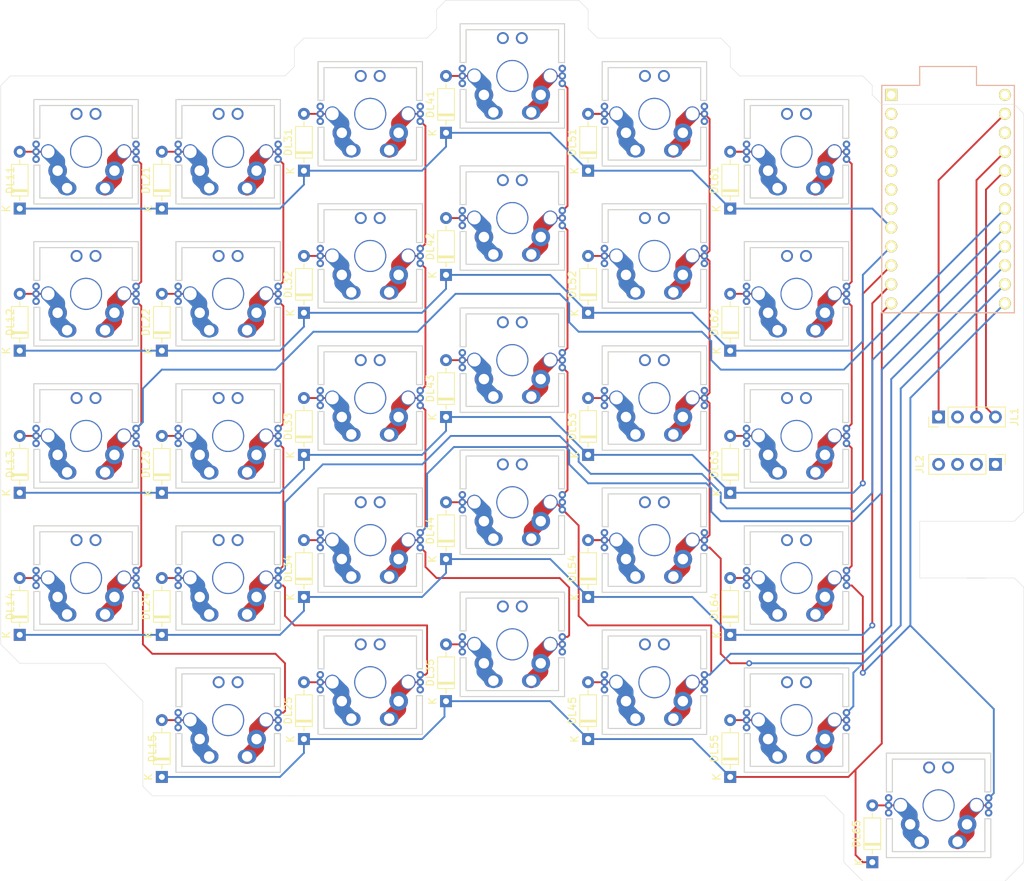
<source format=kicad_pcb>
(kicad_pcb (version 20171130) (host pcbnew "(5.1.9)-1")
  (layers (0 F.Cu signal) (31 B.Cu signal) (34 B.Paste user) (35 F.Paste user) (36 B.SilkS user) (37 F.SilkS user) (38 B.Mask user) (39 F.Mask user) (44 Edge.Cuts user))
  (net 0 "")
  (net 1 "Net-(DL11-Pad2)")
  (net 2 "Net-(DL11-Pad1)")
  (net 3 "Net-(DL12-Pad1)")
  (net 4 "Net-(DL12-Pad2)")
  (net 5 "Net-(DL13-Pad1)")
  (net 6 "Net-(DL13-Pad2)")
  (net 7 "Net-(DL14-Pad2)")
  (net 8 "Net-(DL14-Pad1)")
  (net 9 "Net-(DL15-Pad2)")
  (net 10 "Net-(DL15-Pad1)")
  (net 11 "Net-(DL21-Pad2)")
  (net 12 "Net-(DL22-Pad2)")
  (net 13 "Net-(DL23-Pad2)")
  (net 14 "Net-(DL24-Pad2)")
  (net 15 "Net-(DL25-Pad2)")
  (net 16 "Net-(DL31-Pad2)")
  (net 17 "Net-(DL32-Pad2)")
  (net 18 "Net-(DL33-Pad2)")
  (net 19 "Net-(DL34-Pad2)")
  (net 20 "Net-(DL35-Pad2)")
  (net 21 "Net-(DL41-Pad2)")
  (net 22 "Net-(DL42-Pad2)")
  (net 23 "Net-(DL43-Pad2)")
  (net 24 "Net-(DL44-Pad2)")
  (net 25 "Net-(DL45-Pad2)")
  (net 26 "Net-(DL51-Pad2)")
  (net 27 "Net-(DL52-Pad2)")
  (net 28 "Net-(DL53-Pad2)")
  (net 29 "Net-(DL54-Pad2)")
  (net 30 "Net-(DL55-Pad2)")
  (net 31 "Net-(DL61-Pad2)")
  (net 32 "Net-(DL62-Pad2)")
  (net 33 "Net-(DL63-Pad2)")
  (net 34 "Net-(DL64-Pad2)")
  (net 35 "Net-(DL65-Pad2)")
  (net 36 "Net-(JL1-Pad1)")
  (net 37 "Net-(JL1-Pad2)")
  (net 38 "Net-(JL1-Pad3)")
  (net 39 "Net-(JL1-Pad4)")
  (net 40 "Net-(KL1-Pad2)")
  (net 41 "Net-(KL2-Pad2)")
  (net 42 "Net-(KL3-Pad2)")
  (net 43 "Net-(KL4-Pad2)")
  (net 44 "Net-(KL5-Pad2)")
  (net 45 "Net-(KLFunc11-Pad2)")
  (net 46 "Net-(U1-Pad1)")
  (net 47 "Net-(U1-Pad2)")
  (net 48 "Net-(U1-Pad3)")
  (net 49 "Net-(U1-Pad4)")
  (net 50 "Net-(U1-Pad5)")
  (net 51 "Net-(U1-Pad6)")
  (net 52 "Net-(U1-Pad7)")
  (net 53 "Net-(U1-Pad19)")
  (net 54 "Net-(U1-Pad22)")
  (net 55 "Net-(U1-Pad24)")
  (module Connector_PinHeader_2.54mm:PinHeader_1x04_P2.54mm_Vertical (layer F.Cu) (at 149.86 81.28 90)
    (fp_text reference JL1 (at 0 10.16 90) (layer F.SilkS))
    (fp_text value Conn_01x04)
    (pad 4 thru_hole oval (at 0 7.62 90) (size 1.7 1.7) (drill 1) (layers *.Cu *.Mask) (net 39 "Net-(JL1-Pad4)"))
    (pad 3 thru_hole oval (at 0 5.08 90) (size 1.7 1.7) (drill 1) (layers *.Cu *.Mask) (net 38 "Net-(JL1-Pad3)"))
    (pad 2 thru_hole oval (at 0 2.54 90) (size 1.7 1.7) (drill 1) (layers *.Cu *.Mask) (net 37 "Net-(JL1-Pad2)"))
    (pad 1 thru_hole rect (at 0 0 90) (size 1.7 1.7) (drill 1) (layers *.Cu *.Mask) (net 36 "Net-(JL1-Pad1)"))
  )
  (module Connector_PinHeader_2.54mm:PinHeader_1x04_P2.54mm_Vertical (layer F.Cu) (at 157.48 87.63 270)
    (fp_text reference JL2 (at 0 10.16 90) (layer F.SilkS))
    (fp_text value Conn_01x04)
    (pad 4 thru_hole oval (at 0 7.62 270) (size 1.7 1.7) (drill 1) (layers *.Cu *.Mask))
    (pad 3 thru_hole oval (at 0 5.08 270) (size 1.7 1.7) (drill 1) (layers *.Cu *.Mask))
    (pad 2 thru_hole oval (at 0 2.54 270) (size 1.7 1.7) (drill 1) (layers *.Cu *.Mask))
    (pad 1 thru_hole rect (at 0 0 270) (size 1.7 1.7) (drill 1) (layers *.Cu *.Mask))
  )
  (module pcb:cherry (layer F.Cu) (at 54.61 102.87)
    (fp_text reference KLZ1)
    (fp_text value SW_Push hide)
    (pad 1 thru_hole circle (at -6.7 -1) (size 1 1) (drill 0.5) (layers *.Cu *.Paste *.Mask) (net 14 "Net-(DL24-Pad2)"))
    (pad 1 thru_hole circle (at -6.7 1) (size 1 1) (drill 0.5) (layers *.Cu *.Paste *.Mask) (net 14 "Net-(DL24-Pad2)"))
    (pad 1 thru_hole circle (at -6.7 0) (size 1 1) (drill 0.5) (layers *.Cu *.Paste *.Mask) (net 14 "Net-(DL24-Pad2)"))
    (pad 2 thru_hole oval (at 2.54 4.8768) (size 2.5 1.8) (drill 1.4) (layers *.Cu *.Paste *.Mask) (net 40 "Net-(KL1-Pad2)"))
    (pad 1 thru_hole circle (at -3.81 2.54) (size 2.5 2.5) (drill 1.4) (layers *.Cu *.Paste *.Mask) (net 14 "Net-(DL24-Pad2)"))
    (pad 1 thru_hole oval (at -2.54 4.8768) (size 2.5 1.8) (drill 1.4) (layers *.Cu *.Paste *.Mask) (net 14 "Net-(DL24-Pad2)"))
    (pad 2 thru_hole circle (at 3.81 2.54) (size 2.5 2.5) (drill 1.4) (layers *.Cu *.Paste *.Mask) (net 40 "Net-(KL1-Pad2)"))
    (pad 1 thru_hole circle (at -5.08 0) (size 2 2) (drill 1.7018) (layers *.Cu *.Paste *.Mask) (net 14 "Net-(DL24-Pad2)"))
    (pad 2 thru_hole circle (at 5.08 0) (size 2 2) (drill 1.7018) (layers *.Cu *.Paste *.Mask) (net 40 "Net-(KL1-Pad2)"))
    (pad 0 thru_hole circle (at 0 0) (size 4.3 4.3) (drill 3.9878) (layers *.Cu *.Paste *.Mask))
    (pad 2 thru_hole circle (at 6.7 0 180) (size 1 1) (drill 0.5) (layers *.Cu *.Paste *.Mask) (net 40 "Net-(KL1-Pad2)"))
    (pad 2 thru_hole circle (at 6.7 -1 180) (size 1 1) (drill 0.5) (layers *.Cu *.Paste *.Mask) (net 40 "Net-(KL1-Pad2)"))
    (pad 2 thru_hole circle (at 6.7 1 180) (size 1 1) (drill 0.5) (layers *.Cu *.Paste *.Mask) (net 40 "Net-(KL1-Pad2)"))
    (pad 0 thru_hole circle (at 1.27 -5.08) (size 1.6 1.6) (drill 1.1) (layers *.Cu *.Paste *.Mask))
    (pad 0 thru_hole circle (at -1.27 -5.08) (size 1.6 1.6) (drill 1.1) (layers *.Cu *.Paste *.Mask))
  )
  (module pcb:cherry (layer F.Cu) (at 73.66 97.79)
    (fp_text reference KLX1)
    (fp_text value SW_Push hide)
    (pad 1 thru_hole circle (at -6.7 -1) (size 1 1) (drill 0.5) (layers *.Cu *.Paste *.Mask) (net 19 "Net-(DL34-Pad2)"))
    (pad 1 thru_hole circle (at -6.7 1) (size 1 1) (drill 0.5) (layers *.Cu *.Paste *.Mask) (net 19 "Net-(DL34-Pad2)"))
    (pad 1 thru_hole circle (at -6.7 0) (size 1 1) (drill 0.5) (layers *.Cu *.Paste *.Mask) (net 19 "Net-(DL34-Pad2)"))
    (pad 2 thru_hole oval (at 2.54 4.8768) (size 2.5 1.8) (drill 1.4) (layers *.Cu *.Paste *.Mask) (net 41 "Net-(KL2-Pad2)"))
    (pad 1 thru_hole circle (at -3.81 2.54) (size 2.5 2.5) (drill 1.4) (layers *.Cu *.Paste *.Mask) (net 19 "Net-(DL34-Pad2)"))
    (pad 1 thru_hole oval (at -2.54 4.8768) (size 2.5 1.8) (drill 1.4) (layers *.Cu *.Paste *.Mask) (net 19 "Net-(DL34-Pad2)"))
    (pad 2 thru_hole circle (at 3.81 2.54) (size 2.5 2.5) (drill 1.4) (layers *.Cu *.Paste *.Mask) (net 41 "Net-(KL2-Pad2)"))
    (pad 1 thru_hole circle (at -5.08 0) (size 2 2) (drill 1.7018) (layers *.Cu *.Paste *.Mask) (net 19 "Net-(DL34-Pad2)"))
    (pad 2 thru_hole circle (at 5.08 0) (size 2 2) (drill 1.7018) (layers *.Cu *.Paste *.Mask) (net 41 "Net-(KL2-Pad2)"))
    (pad 0 thru_hole circle (at 0 0) (size 4.3 4.3) (drill 3.9878) (layers *.Cu *.Paste *.Mask))
    (pad 2 thru_hole circle (at 6.7 0 180) (size 1 1) (drill 0.5) (layers *.Cu *.Paste *.Mask) (net 41 "Net-(KL2-Pad2)"))
    (pad 2 thru_hole circle (at 6.7 -1 180) (size 1 1) (drill 0.5) (layers *.Cu *.Paste *.Mask) (net 41 "Net-(KL2-Pad2)"))
    (pad 2 thru_hole circle (at 6.7 1 180) (size 1 1) (drill 0.5) (layers *.Cu *.Paste *.Mask) (net 41 "Net-(KL2-Pad2)"))
    (pad 0 thru_hole circle (at 1.27 -5.08) (size 1.6 1.6) (drill 1.1) (layers *.Cu *.Paste *.Mask))
    (pad 0 thru_hole circle (at -1.27 -5.08) (size 1.6 1.6) (drill 1.1) (layers *.Cu *.Paste *.Mask))
  )
  (module pcb:cherry (layer F.Cu) (at 73.66 59.69)
    (fp_text reference KLW1)
    (fp_text value SW_Push hide)
    (pad 1 thru_hole circle (at -6.7 -1) (size 1 1) (drill 0.5) (layers *.Cu *.Paste *.Mask) (net 17 "Net-(DL32-Pad2)"))
    (pad 1 thru_hole circle (at -6.7 1) (size 1 1) (drill 0.5) (layers *.Cu *.Paste *.Mask) (net 17 "Net-(DL32-Pad2)"))
    (pad 1 thru_hole circle (at -6.7 0) (size 1 1) (drill 0.5) (layers *.Cu *.Paste *.Mask) (net 17 "Net-(DL32-Pad2)"))
    (pad 2 thru_hole oval (at 2.54 4.8768) (size 2.5 1.8) (drill 1.4) (layers *.Cu *.Paste *.Mask) (net 41 "Net-(KL2-Pad2)"))
    (pad 1 thru_hole circle (at -3.81 2.54) (size 2.5 2.5) (drill 1.4) (layers *.Cu *.Paste *.Mask) (net 17 "Net-(DL32-Pad2)"))
    (pad 1 thru_hole oval (at -2.54 4.8768) (size 2.5 1.8) (drill 1.4) (layers *.Cu *.Paste *.Mask) (net 17 "Net-(DL32-Pad2)"))
    (pad 2 thru_hole circle (at 3.81 2.54) (size 2.5 2.5) (drill 1.4) (layers *.Cu *.Paste *.Mask) (net 41 "Net-(KL2-Pad2)"))
    (pad 1 thru_hole circle (at -5.08 0) (size 2 2) (drill 1.7018) (layers *.Cu *.Paste *.Mask) (net 17 "Net-(DL32-Pad2)"))
    (pad 2 thru_hole circle (at 5.08 0) (size 2 2) (drill 1.7018) (layers *.Cu *.Paste *.Mask) (net 41 "Net-(KL2-Pad2)"))
    (pad 0 thru_hole circle (at 0 0) (size 4.3 4.3) (drill 3.9878) (layers *.Cu *.Paste *.Mask))
    (pad 2 thru_hole circle (at 6.7 0 180) (size 1 1) (drill 0.5) (layers *.Cu *.Paste *.Mask) (net 41 "Net-(KL2-Pad2)"))
    (pad 2 thru_hole circle (at 6.7 -1 180) (size 1 1) (drill 0.5) (layers *.Cu *.Paste *.Mask) (net 41 "Net-(KL2-Pad2)"))
    (pad 2 thru_hole circle (at 6.7 1 180) (size 1 1) (drill 0.5) (layers *.Cu *.Paste *.Mask) (net 41 "Net-(KL2-Pad2)"))
    (pad 0 thru_hole circle (at 1.27 -5.08) (size 1.6 1.6) (drill 1.1) (layers *.Cu *.Paste *.Mask))
    (pad 0 thru_hole circle (at -1.27 -5.08) (size 1.6 1.6) (drill 1.1) (layers *.Cu *.Paste *.Mask))
  )
  (module pcb:cherry (layer F.Cu) (at 111.76 97.79)
    (fp_text reference KLV1)
    (fp_text value SW_Push hide)
    (pad 1 thru_hole circle (at -6.7 -1) (size 1 1) (drill 0.5) (layers *.Cu *.Paste *.Mask) (net 29 "Net-(DL54-Pad2)"))
    (pad 1 thru_hole circle (at -6.7 1) (size 1 1) (drill 0.5) (layers *.Cu *.Paste *.Mask) (net 29 "Net-(DL54-Pad2)"))
    (pad 1 thru_hole circle (at -6.7 0) (size 1 1) (drill 0.5) (layers *.Cu *.Paste *.Mask) (net 29 "Net-(DL54-Pad2)"))
    (pad 2 thru_hole oval (at 2.54 4.8768) (size 2.5 1.8) (drill 1.4) (layers *.Cu *.Paste *.Mask) (net 43 "Net-(KL4-Pad2)"))
    (pad 1 thru_hole circle (at -3.81 2.54) (size 2.5 2.5) (drill 1.4) (layers *.Cu *.Paste *.Mask) (net 29 "Net-(DL54-Pad2)"))
    (pad 1 thru_hole oval (at -2.54 4.8768) (size 2.5 1.8) (drill 1.4) (layers *.Cu *.Paste *.Mask) (net 29 "Net-(DL54-Pad2)"))
    (pad 2 thru_hole circle (at 3.81 2.54) (size 2.5 2.5) (drill 1.4) (layers *.Cu *.Paste *.Mask) (net 43 "Net-(KL4-Pad2)"))
    (pad 1 thru_hole circle (at -5.08 0) (size 2 2) (drill 1.7018) (layers *.Cu *.Paste *.Mask) (net 29 "Net-(DL54-Pad2)"))
    (pad 2 thru_hole circle (at 5.08 0) (size 2 2) (drill 1.7018) (layers *.Cu *.Paste *.Mask) (net 43 "Net-(KL4-Pad2)"))
    (pad 0 thru_hole circle (at 0 0) (size 4.3 4.3) (drill 3.9878) (layers *.Cu *.Paste *.Mask))
    (pad 2 thru_hole circle (at 6.7 0 180) (size 1 1) (drill 0.5) (layers *.Cu *.Paste *.Mask) (net 43 "Net-(KL4-Pad2)"))
    (pad 2 thru_hole circle (at 6.7 -1 180) (size 1 1) (drill 0.5) (layers *.Cu *.Paste *.Mask) (net 43 "Net-(KL4-Pad2)"))
    (pad 2 thru_hole circle (at 6.7 1 180) (size 1 1) (drill 0.5) (layers *.Cu *.Paste *.Mask) (net 43 "Net-(KL4-Pad2)"))
    (pad 0 thru_hole circle (at 1.27 -5.08) (size 1.6 1.6) (drill 1.1) (layers *.Cu *.Paste *.Mask))
    (pad 0 thru_hole circle (at -1.27 -5.08) (size 1.6 1.6) (drill 1.1) (layers *.Cu *.Paste *.Mask))
  )
  (module pcb:cherry (layer F.Cu) (at 111.76 59.69)
    (fp_text reference KLR1)
    (fp_text value SW_Push hide)
    (pad 1 thru_hole circle (at -6.7 -1) (size 1 1) (drill 0.5) (layers *.Cu *.Paste *.Mask) (net 27 "Net-(DL52-Pad2)"))
    (pad 1 thru_hole circle (at -6.7 1) (size 1 1) (drill 0.5) (layers *.Cu *.Paste *.Mask) (net 27 "Net-(DL52-Pad2)"))
    (pad 1 thru_hole circle (at -6.7 0) (size 1 1) (drill 0.5) (layers *.Cu *.Paste *.Mask) (net 27 "Net-(DL52-Pad2)"))
    (pad 2 thru_hole oval (at 2.54 4.8768) (size 2.5 1.8) (drill 1.4) (layers *.Cu *.Paste *.Mask) (net 43 "Net-(KL4-Pad2)"))
    (pad 1 thru_hole circle (at -3.81 2.54) (size 2.5 2.5) (drill 1.4) (layers *.Cu *.Paste *.Mask) (net 27 "Net-(DL52-Pad2)"))
    (pad 1 thru_hole oval (at -2.54 4.8768) (size 2.5 1.8) (drill 1.4) (layers *.Cu *.Paste *.Mask) (net 27 "Net-(DL52-Pad2)"))
    (pad 2 thru_hole circle (at 3.81 2.54) (size 2.5 2.5) (drill 1.4) (layers *.Cu *.Paste *.Mask) (net 43 "Net-(KL4-Pad2)"))
    (pad 1 thru_hole circle (at -5.08 0) (size 2 2) (drill 1.7018) (layers *.Cu *.Paste *.Mask) (net 27 "Net-(DL52-Pad2)"))
    (pad 2 thru_hole circle (at 5.08 0) (size 2 2) (drill 1.7018) (layers *.Cu *.Paste *.Mask) (net 43 "Net-(KL4-Pad2)"))
    (pad 0 thru_hole circle (at 0 0) (size 4.3 4.3) (drill 3.9878) (layers *.Cu *.Paste *.Mask))
    (pad 2 thru_hole circle (at 6.7 0 180) (size 1 1) (drill 0.5) (layers *.Cu *.Paste *.Mask) (net 43 "Net-(KL4-Pad2)"))
    (pad 2 thru_hole circle (at 6.7 -1 180) (size 1 1) (drill 0.5) (layers *.Cu *.Paste *.Mask) (net 43 "Net-(KL4-Pad2)"))
    (pad 2 thru_hole circle (at 6.7 1 180) (size 1 1) (drill 0.5) (layers *.Cu *.Paste *.Mask) (net 43 "Net-(KL4-Pad2)"))
    (pad 0 thru_hole circle (at 1.27 -5.08) (size 1.6 1.6) (drill 1.1) (layers *.Cu *.Paste *.Mask))
    (pad 0 thru_hole circle (at -1.27 -5.08) (size 1.6 1.6) (drill 1.1) (layers *.Cu *.Paste *.Mask))
  )
  (module pcb:cherry (layer F.Cu) (at 54.61 64.77)
    (fp_text reference KLQ1)
    (fp_text value SW_Push hide)
    (pad 1 thru_hole circle (at -6.7 -1) (size 1 1) (drill 0.5) (layers *.Cu *.Paste *.Mask) (net 12 "Net-(DL22-Pad2)"))
    (pad 1 thru_hole circle (at -6.7 1) (size 1 1) (drill 0.5) (layers *.Cu *.Paste *.Mask) (net 12 "Net-(DL22-Pad2)"))
    (pad 1 thru_hole circle (at -6.7 0) (size 1 1) (drill 0.5) (layers *.Cu *.Paste *.Mask) (net 12 "Net-(DL22-Pad2)"))
    (pad 2 thru_hole oval (at 2.54 4.8768) (size 2.5 1.8) (drill 1.4) (layers *.Cu *.Paste *.Mask) (net 40 "Net-(KL1-Pad2)"))
    (pad 1 thru_hole circle (at -3.81 2.54) (size 2.5 2.5) (drill 1.4) (layers *.Cu *.Paste *.Mask) (net 12 "Net-(DL22-Pad2)"))
    (pad 1 thru_hole oval (at -2.54 4.8768) (size 2.5 1.8) (drill 1.4) (layers *.Cu *.Paste *.Mask) (net 12 "Net-(DL22-Pad2)"))
    (pad 2 thru_hole circle (at 3.81 2.54) (size 2.5 2.5) (drill 1.4) (layers *.Cu *.Paste *.Mask) (net 40 "Net-(KL1-Pad2)"))
    (pad 1 thru_hole circle (at -5.08 0) (size 2 2) (drill 1.7018) (layers *.Cu *.Paste *.Mask) (net 12 "Net-(DL22-Pad2)"))
    (pad 2 thru_hole circle (at 5.08 0) (size 2 2) (drill 1.7018) (layers *.Cu *.Paste *.Mask) (net 40 "Net-(KL1-Pad2)"))
    (pad 0 thru_hole circle (at 0 0) (size 4.3 4.3) (drill 3.9878) (layers *.Cu *.Paste *.Mask))
    (pad 2 thru_hole circle (at 6.7 0 180) (size 1 1) (drill 0.5) (layers *.Cu *.Paste *.Mask) (net 40 "Net-(KL1-Pad2)"))
    (pad 2 thru_hole circle (at 6.7 -1 180) (size 1 1) (drill 0.5) (layers *.Cu *.Paste *.Mask) (net 40 "Net-(KL1-Pad2)"))
    (pad 2 thru_hole circle (at 6.7 1 180) (size 1 1) (drill 0.5) (layers *.Cu *.Paste *.Mask) (net 40 "Net-(KL1-Pad2)"))
    (pad 0 thru_hole circle (at 1.27 -5.08) (size 1.6 1.6) (drill 1.1) (layers *.Cu *.Paste *.Mask))
    (pad 0 thru_hole circle (at -1.27 -5.08) (size 1.6 1.6) (drill 1.1) (layers *.Cu *.Paste *.Mask))
  )
  (module pcb:cherry (layer F.Cu) (at 149.86 133.35)
    (fp_text reference KLFunc65)
    (fp_text value SW_Push hide)
    (pad 0 thru_hole circle (at -1.27 -5.08) (size 1.6 1.6) (drill 1.1) (layers *.Cu *.Paste *.Mask))
    (pad 0 thru_hole circle (at 1.27 -5.08) (size 1.6 1.6) (drill 1.1) (layers *.Cu *.Paste *.Mask))
    (pad 2 thru_hole circle (at 6.7 1 180) (size 1 1) (drill 0.5) (layers *.Cu *.Paste *.Mask) (net 44 "Net-(KL5-Pad2)"))
    (pad 2 thru_hole circle (at 6.7 -1 180) (size 1 1) (drill 0.5) (layers *.Cu *.Paste *.Mask) (net 44 "Net-(KL5-Pad2)"))
    (pad 2 thru_hole circle (at 6.7 0 180) (size 1 1) (drill 0.5) (layers *.Cu *.Paste *.Mask) (net 44 "Net-(KL5-Pad2)"))
    (pad 0 thru_hole circle (at 0 0) (size 4.3 4.3) (drill 3.9878) (layers *.Cu *.Paste *.Mask))
    (pad 2 thru_hole circle (at 5.08 0) (size 2 2) (drill 1.7018) (layers *.Cu *.Paste *.Mask) (net 44 "Net-(KL5-Pad2)"))
    (pad 1 thru_hole circle (at -5.08 0) (size 2 2) (drill 1.7018) (layers *.Cu *.Paste *.Mask) (net 35 "Net-(DL65-Pad2)"))
    (pad 2 thru_hole circle (at 3.81 2.54) (size 2.5 2.5) (drill 1.4) (layers *.Cu *.Paste *.Mask) (net 44 "Net-(KL5-Pad2)"))
    (pad 1 thru_hole oval (at -2.54 4.8768) (size 2.5 1.8) (drill 1.4) (layers *.Cu *.Paste *.Mask) (net 35 "Net-(DL65-Pad2)"))
    (pad 1 thru_hole circle (at -3.81 2.54) (size 2.5 2.5) (drill 1.4) (layers *.Cu *.Paste *.Mask) (net 35 "Net-(DL65-Pad2)"))
    (pad 2 thru_hole oval (at 2.54 4.8768) (size 2.5 1.8) (drill 1.4) (layers *.Cu *.Paste *.Mask) (net 44 "Net-(KL5-Pad2)"))
    (pad 1 thru_hole circle (at -6.7 0) (size 1 1) (drill 0.5) (layers *.Cu *.Paste *.Mask) (net 35 "Net-(DL65-Pad2)"))
    (pad 1 thru_hole circle (at -6.7 1) (size 1 1) (drill 0.5) (layers *.Cu *.Paste *.Mask) (net 35 "Net-(DL65-Pad2)"))
    (pad 1 thru_hole circle (at -6.7 -1) (size 1 1) (drill 0.5) (layers *.Cu *.Paste *.Mask) (net 35 "Net-(DL65-Pad2)"))
  )
  (module pcb:cherry (layer F.Cu) (at 130.81 121.92)
    (fp_text reference KLFunc55)
    (fp_text value SW_Push hide)
    (pad 1 thru_hole circle (at -6.7 -1) (size 1 1) (drill 0.5) (layers *.Cu *.Paste *.Mask) (net 30 "Net-(DL55-Pad2)"))
    (pad 1 thru_hole circle (at -6.7 1) (size 1 1) (drill 0.5) (layers *.Cu *.Paste *.Mask) (net 30 "Net-(DL55-Pad2)"))
    (pad 1 thru_hole circle (at -6.7 0) (size 1 1) (drill 0.5) (layers *.Cu *.Paste *.Mask) (net 30 "Net-(DL55-Pad2)"))
    (pad 2 thru_hole oval (at 2.54 4.8768) (size 2.5 1.8) (drill 1.4) (layers *.Cu *.Paste *.Mask) (net 43 "Net-(KL4-Pad2)"))
    (pad 1 thru_hole circle (at -3.81 2.54) (size 2.5 2.5) (drill 1.4) (layers *.Cu *.Paste *.Mask) (net 30 "Net-(DL55-Pad2)"))
    (pad 1 thru_hole oval (at -2.54 4.8768) (size 2.5 1.8) (drill 1.4) (layers *.Cu *.Paste *.Mask) (net 30 "Net-(DL55-Pad2)"))
    (pad 2 thru_hole circle (at 3.81 2.54) (size 2.5 2.5) (drill 1.4) (layers *.Cu *.Paste *.Mask) (net 43 "Net-(KL4-Pad2)"))
    (pad 1 thru_hole circle (at -5.08 0) (size 2 2) (drill 1.7018) (layers *.Cu *.Paste *.Mask) (net 30 "Net-(DL55-Pad2)"))
    (pad 2 thru_hole circle (at 5.08 0) (size 2 2) (drill 1.7018) (layers *.Cu *.Paste *.Mask) (net 43 "Net-(KL4-Pad2)"))
    (pad 0 thru_hole circle (at 0 0) (size 4.3 4.3) (drill 3.9878) (layers *.Cu *.Paste *.Mask))
    (pad 2 thru_hole circle (at 6.7 0 180) (size 1 1) (drill 0.5) (layers *.Cu *.Paste *.Mask) (net 43 "Net-(KL4-Pad2)"))
    (pad 2 thru_hole circle (at 6.7 -1 180) (size 1 1) (drill 0.5) (layers *.Cu *.Paste *.Mask) (net 43 "Net-(KL4-Pad2)"))
    (pad 2 thru_hole circle (at 6.7 1 180) (size 1 1) (drill 0.5) (layers *.Cu *.Paste *.Mask) (net 43 "Net-(KL4-Pad2)"))
    (pad 0 thru_hole circle (at 1.27 -5.08) (size 1.6 1.6) (drill 1.1) (layers *.Cu *.Paste *.Mask))
    (pad 0 thru_hole circle (at -1.27 -5.08) (size 1.6 1.6) (drill 1.1) (layers *.Cu *.Paste *.Mask))
  )
  (module pcb:cherry (layer F.Cu) (at 92.71 111.76)
    (fp_text reference KLFunc35)
    (fp_text value SW_Push hide)
    (pad 1 thru_hole circle (at -6.7 -1) (size 1 1) (drill 0.5) (layers *.Cu *.Paste *.Mask) (net 20 "Net-(DL35-Pad2)"))
    (pad 1 thru_hole circle (at -6.7 1) (size 1 1) (drill 0.5) (layers *.Cu *.Paste *.Mask) (net 20 "Net-(DL35-Pad2)"))
    (pad 1 thru_hole circle (at -6.7 0) (size 1 1) (drill 0.5) (layers *.Cu *.Paste *.Mask) (net 20 "Net-(DL35-Pad2)"))
    (pad 2 thru_hole oval (at 2.54 4.8768) (size 2.5 1.8) (drill 1.4) (layers *.Cu *.Paste *.Mask) (net 41 "Net-(KL2-Pad2)"))
    (pad 1 thru_hole circle (at -3.81 2.54) (size 2.5 2.5) (drill 1.4) (layers *.Cu *.Paste *.Mask) (net 20 "Net-(DL35-Pad2)"))
    (pad 1 thru_hole oval (at -2.54 4.8768) (size 2.5 1.8) (drill 1.4) (layers *.Cu *.Paste *.Mask) (net 20 "Net-(DL35-Pad2)"))
    (pad 2 thru_hole circle (at 3.81 2.54) (size 2.5 2.5) (drill 1.4) (layers *.Cu *.Paste *.Mask) (net 41 "Net-(KL2-Pad2)"))
    (pad 1 thru_hole circle (at -5.08 0) (size 2 2) (drill 1.7018) (layers *.Cu *.Paste *.Mask) (net 20 "Net-(DL35-Pad2)"))
    (pad 2 thru_hole circle (at 5.08 0) (size 2 2) (drill 1.7018) (layers *.Cu *.Paste *.Mask) (net 41 "Net-(KL2-Pad2)"))
    (pad 0 thru_hole circle (at 0 0) (size 4.3 4.3) (drill 3.9878) (layers *.Cu *.Paste *.Mask))
    (pad 2 thru_hole circle (at 6.7 0 180) (size 1 1) (drill 0.5) (layers *.Cu *.Paste *.Mask) (net 41 "Net-(KL2-Pad2)"))
    (pad 2 thru_hole circle (at 6.7 -1 180) (size 1 1) (drill 0.5) (layers *.Cu *.Paste *.Mask) (net 41 "Net-(KL2-Pad2)"))
    (pad 2 thru_hole circle (at 6.7 1 180) (size 1 1) (drill 0.5) (layers *.Cu *.Paste *.Mask) (net 41 "Net-(KL2-Pad2)"))
    (pad 0 thru_hole circle (at 1.27 -5.08) (size 1.6 1.6) (drill 1.1) (layers *.Cu *.Paste *.Mask))
    (pad 0 thru_hole circle (at -1.27 -5.08) (size 1.6 1.6) (drill 1.1) (layers *.Cu *.Paste *.Mask))
  )
  (module pcb:cherry (layer F.Cu) (at 73.66 116.84)
    (fp_text reference KLFunc25)
    (fp_text value SW_Push hide)
    (pad 1 thru_hole circle (at -6.7 -1) (size 1 1) (drill 0.5) (layers *.Cu *.Paste *.Mask) (net 15 "Net-(DL25-Pad2)"))
    (pad 1 thru_hole circle (at -6.7 1) (size 1 1) (drill 0.5) (layers *.Cu *.Paste *.Mask) (net 15 "Net-(DL25-Pad2)"))
    (pad 1 thru_hole circle (at -6.7 0) (size 1 1) (drill 0.5) (layers *.Cu *.Paste *.Mask) (net 15 "Net-(DL25-Pad2)"))
    (pad 2 thru_hole oval (at 2.54 4.8768) (size 2.5 1.8) (drill 1.4) (layers *.Cu *.Paste *.Mask) (net 40 "Net-(KL1-Pad2)"))
    (pad 1 thru_hole circle (at -3.81 2.54) (size 2.5 2.5) (drill 1.4) (layers *.Cu *.Paste *.Mask) (net 15 "Net-(DL25-Pad2)"))
    (pad 1 thru_hole oval (at -2.54 4.8768) (size 2.5 1.8) (drill 1.4) (layers *.Cu *.Paste *.Mask) (net 15 "Net-(DL25-Pad2)"))
    (pad 2 thru_hole circle (at 3.81 2.54) (size 2.5 2.5) (drill 1.4) (layers *.Cu *.Paste *.Mask) (net 40 "Net-(KL1-Pad2)"))
    (pad 1 thru_hole circle (at -5.08 0) (size 2 2) (drill 1.7018) (layers *.Cu *.Paste *.Mask) (net 15 "Net-(DL25-Pad2)"))
    (pad 2 thru_hole circle (at 5.08 0) (size 2 2) (drill 1.7018) (layers *.Cu *.Paste *.Mask) (net 40 "Net-(KL1-Pad2)"))
    (pad 0 thru_hole circle (at 0 0) (size 4.3 4.3) (drill 3.9878) (layers *.Cu *.Paste *.Mask))
    (pad 2 thru_hole circle (at 6.7 0 180) (size 1 1) (drill 0.5) (layers *.Cu *.Paste *.Mask) (net 40 "Net-(KL1-Pad2)"))
    (pad 2 thru_hole circle (at 6.7 -1 180) (size 1 1) (drill 0.5) (layers *.Cu *.Paste *.Mask) (net 40 "Net-(KL1-Pad2)"))
    (pad 2 thru_hole circle (at 6.7 1 180) (size 1 1) (drill 0.5) (layers *.Cu *.Paste *.Mask) (net 40 "Net-(KL1-Pad2)"))
    (pad 0 thru_hole circle (at 1.27 -5.08) (size 1.6 1.6) (drill 1.1) (layers *.Cu *.Paste *.Mask))
    (pad 0 thru_hole circle (at -1.27 -5.08) (size 1.6 1.6) (drill 1.1) (layers *.Cu *.Paste *.Mask))
  )
  (module pcb:cherry (layer F.Cu) (at 54.61 121.92)
    (fp_text reference KLFunc15)
    (fp_text value SW_Push hide)
    (pad 1 thru_hole circle (at -6.7 -1) (size 1 1) (drill 0.5) (layers *.Cu *.Paste *.Mask) (net 9 "Net-(DL15-Pad2)"))
    (pad 1 thru_hole circle (at -6.7 1) (size 1 1) (drill 0.5) (layers *.Cu *.Paste *.Mask) (net 9 "Net-(DL15-Pad2)"))
    (pad 1 thru_hole circle (at -6.7 0) (size 1 1) (drill 0.5) (layers *.Cu *.Paste *.Mask) (net 9 "Net-(DL15-Pad2)"))
    (pad 2 thru_hole oval (at 2.54 4.8768) (size 2.5 1.8) (drill 1.4) (layers *.Cu *.Paste *.Mask) (net 45 "Net-(KLFunc11-Pad2)"))
    (pad 1 thru_hole circle (at -3.81 2.54) (size 2.5 2.5) (drill 1.4) (layers *.Cu *.Paste *.Mask) (net 9 "Net-(DL15-Pad2)"))
    (pad 1 thru_hole oval (at -2.54 4.8768) (size 2.5 1.8) (drill 1.4) (layers *.Cu *.Paste *.Mask) (net 9 "Net-(DL15-Pad2)"))
    (pad 2 thru_hole circle (at 3.81 2.54) (size 2.5 2.5) (drill 1.4) (layers *.Cu *.Paste *.Mask) (net 45 "Net-(KLFunc11-Pad2)"))
    (pad 1 thru_hole circle (at -5.08 0) (size 2 2) (drill 1.7018) (layers *.Cu *.Paste *.Mask) (net 9 "Net-(DL15-Pad2)"))
    (pad 2 thru_hole circle (at 5.08 0) (size 2 2) (drill 1.7018) (layers *.Cu *.Paste *.Mask) (net 45 "Net-(KLFunc11-Pad2)"))
    (pad 0 thru_hole circle (at 0 0) (size 4.3 4.3) (drill 3.9878) (layers *.Cu *.Paste *.Mask))
    (pad 2 thru_hole circle (at 6.7 0 180) (size 1 1) (drill 0.5) (layers *.Cu *.Paste *.Mask) (net 45 "Net-(KLFunc11-Pad2)"))
    (pad 2 thru_hole circle (at 6.7 -1 180) (size 1 1) (drill 0.5) (layers *.Cu *.Paste *.Mask) (net 45 "Net-(KLFunc11-Pad2)"))
    (pad 2 thru_hole circle (at 6.7 1 180) (size 1 1) (drill 0.5) (layers *.Cu *.Paste *.Mask) (net 45 "Net-(KLFunc11-Pad2)"))
    (pad 0 thru_hole circle (at 1.27 -5.08) (size 1.6 1.6) (drill 1.1) (layers *.Cu *.Paste *.Mask))
    (pad 0 thru_hole circle (at -1.27 -5.08) (size 1.6 1.6) (drill 1.1) (layers *.Cu *.Paste *.Mask))
  )
  (module pcb:cherry (layer F.Cu) (at 35.56 102.87)
    (fp_text reference KLFunc14)
    (fp_text value SW_Push hide)
    (pad 1 thru_hole circle (at -6.7 -1) (size 1 1) (drill 0.5) (layers *.Cu *.Paste *.Mask) (net 7 "Net-(DL14-Pad2)"))
    (pad 1 thru_hole circle (at -6.7 1) (size 1 1) (drill 0.5) (layers *.Cu *.Paste *.Mask) (net 7 "Net-(DL14-Pad2)"))
    (pad 1 thru_hole circle (at -6.7 0) (size 1 1) (drill 0.5) (layers *.Cu *.Paste *.Mask) (net 7 "Net-(DL14-Pad2)"))
    (pad 2 thru_hole oval (at 2.54 4.8768) (size 2.5 1.8) (drill 1.4) (layers *.Cu *.Paste *.Mask) (net 45 "Net-(KLFunc11-Pad2)"))
    (pad 1 thru_hole circle (at -3.81 2.54) (size 2.5 2.5) (drill 1.4) (layers *.Cu *.Paste *.Mask) (net 7 "Net-(DL14-Pad2)"))
    (pad 1 thru_hole oval (at -2.54 4.8768) (size 2.5 1.8) (drill 1.4) (layers *.Cu *.Paste *.Mask) (net 7 "Net-(DL14-Pad2)"))
    (pad 2 thru_hole circle (at 3.81 2.54) (size 2.5 2.5) (drill 1.4) (layers *.Cu *.Paste *.Mask) (net 45 "Net-(KLFunc11-Pad2)"))
    (pad 1 thru_hole circle (at -5.08 0) (size 2 2) (drill 1.7018) (layers *.Cu *.Paste *.Mask) (net 7 "Net-(DL14-Pad2)"))
    (pad 2 thru_hole circle (at 5.08 0) (size 2 2) (drill 1.7018) (layers *.Cu *.Paste *.Mask) (net 45 "Net-(KLFunc11-Pad2)"))
    (pad 0 thru_hole circle (at 0 0) (size 4.3 4.3) (drill 3.9878) (layers *.Cu *.Paste *.Mask))
    (pad 2 thru_hole circle (at 6.7 0 180) (size 1 1) (drill 0.5) (layers *.Cu *.Paste *.Mask) (net 45 "Net-(KLFunc11-Pad2)"))
    (pad 2 thru_hole circle (at 6.7 -1 180) (size 1 1) (drill 0.5) (layers *.Cu *.Paste *.Mask) (net 45 "Net-(KLFunc11-Pad2)"))
    (pad 2 thru_hole circle (at 6.7 1 180) (size 1 1) (drill 0.5) (layers *.Cu *.Paste *.Mask) (net 45 "Net-(KLFunc11-Pad2)"))
    (pad 0 thru_hole circle (at 1.27 -5.08) (size 1.6 1.6) (drill 1.1) (layers *.Cu *.Paste *.Mask))
    (pad 0 thru_hole circle (at -1.27 -5.08) (size 1.6 1.6) (drill 1.1) (layers *.Cu *.Paste *.Mask))
  )
  (module pcb:cherry (layer F.Cu) (at 35.56 83.82)
    (fp_text reference KLFunc13)
    (fp_text value SW_Push hide)
    (pad 1 thru_hole circle (at -6.7 -1) (size 1 1) (drill 0.5) (layers *.Cu *.Paste *.Mask) (net 6 "Net-(DL13-Pad2)"))
    (pad 1 thru_hole circle (at -6.7 1) (size 1 1) (drill 0.5) (layers *.Cu *.Paste *.Mask) (net 6 "Net-(DL13-Pad2)"))
    (pad 1 thru_hole circle (at -6.7 0) (size 1 1) (drill 0.5) (layers *.Cu *.Paste *.Mask) (net 6 "Net-(DL13-Pad2)"))
    (pad 2 thru_hole oval (at 2.54 4.8768) (size 2.5 1.8) (drill 1.4) (layers *.Cu *.Paste *.Mask) (net 45 "Net-(KLFunc11-Pad2)"))
    (pad 1 thru_hole circle (at -3.81 2.54) (size 2.5 2.5) (drill 1.4) (layers *.Cu *.Paste *.Mask) (net 6 "Net-(DL13-Pad2)"))
    (pad 1 thru_hole oval (at -2.54 4.8768) (size 2.5 1.8) (drill 1.4) (layers *.Cu *.Paste *.Mask) (net 6 "Net-(DL13-Pad2)"))
    (pad 2 thru_hole circle (at 3.81 2.54) (size 2.5 2.5) (drill 1.4) (layers *.Cu *.Paste *.Mask) (net 45 "Net-(KLFunc11-Pad2)"))
    (pad 1 thru_hole circle (at -5.08 0) (size 2 2) (drill 1.7018) (layers *.Cu *.Paste *.Mask) (net 6 "Net-(DL13-Pad2)"))
    (pad 2 thru_hole circle (at 5.08 0) (size 2 2) (drill 1.7018) (layers *.Cu *.Paste *.Mask) (net 45 "Net-(KLFunc11-Pad2)"))
    (pad 0 thru_hole circle (at 0 0) (size 4.3 4.3) (drill 3.9878) (layers *.Cu *.Paste *.Mask))
    (pad 2 thru_hole circle (at 6.7 0 180) (size 1 1) (drill 0.5) (layers *.Cu *.Paste *.Mask) (net 45 "Net-(KLFunc11-Pad2)"))
    (pad 2 thru_hole circle (at 6.7 -1 180) (size 1 1) (drill 0.5) (layers *.Cu *.Paste *.Mask) (net 45 "Net-(KLFunc11-Pad2)"))
    (pad 2 thru_hole circle (at 6.7 1 180) (size 1 1) (drill 0.5) (layers *.Cu *.Paste *.Mask) (net 45 "Net-(KLFunc11-Pad2)"))
    (pad 0 thru_hole circle (at 1.27 -5.08) (size 1.6 1.6) (drill 1.1) (layers *.Cu *.Paste *.Mask))
    (pad 0 thru_hole circle (at -1.27 -5.08) (size 1.6 1.6) (drill 1.1) (layers *.Cu *.Paste *.Mask))
  )
  (module pcb:cherry (layer F.Cu) (at 35.56 64.77)
    (fp_text reference KLFunc12)
    (fp_text value SW_Push hide)
    (pad 1 thru_hole circle (at -6.7 -1) (size 1 1) (drill 0.5) (layers *.Cu *.Paste *.Mask) (net 4 "Net-(DL12-Pad2)"))
    (pad 1 thru_hole circle (at -6.7 1) (size 1 1) (drill 0.5) (layers *.Cu *.Paste *.Mask) (net 4 "Net-(DL12-Pad2)"))
    (pad 1 thru_hole circle (at -6.7 0) (size 1 1) (drill 0.5) (layers *.Cu *.Paste *.Mask) (net 4 "Net-(DL12-Pad2)"))
    (pad 2 thru_hole oval (at 2.54 4.8768) (size 2.5 1.8) (drill 1.4) (layers *.Cu *.Paste *.Mask) (net 45 "Net-(KLFunc11-Pad2)"))
    (pad 1 thru_hole circle (at -3.81 2.54) (size 2.5 2.5) (drill 1.4) (layers *.Cu *.Paste *.Mask) (net 4 "Net-(DL12-Pad2)"))
    (pad 1 thru_hole oval (at -2.54 4.8768) (size 2.5 1.8) (drill 1.4) (layers *.Cu *.Paste *.Mask) (net 4 "Net-(DL12-Pad2)"))
    (pad 2 thru_hole circle (at 3.81 2.54) (size 2.5 2.5) (drill 1.4) (layers *.Cu *.Paste *.Mask) (net 45 "Net-(KLFunc11-Pad2)"))
    (pad 1 thru_hole circle (at -5.08 0) (size 2 2) (drill 1.7018) (layers *.Cu *.Paste *.Mask) (net 4 "Net-(DL12-Pad2)"))
    (pad 2 thru_hole circle (at 5.08 0) (size 2 2) (drill 1.7018) (layers *.Cu *.Paste *.Mask) (net 45 "Net-(KLFunc11-Pad2)"))
    (pad 0 thru_hole circle (at 0 0) (size 4.3 4.3) (drill 3.9878) (layers *.Cu *.Paste *.Mask))
    (pad 2 thru_hole circle (at 6.7 0 180) (size 1 1) (drill 0.5) (layers *.Cu *.Paste *.Mask) (net 45 "Net-(KLFunc11-Pad2)"))
    (pad 2 thru_hole circle (at 6.7 -1 180) (size 1 1) (drill 0.5) (layers *.Cu *.Paste *.Mask) (net 45 "Net-(KLFunc11-Pad2)"))
    (pad 2 thru_hole circle (at 6.7 1 180) (size 1 1) (drill 0.5) (layers *.Cu *.Paste *.Mask) (net 45 "Net-(KLFunc11-Pad2)"))
    (pad 0 thru_hole circle (at 1.27 -5.08) (size 1.6 1.6) (drill 1.1) (layers *.Cu *.Paste *.Mask))
    (pad 0 thru_hole circle (at -1.27 -5.08) (size 1.6 1.6) (drill 1.1) (layers *.Cu *.Paste *.Mask))
  )
  (module pcb:cherry (layer F.Cu) (at 35.56 45.72)
    (fp_text reference KLFunc11)
    (fp_text value SW_Push hide)
    (pad 1 thru_hole circle (at -6.7 -1) (size 1 1) (drill 0.5) (layers *.Cu *.Paste *.Mask) (net 1 "Net-(DL11-Pad2)"))
    (pad 1 thru_hole circle (at -6.7 1) (size 1 1) (drill 0.5) (layers *.Cu *.Paste *.Mask) (net 1 "Net-(DL11-Pad2)"))
    (pad 1 thru_hole circle (at -6.7 0) (size 1 1) (drill 0.5) (layers *.Cu *.Paste *.Mask) (net 1 "Net-(DL11-Pad2)"))
    (pad 2 thru_hole oval (at 2.54 4.8768) (size 2.5 1.8) (drill 1.4) (layers *.Cu *.Paste *.Mask) (net 45 "Net-(KLFunc11-Pad2)"))
    (pad 1 thru_hole circle (at -3.81 2.54) (size 2.5 2.5) (drill 1.4) (layers *.Cu *.Paste *.Mask) (net 1 "Net-(DL11-Pad2)"))
    (pad 1 thru_hole oval (at -2.54 4.8768) (size 2.5 1.8) (drill 1.4) (layers *.Cu *.Paste *.Mask) (net 1 "Net-(DL11-Pad2)"))
    (pad 2 thru_hole circle (at 3.81 2.54) (size 2.5 2.5) (drill 1.4) (layers *.Cu *.Paste *.Mask) (net 45 "Net-(KLFunc11-Pad2)"))
    (pad 1 thru_hole circle (at -5.08 0) (size 2 2) (drill 1.7018) (layers *.Cu *.Paste *.Mask) (net 1 "Net-(DL11-Pad2)"))
    (pad 2 thru_hole circle (at 5.08 0) (size 2 2) (drill 1.7018) (layers *.Cu *.Paste *.Mask) (net 45 "Net-(KLFunc11-Pad2)"))
    (pad 0 thru_hole circle (at 0 0) (size 4.3 4.3) (drill 3.9878) (layers *.Cu *.Paste *.Mask))
    (pad 2 thru_hole circle (at 6.7 0 180) (size 1 1) (drill 0.5) (layers *.Cu *.Paste *.Mask) (net 45 "Net-(KLFunc11-Pad2)"))
    (pad 2 thru_hole circle (at 6.7 -1 180) (size 1 1) (drill 0.5) (layers *.Cu *.Paste *.Mask) (net 45 "Net-(KLFunc11-Pad2)"))
    (pad 2 thru_hole circle (at 6.7 1 180) (size 1 1) (drill 0.5) (layers *.Cu *.Paste *.Mask) (net 45 "Net-(KLFunc11-Pad2)"))
    (pad 0 thru_hole circle (at 1.27 -5.08) (size 1.6 1.6) (drill 1.1) (layers *.Cu *.Paste *.Mask))
    (pad 0 thru_hole circle (at -1.27 -5.08) (size 1.6 1.6) (drill 1.1) (layers *.Cu *.Paste *.Mask))
  )
  (module pcb:cherry (layer F.Cu) (at 111.76 78.74)
    (fp_text reference KLF1)
    (fp_text value SW_Push hide)
    (pad 1 thru_hole circle (at -6.7 -1) (size 1 1) (drill 0.5) (layers *.Cu *.Paste *.Mask) (net 28 "Net-(DL53-Pad2)"))
    (pad 1 thru_hole circle (at -6.7 1) (size 1 1) (drill 0.5) (layers *.Cu *.Paste *.Mask) (net 28 "Net-(DL53-Pad2)"))
    (pad 1 thru_hole circle (at -6.7 0) (size 1 1) (drill 0.5) (layers *.Cu *.Paste *.Mask) (net 28 "Net-(DL53-Pad2)"))
    (pad 2 thru_hole oval (at 2.54 4.8768) (size 2.5 1.8) (drill 1.4) (layers *.Cu *.Paste *.Mask) (net 43 "Net-(KL4-Pad2)"))
    (pad 1 thru_hole circle (at -3.81 2.54) (size 2.5 2.5) (drill 1.4) (layers *.Cu *.Paste *.Mask) (net 28 "Net-(DL53-Pad2)"))
    (pad 1 thru_hole oval (at -2.54 4.8768) (size 2.5 1.8) (drill 1.4) (layers *.Cu *.Paste *.Mask) (net 28 "Net-(DL53-Pad2)"))
    (pad 2 thru_hole circle (at 3.81 2.54) (size 2.5 2.5) (drill 1.4) (layers *.Cu *.Paste *.Mask) (net 43 "Net-(KL4-Pad2)"))
    (pad 1 thru_hole circle (at -5.08 0) (size 2 2) (drill 1.7018) (layers *.Cu *.Paste *.Mask) (net 28 "Net-(DL53-Pad2)"))
    (pad 2 thru_hole circle (at 5.08 0) (size 2 2) (drill 1.7018) (layers *.Cu *.Paste *.Mask) (net 43 "Net-(KL4-Pad2)"))
    (pad 0 thru_hole circle (at 0 0) (size 4.3 4.3) (drill 3.9878) (layers *.Cu *.Paste *.Mask))
    (pad 2 thru_hole circle (at 6.7 0 180) (size 1 1) (drill 0.5) (layers *.Cu *.Paste *.Mask) (net 43 "Net-(KL4-Pad2)"))
    (pad 2 thru_hole circle (at 6.7 -1 180) (size 1 1) (drill 0.5) (layers *.Cu *.Paste *.Mask) (net 43 "Net-(KL4-Pad2)"))
    (pad 2 thru_hole circle (at 6.7 1 180) (size 1 1) (drill 0.5) (layers *.Cu *.Paste *.Mask) (net 43 "Net-(KL4-Pad2)"))
    (pad 0 thru_hole circle (at 1.27 -5.08) (size 1.6 1.6) (drill 1.1) (layers *.Cu *.Paste *.Mask))
    (pad 0 thru_hole circle (at -1.27 -5.08) (size 1.6 1.6) (drill 1.1) (layers *.Cu *.Paste *.Mask))
  )
  (module pcb:cherry (layer F.Cu) (at 92.71 54.61)
    (fp_text reference KLE1)
    (fp_text value SW_Push hide)
    (pad 1 thru_hole circle (at -6.7 -1) (size 1 1) (drill 0.5) (layers *.Cu *.Paste *.Mask) (net 22 "Net-(DL42-Pad2)"))
    (pad 1 thru_hole circle (at -6.7 1) (size 1 1) (drill 0.5) (layers *.Cu *.Paste *.Mask) (net 22 "Net-(DL42-Pad2)"))
    (pad 1 thru_hole circle (at -6.7 0) (size 1 1) (drill 0.5) (layers *.Cu *.Paste *.Mask) (net 22 "Net-(DL42-Pad2)"))
    (pad 2 thru_hole oval (at 2.54 4.8768) (size 2.5 1.8) (drill 1.4) (layers *.Cu *.Paste *.Mask) (net 42 "Net-(KL3-Pad2)"))
    (pad 1 thru_hole circle (at -3.81 2.54) (size 2.5 2.5) (drill 1.4) (layers *.Cu *.Paste *.Mask) (net 22 "Net-(DL42-Pad2)"))
    (pad 1 thru_hole oval (at -2.54 4.8768) (size 2.5 1.8) (drill 1.4) (layers *.Cu *.Paste *.Mask) (net 22 "Net-(DL42-Pad2)"))
    (pad 2 thru_hole circle (at 3.81 2.54) (size 2.5 2.5) (drill 1.4) (layers *.Cu *.Paste *.Mask) (net 42 "Net-(KL3-Pad2)"))
    (pad 1 thru_hole circle (at -5.08 0) (size 2 2) (drill 1.7018) (layers *.Cu *.Paste *.Mask) (net 22 "Net-(DL42-Pad2)"))
    (pad 2 thru_hole circle (at 5.08 0) (size 2 2) (drill 1.7018) (layers *.Cu *.Paste *.Mask) (net 42 "Net-(KL3-Pad2)"))
    (pad 0 thru_hole circle (at 0 0) (size 4.3 4.3) (drill 3.9878) (layers *.Cu *.Paste *.Mask))
    (pad 2 thru_hole circle (at 6.7 0 180) (size 1 1) (drill 0.5) (layers *.Cu *.Paste *.Mask) (net 42 "Net-(KL3-Pad2)"))
    (pad 2 thru_hole circle (at 6.7 -1 180) (size 1 1) (drill 0.5) (layers *.Cu *.Paste *.Mask) (net 42 "Net-(KL3-Pad2)"))
    (pad 2 thru_hole circle (at 6.7 1 180) (size 1 1) (drill 0.5) (layers *.Cu *.Paste *.Mask) (net 42 "Net-(KL3-Pad2)"))
    (pad 0 thru_hole circle (at 1.27 -5.08) (size 1.6 1.6) (drill 1.1) (layers *.Cu *.Paste *.Mask))
    (pad 0 thru_hole circle (at -1.27 -5.08) (size 1.6 1.6) (drill 1.1) (layers *.Cu *.Paste *.Mask))
  )
  (module pcb:cherry (layer F.Cu) (at 92.71 73.66)
    (fp_text reference KLD1)
    (fp_text value SW_Push hide)
    (pad 1 thru_hole circle (at -6.7 -1) (size 1 1) (drill 0.5) (layers *.Cu *.Paste *.Mask) (net 23 "Net-(DL43-Pad2)"))
    (pad 1 thru_hole circle (at -6.7 1) (size 1 1) (drill 0.5) (layers *.Cu *.Paste *.Mask) (net 23 "Net-(DL43-Pad2)"))
    (pad 1 thru_hole circle (at -6.7 0) (size 1 1) (drill 0.5) (layers *.Cu *.Paste *.Mask) (net 23 "Net-(DL43-Pad2)"))
    (pad 2 thru_hole oval (at 2.54 4.8768) (size 2.5 1.8) (drill 1.4) (layers *.Cu *.Paste *.Mask) (net 42 "Net-(KL3-Pad2)"))
    (pad 1 thru_hole circle (at -3.81 2.54) (size 2.5 2.5) (drill 1.4) (layers *.Cu *.Paste *.Mask) (net 23 "Net-(DL43-Pad2)"))
    (pad 1 thru_hole oval (at -2.54 4.8768) (size 2.5 1.8) (drill 1.4) (layers *.Cu *.Paste *.Mask) (net 23 "Net-(DL43-Pad2)"))
    (pad 2 thru_hole circle (at 3.81 2.54) (size 2.5 2.5) (drill 1.4) (layers *.Cu *.Paste *.Mask) (net 42 "Net-(KL3-Pad2)"))
    (pad 1 thru_hole circle (at -5.08 0) (size 2 2) (drill 1.7018) (layers *.Cu *.Paste *.Mask) (net 23 "Net-(DL43-Pad2)"))
    (pad 2 thru_hole circle (at 5.08 0) (size 2 2) (drill 1.7018) (layers *.Cu *.Paste *.Mask) (net 42 "Net-(KL3-Pad2)"))
    (pad 0 thru_hole circle (at 0 0) (size 4.3 4.3) (drill 3.9878) (layers *.Cu *.Paste *.Mask))
    (pad 2 thru_hole circle (at 6.7 0 180) (size 1 1) (drill 0.5) (layers *.Cu *.Paste *.Mask) (net 42 "Net-(KL3-Pad2)"))
    (pad 2 thru_hole circle (at 6.7 -1 180) (size 1 1) (drill 0.5) (layers *.Cu *.Paste *.Mask) (net 42 "Net-(KL3-Pad2)"))
    (pad 2 thru_hole circle (at 6.7 1 180) (size 1 1) (drill 0.5) (layers *.Cu *.Paste *.Mask) (net 42 "Net-(KL3-Pad2)"))
    (pad 0 thru_hole circle (at 1.27 -5.08) (size 1.6 1.6) (drill 1.1) (layers *.Cu *.Paste *.Mask))
    (pad 0 thru_hole circle (at -1.27 -5.08) (size 1.6 1.6) (drill 1.1) (layers *.Cu *.Paste *.Mask))
  )
  (module pcb:cherry (layer F.Cu) (at 92.71 92.71)
    (fp_text reference KLC1)
    (fp_text value SW_Push hide)
    (pad 1 thru_hole circle (at -6.7 -1) (size 1 1) (drill 0.5) (layers *.Cu *.Paste *.Mask) (net 24 "Net-(DL44-Pad2)"))
    (pad 1 thru_hole circle (at -6.7 1) (size 1 1) (drill 0.5) (layers *.Cu *.Paste *.Mask) (net 24 "Net-(DL44-Pad2)"))
    (pad 1 thru_hole circle (at -6.7 0) (size 1 1) (drill 0.5) (layers *.Cu *.Paste *.Mask) (net 24 "Net-(DL44-Pad2)"))
    (pad 2 thru_hole oval (at 2.54 4.8768) (size 2.5 1.8) (drill 1.4) (layers *.Cu *.Paste *.Mask) (net 42 "Net-(KL3-Pad2)"))
    (pad 1 thru_hole circle (at -3.81 2.54) (size 2.5 2.5) (drill 1.4) (layers *.Cu *.Paste *.Mask) (net 24 "Net-(DL44-Pad2)"))
    (pad 1 thru_hole oval (at -2.54 4.8768) (size 2.5 1.8) (drill 1.4) (layers *.Cu *.Paste *.Mask) (net 24 "Net-(DL44-Pad2)"))
    (pad 2 thru_hole circle (at 3.81 2.54) (size 2.5 2.5) (drill 1.4) (layers *.Cu *.Paste *.Mask) (net 42 "Net-(KL3-Pad2)"))
    (pad 1 thru_hole circle (at -5.08 0) (size 2 2) (drill 1.7018) (layers *.Cu *.Paste *.Mask) (net 24 "Net-(DL44-Pad2)"))
    (pad 2 thru_hole circle (at 5.08 0) (size 2 2) (drill 1.7018) (layers *.Cu *.Paste *.Mask) (net 42 "Net-(KL3-Pad2)"))
    (pad 0 thru_hole circle (at 0 0) (size 4.3 4.3) (drill 3.9878) (layers *.Cu *.Paste *.Mask))
    (pad 2 thru_hole circle (at 6.7 0 180) (size 1 1) (drill 0.5) (layers *.Cu *.Paste *.Mask) (net 42 "Net-(KL3-Pad2)"))
    (pad 2 thru_hole circle (at 6.7 -1 180) (size 1 1) (drill 0.5) (layers *.Cu *.Paste *.Mask) (net 42 "Net-(KL3-Pad2)"))
    (pad 2 thru_hole circle (at 6.7 1 180) (size 1 1) (drill 0.5) (layers *.Cu *.Paste *.Mask) (net 42 "Net-(KL3-Pad2)"))
    (pad 0 thru_hole circle (at 1.27 -5.08) (size 1.6 1.6) (drill 1.1) (layers *.Cu *.Paste *.Mask))
    (pad 0 thru_hole circle (at -1.27 -5.08) (size 1.6 1.6) (drill 1.1) (layers *.Cu *.Paste *.Mask))
  )
  (module pcb:cherry (layer F.Cu) (at 130.81 102.87)
    (fp_text reference KLB1)
    (fp_text value SW_Push hide)
    (pad 1 thru_hole circle (at -6.7 -1) (size 1 1) (drill 0.5) (layers *.Cu *.Paste *.Mask) (net 34 "Net-(DL64-Pad2)"))
    (pad 1 thru_hole circle (at -6.7 1) (size 1 1) (drill 0.5) (layers *.Cu *.Paste *.Mask) (net 34 "Net-(DL64-Pad2)"))
    (pad 1 thru_hole circle (at -6.7 0) (size 1 1) (drill 0.5) (layers *.Cu *.Paste *.Mask) (net 34 "Net-(DL64-Pad2)"))
    (pad 2 thru_hole oval (at 2.54 4.8768) (size 2.5 1.8) (drill 1.4) (layers *.Cu *.Paste *.Mask) (net 44 "Net-(KL5-Pad2)"))
    (pad 1 thru_hole circle (at -3.81 2.54) (size 2.5 2.5) (drill 1.4) (layers *.Cu *.Paste *.Mask) (net 34 "Net-(DL64-Pad2)"))
    (pad 1 thru_hole oval (at -2.54 4.8768) (size 2.5 1.8) (drill 1.4) (layers *.Cu *.Paste *.Mask) (net 34 "Net-(DL64-Pad2)"))
    (pad 2 thru_hole circle (at 3.81 2.54) (size 2.5 2.5) (drill 1.4) (layers *.Cu *.Paste *.Mask) (net 44 "Net-(KL5-Pad2)"))
    (pad 1 thru_hole circle (at -5.08 0) (size 2 2) (drill 1.7018) (layers *.Cu *.Paste *.Mask) (net 34 "Net-(DL64-Pad2)"))
    (pad 2 thru_hole circle (at 5.08 0) (size 2 2) (drill 1.7018) (layers *.Cu *.Paste *.Mask) (net 44 "Net-(KL5-Pad2)"))
    (pad 0 thru_hole circle (at 0 0) (size 4.3 4.3) (drill 3.9878) (layers *.Cu *.Paste *.Mask))
    (pad 2 thru_hole circle (at 6.7 0 180) (size 1 1) (drill 0.5) (layers *.Cu *.Paste *.Mask) (net 44 "Net-(KL5-Pad2)"))
    (pad 2 thru_hole circle (at 6.7 -1 180) (size 1 1) (drill 0.5) (layers *.Cu *.Paste *.Mask) (net 44 "Net-(KL5-Pad2)"))
    (pad 2 thru_hole circle (at 6.7 1 180) (size 1 1) (drill 0.5) (layers *.Cu *.Paste *.Mask) (net 44 "Net-(KL5-Pad2)"))
    (pad 0 thru_hole circle (at 1.27 -5.08) (size 1.6 1.6) (drill 1.1) (layers *.Cu *.Paste *.Mask))
    (pad 0 thru_hole circle (at -1.27 -5.08) (size 1.6 1.6) (drill 1.1) (layers *.Cu *.Paste *.Mask))
  )
  (module pcb:cherry (layer F.Cu) (at 54.61 83.82)
    (fp_text reference KLA1)
    (fp_text value SW_Push hide)
    (pad 1 thru_hole circle (at -6.7 -1) (size 1 1) (drill 0.5) (layers *.Cu *.Paste *.Mask) (net 13 "Net-(DL23-Pad2)"))
    (pad 1 thru_hole circle (at -6.7 1) (size 1 1) (drill 0.5) (layers *.Cu *.Paste *.Mask) (net 13 "Net-(DL23-Pad2)"))
    (pad 1 thru_hole circle (at -6.7 0) (size 1 1) (drill 0.5) (layers *.Cu *.Paste *.Mask) (net 13 "Net-(DL23-Pad2)"))
    (pad 2 thru_hole oval (at 2.54 4.8768) (size 2.5 1.8) (drill 1.4) (layers *.Cu *.Paste *.Mask) (net 40 "Net-(KL1-Pad2)"))
    (pad 1 thru_hole circle (at -3.81 2.54) (size 2.5 2.5) (drill 1.4) (layers *.Cu *.Paste *.Mask) (net 13 "Net-(DL23-Pad2)"))
    (pad 1 thru_hole oval (at -2.54 4.8768) (size 2.5 1.8) (drill 1.4) (layers *.Cu *.Paste *.Mask) (net 13 "Net-(DL23-Pad2)"))
    (pad 2 thru_hole circle (at 3.81 2.54) (size 2.5 2.5) (drill 1.4) (layers *.Cu *.Paste *.Mask) (net 40 "Net-(KL1-Pad2)"))
    (pad 1 thru_hole circle (at -5.08 0) (size 2 2) (drill 1.7018) (layers *.Cu *.Paste *.Mask) (net 13 "Net-(DL23-Pad2)"))
    (pad 2 thru_hole circle (at 5.08 0) (size 2 2) (drill 1.7018) (layers *.Cu *.Paste *.Mask) (net 40 "Net-(KL1-Pad2)"))
    (pad 0 thru_hole circle (at 0 0) (size 4.3 4.3) (drill 3.9878) (layers *.Cu *.Paste *.Mask))
    (pad 2 thru_hole circle (at 6.7 0 180) (size 1 1) (drill 0.5) (layers *.Cu *.Paste *.Mask) (net 40 "Net-(KL1-Pad2)"))
    (pad 2 thru_hole circle (at 6.7 -1 180) (size 1 1) (drill 0.5) (layers *.Cu *.Paste *.Mask) (net 40 "Net-(KL1-Pad2)"))
    (pad 2 thru_hole circle (at 6.7 1 180) (size 1 1) (drill 0.5) (layers *.Cu *.Paste *.Mask) (net 40 "Net-(KL1-Pad2)"))
    (pad 0 thru_hole circle (at 1.27 -5.08) (size 1.6 1.6) (drill 1.1) (layers *.Cu *.Paste *.Mask))
    (pad 0 thru_hole circle (at -1.27 -5.08) (size 1.6 1.6) (drill 1.1) (layers *.Cu *.Paste *.Mask))
  )
  (module pcb:cherry (layer F.Cu) (at 111.76 40.64)
    (fp_text reference KL4)
    (fp_text value SW_Push hide)
    (pad 1 thru_hole circle (at -6.7 -1) (size 1 1) (drill 0.5) (layers *.Cu *.Paste *.Mask) (net 26 "Net-(DL51-Pad2)"))
    (pad 1 thru_hole circle (at -6.7 1) (size 1 1) (drill 0.5) (layers *.Cu *.Paste *.Mask) (net 26 "Net-(DL51-Pad2)"))
    (pad 1 thru_hole circle (at -6.7 0) (size 1 1) (drill 0.5) (layers *.Cu *.Paste *.Mask) (net 26 "Net-(DL51-Pad2)"))
    (pad 2 thru_hole oval (at 2.54 4.8768) (size 2.5 1.8) (drill 1.4) (layers *.Cu *.Paste *.Mask) (net 43 "Net-(KL4-Pad2)"))
    (pad 1 thru_hole circle (at -3.81 2.54) (size 2.5 2.5) (drill 1.4) (layers *.Cu *.Paste *.Mask) (net 26 "Net-(DL51-Pad2)"))
    (pad 1 thru_hole oval (at -2.54 4.8768) (size 2.5 1.8) (drill 1.4) (layers *.Cu *.Paste *.Mask) (net 26 "Net-(DL51-Pad2)"))
    (pad 2 thru_hole circle (at 3.81 2.54) (size 2.5 2.5) (drill 1.4) (layers *.Cu *.Paste *.Mask) (net 43 "Net-(KL4-Pad2)"))
    (pad 1 thru_hole circle (at -5.08 0) (size 2 2) (drill 1.7018) (layers *.Cu *.Paste *.Mask) (net 26 "Net-(DL51-Pad2)"))
    (pad 2 thru_hole circle (at 5.08 0) (size 2 2) (drill 1.7018) (layers *.Cu *.Paste *.Mask) (net 43 "Net-(KL4-Pad2)"))
    (pad 0 thru_hole circle (at 0 0) (size 4.3 4.3) (drill 3.9878) (layers *.Cu *.Paste *.Mask))
    (pad 2 thru_hole circle (at 6.7 0 180) (size 1 1) (drill 0.5) (layers *.Cu *.Paste *.Mask) (net 43 "Net-(KL4-Pad2)"))
    (pad 2 thru_hole circle (at 6.7 -1 180) (size 1 1) (drill 0.5) (layers *.Cu *.Paste *.Mask) (net 43 "Net-(KL4-Pad2)"))
    (pad 2 thru_hole circle (at 6.7 1 180) (size 1 1) (drill 0.5) (layers *.Cu *.Paste *.Mask) (net 43 "Net-(KL4-Pad2)"))
    (pad 0 thru_hole circle (at 1.27 -5.08) (size 1.6 1.6) (drill 1.1) (layers *.Cu *.Paste *.Mask))
    (pad 0 thru_hole circle (at -1.27 -5.08) (size 1.6 1.6) (drill 1.1) (layers *.Cu *.Paste *.Mask))
  )
  (module pcb:cherry (layer F.Cu) (at 92.71 35.56)
    (fp_text reference KL3)
    (fp_text value SW_Push hide)
    (pad 1 thru_hole circle (at -6.7 -1) (size 1 1) (drill 0.5) (layers *.Cu *.Paste *.Mask) (net 21 "Net-(DL41-Pad2)"))
    (pad 1 thru_hole circle (at -6.7 1) (size 1 1) (drill 0.5) (layers *.Cu *.Paste *.Mask) (net 21 "Net-(DL41-Pad2)"))
    (pad 1 thru_hole circle (at -6.7 0) (size 1 1) (drill 0.5) (layers *.Cu *.Paste *.Mask) (net 21 "Net-(DL41-Pad2)"))
    (pad 2 thru_hole oval (at 2.54 4.8768) (size 2.5 1.8) (drill 1.4) (layers *.Cu *.Paste *.Mask) (net 42 "Net-(KL3-Pad2)"))
    (pad 1 thru_hole circle (at -3.81 2.54) (size 2.5 2.5) (drill 1.4) (layers *.Cu *.Paste *.Mask) (net 21 "Net-(DL41-Pad2)"))
    (pad 1 thru_hole oval (at -2.54 4.8768) (size 2.5 1.8) (drill 1.4) (layers *.Cu *.Paste *.Mask) (net 21 "Net-(DL41-Pad2)"))
    (pad 2 thru_hole circle (at 3.81 2.54) (size 2.5 2.5) (drill 1.4) (layers *.Cu *.Paste *.Mask) (net 42 "Net-(KL3-Pad2)"))
    (pad 1 thru_hole circle (at -5.08 0) (size 2 2) (drill 1.7018) (layers *.Cu *.Paste *.Mask) (net 21 "Net-(DL41-Pad2)"))
    (pad 2 thru_hole circle (at 5.08 0) (size 2 2) (drill 1.7018) (layers *.Cu *.Paste *.Mask) (net 42 "Net-(KL3-Pad2)"))
    (pad 0 thru_hole circle (at 0 0) (size 4.3 4.3) (drill 3.9878) (layers *.Cu *.Paste *.Mask))
    (pad 2 thru_hole circle (at 6.7 0 180) (size 1 1) (drill 0.5) (layers *.Cu *.Paste *.Mask) (net 42 "Net-(KL3-Pad2)"))
    (pad 2 thru_hole circle (at 6.7 -1 180) (size 1 1) (drill 0.5) (layers *.Cu *.Paste *.Mask) (net 42 "Net-(KL3-Pad2)"))
    (pad 2 thru_hole circle (at 6.7 1 180) (size 1 1) (drill 0.5) (layers *.Cu *.Paste *.Mask) (net 42 "Net-(KL3-Pad2)"))
    (pad 0 thru_hole circle (at 1.27 -5.08) (size 1.6 1.6) (drill 1.1) (layers *.Cu *.Paste *.Mask))
    (pad 0 thru_hole circle (at -1.27 -5.08) (size 1.6 1.6) (drill 1.1) (layers *.Cu *.Paste *.Mask))
  )
  (module pcb:cherry (layer F.Cu) (at 73.66 40.64)
    (fp_text reference KL2)
    (fp_text value SW_Push hide)
    (pad 1 thru_hole circle (at -6.7 -1) (size 1 1) (drill 0.5) (layers *.Cu *.Paste *.Mask) (net 16 "Net-(DL31-Pad2)"))
    (pad 1 thru_hole circle (at -6.7 1) (size 1 1) (drill 0.5) (layers *.Cu *.Paste *.Mask) (net 16 "Net-(DL31-Pad2)"))
    (pad 1 thru_hole circle (at -6.7 0) (size 1 1) (drill 0.5) (layers *.Cu *.Paste *.Mask) (net 16 "Net-(DL31-Pad2)"))
    (pad 2 thru_hole oval (at 2.54 4.8768) (size 2.5 1.8) (drill 1.4) (layers *.Cu *.Paste *.Mask) (net 41 "Net-(KL2-Pad2)"))
    (pad 1 thru_hole circle (at -3.81 2.54) (size 2.5 2.5) (drill 1.4) (layers *.Cu *.Paste *.Mask) (net 16 "Net-(DL31-Pad2)"))
    (pad 1 thru_hole oval (at -2.54 4.8768) (size 2.5 1.8) (drill 1.4) (layers *.Cu *.Paste *.Mask) (net 16 "Net-(DL31-Pad2)"))
    (pad 2 thru_hole circle (at 3.81 2.54) (size 2.5 2.5) (drill 1.4) (layers *.Cu *.Paste *.Mask) (net 41 "Net-(KL2-Pad2)"))
    (pad 1 thru_hole circle (at -5.08 0) (size 2 2) (drill 1.7018) (layers *.Cu *.Paste *.Mask) (net 16 "Net-(DL31-Pad2)"))
    (pad 2 thru_hole circle (at 5.08 0) (size 2 2) (drill 1.7018) (layers *.Cu *.Paste *.Mask) (net 41 "Net-(KL2-Pad2)"))
    (pad 0 thru_hole circle (at 0 0) (size 4.3 4.3) (drill 3.9878) (layers *.Cu *.Paste *.Mask))
    (pad 2 thru_hole circle (at 6.7 0 180) (size 1 1) (drill 0.5) (layers *.Cu *.Paste *.Mask) (net 41 "Net-(KL2-Pad2)"))
    (pad 2 thru_hole circle (at 6.7 -1 180) (size 1 1) (drill 0.5) (layers *.Cu *.Paste *.Mask) (net 41 "Net-(KL2-Pad2)"))
    (pad 2 thru_hole circle (at 6.7 1 180) (size 1 1) (drill 0.5) (layers *.Cu *.Paste *.Mask) (net 41 "Net-(KL2-Pad2)"))
    (pad 0 thru_hole circle (at 1.27 -5.08) (size 1.6 1.6) (drill 1.1) (layers *.Cu *.Paste *.Mask))
    (pad 0 thru_hole circle (at -1.27 -5.08) (size 1.6 1.6) (drill 1.1) (layers *.Cu *.Paste *.Mask))
  )
  (module pcb:cherry (layer F.Cu) (at 54.61 45.72)
    (fp_text reference KL1)
    (fp_text value SW_Push hide)
    (pad 1 thru_hole circle (at -6.7 -1) (size 1 1) (drill 0.5) (layers *.Cu *.Paste *.Mask) (net 11 "Net-(DL21-Pad2)"))
    (pad 1 thru_hole circle (at -6.7 1) (size 1 1) (drill 0.5) (layers *.Cu *.Paste *.Mask) (net 11 "Net-(DL21-Pad2)"))
    (pad 1 thru_hole circle (at -6.7 0) (size 1 1) (drill 0.5) (layers *.Cu *.Paste *.Mask) (net 11 "Net-(DL21-Pad2)"))
    (pad 2 thru_hole oval (at 2.54 4.8768) (size 2.5 1.8) (drill 1.4) (layers *.Cu *.Paste *.Mask) (net 40 "Net-(KL1-Pad2)"))
    (pad 1 thru_hole circle (at -3.81 2.54) (size 2.5 2.5) (drill 1.4) (layers *.Cu *.Paste *.Mask) (net 11 "Net-(DL21-Pad2)"))
    (pad 1 thru_hole oval (at -2.54 4.8768) (size 2.5 1.8) (drill 1.4) (layers *.Cu *.Paste *.Mask) (net 11 "Net-(DL21-Pad2)"))
    (pad 2 thru_hole circle (at 3.81 2.54) (size 2.5 2.5) (drill 1.4) (layers *.Cu *.Paste *.Mask) (net 40 "Net-(KL1-Pad2)"))
    (pad 1 thru_hole circle (at -5.08 0) (size 2 2) (drill 1.7018) (layers *.Cu *.Paste *.Mask) (net 11 "Net-(DL21-Pad2)"))
    (pad 2 thru_hole circle (at 5.08 0) (size 2 2) (drill 1.7018) (layers *.Cu *.Paste *.Mask) (net 40 "Net-(KL1-Pad2)"))
    (pad 0 thru_hole circle (at 0 0) (size 4.3 4.3) (drill 3.9878) (layers *.Cu *.Paste *.Mask))
    (pad 2 thru_hole circle (at 6.7 0 180) (size 1 1) (drill 0.5) (layers *.Cu *.Paste *.Mask) (net 40 "Net-(KL1-Pad2)"))
    (pad 2 thru_hole circle (at 6.7 -1 180) (size 1 1) (drill 0.5) (layers *.Cu *.Paste *.Mask) (net 40 "Net-(KL1-Pad2)"))
    (pad 2 thru_hole circle (at 6.7 1 180) (size 1 1) (drill 0.5) (layers *.Cu *.Paste *.Mask) (net 40 "Net-(KL1-Pad2)"))
    (pad 0 thru_hole circle (at 1.27 -5.08) (size 1.6 1.6) (drill 1.1) (layers *.Cu *.Paste *.Mask))
    (pad 0 thru_hole circle (at -1.27 -5.08) (size 1.6 1.6) (drill 1.1) (layers *.Cu *.Paste *.Mask))
  )
  (module pcb:cherry (layer F.Cu) (at 73.66 78.74)
    (fp_text reference KLS1)
    (fp_text value SW_Push hide)
    (pad 1 thru_hole circle (at -6.7 -1) (size 1 1) (drill 0.5) (layers *.Cu *.Paste *.Mask) (net 18 "Net-(DL33-Pad2)"))
    (pad 1 thru_hole circle (at -6.7 1) (size 1 1) (drill 0.5) (layers *.Cu *.Paste *.Mask) (net 18 "Net-(DL33-Pad2)"))
    (pad 1 thru_hole circle (at -6.7 0) (size 1 1) (drill 0.5) (layers *.Cu *.Paste *.Mask) (net 18 "Net-(DL33-Pad2)"))
    (pad 2 thru_hole oval (at 2.54 4.8768) (size 2.5 1.8) (drill 1.4) (layers *.Cu *.Paste *.Mask) (net 41 "Net-(KL2-Pad2)"))
    (pad 1 thru_hole circle (at -3.81 2.54) (size 2.5 2.5) (drill 1.4) (layers *.Cu *.Paste *.Mask) (net 18 "Net-(DL33-Pad2)"))
    (pad 1 thru_hole oval (at -2.54 4.8768) (size 2.5 1.8) (drill 1.4) (layers *.Cu *.Paste *.Mask) (net 18 "Net-(DL33-Pad2)"))
    (pad 2 thru_hole circle (at 3.81 2.54) (size 2.5 2.5) (drill 1.4) (layers *.Cu *.Paste *.Mask) (net 41 "Net-(KL2-Pad2)"))
    (pad 1 thru_hole circle (at -5.08 0) (size 2 2) (drill 1.7018) (layers *.Cu *.Paste *.Mask) (net 18 "Net-(DL33-Pad2)"))
    (pad 2 thru_hole circle (at 5.08 0) (size 2 2) (drill 1.7018) (layers *.Cu *.Paste *.Mask) (net 41 "Net-(KL2-Pad2)"))
    (pad 0 thru_hole circle (at 0 0) (size 4.3 4.3) (drill 3.9878) (layers *.Cu *.Paste *.Mask))
    (pad 2 thru_hole circle (at 6.7 0 180) (size 1 1) (drill 0.5) (layers *.Cu *.Paste *.Mask) (net 41 "Net-(KL2-Pad2)"))
    (pad 2 thru_hole circle (at 6.7 -1 180) (size 1 1) (drill 0.5) (layers *.Cu *.Paste *.Mask) (net 41 "Net-(KL2-Pad2)"))
    (pad 2 thru_hole circle (at 6.7 1 180) (size 1 1) (drill 0.5) (layers *.Cu *.Paste *.Mask) (net 41 "Net-(KL2-Pad2)"))
    (pad 0 thru_hole circle (at 1.27 -5.08) (size 1.6 1.6) (drill 1.1) (layers *.Cu *.Paste *.Mask))
    (pad 0 thru_hole circle (at -1.27 -5.08) (size 1.6 1.6) (drill 1.1) (layers *.Cu *.Paste *.Mask))
  )
  (module pcb:cherry (layer F.Cu) (at 111.76 116.84)
    (fp_text reference KLFunc45)
    (fp_text value SW_Push hide)
    (pad 1 thru_hole circle (at -6.7 -1) (size 1 1) (drill 0.5) (layers *.Cu *.Paste *.Mask) (net 25 "Net-(DL45-Pad2)"))
    (pad 1 thru_hole circle (at -6.7 1) (size 1 1) (drill 0.5) (layers *.Cu *.Paste *.Mask) (net 25 "Net-(DL45-Pad2)"))
    (pad 1 thru_hole circle (at -6.7 0) (size 1 1) (drill 0.5) (layers *.Cu *.Paste *.Mask) (net 25 "Net-(DL45-Pad2)"))
    (pad 2 thru_hole oval (at 2.54 4.8768) (size 2.5 1.8) (drill 1.4) (layers *.Cu *.Paste *.Mask) (net 42 "Net-(KL3-Pad2)"))
    (pad 1 thru_hole circle (at -3.81 2.54) (size 2.5 2.5) (drill 1.4) (layers *.Cu *.Paste *.Mask) (net 25 "Net-(DL45-Pad2)"))
    (pad 1 thru_hole oval (at -2.54 4.8768) (size 2.5 1.8) (drill 1.4) (layers *.Cu *.Paste *.Mask) (net 25 "Net-(DL45-Pad2)"))
    (pad 2 thru_hole circle (at 3.81 2.54) (size 2.5 2.5) (drill 1.4) (layers *.Cu *.Paste *.Mask) (net 42 "Net-(KL3-Pad2)"))
    (pad 1 thru_hole circle (at -5.08 0) (size 2 2) (drill 1.7018) (layers *.Cu *.Paste *.Mask) (net 25 "Net-(DL45-Pad2)"))
    (pad 2 thru_hole circle (at 5.08 0) (size 2 2) (drill 1.7018) (layers *.Cu *.Paste *.Mask) (net 42 "Net-(KL3-Pad2)"))
    (pad 0 thru_hole circle (at 0 0) (size 4.3 4.3) (drill 3.9878) (layers *.Cu *.Paste *.Mask))
    (pad 2 thru_hole circle (at 6.7 0 180) (size 1 1) (drill 0.5) (layers *.Cu *.Paste *.Mask) (net 42 "Net-(KL3-Pad2)"))
    (pad 2 thru_hole circle (at 6.7 -1 180) (size 1 1) (drill 0.5) (layers *.Cu *.Paste *.Mask) (net 42 "Net-(KL3-Pad2)"))
    (pad 2 thru_hole circle (at 6.7 1 180) (size 1 1) (drill 0.5) (layers *.Cu *.Paste *.Mask) (net 42 "Net-(KL3-Pad2)"))
    (pad 0 thru_hole circle (at 1.27 -5.08) (size 1.6 1.6) (drill 1.1) (layers *.Cu *.Paste *.Mask))
    (pad 0 thru_hole circle (at -1.27 -5.08) (size 1.6 1.6) (drill 1.1) (layers *.Cu *.Paste *.Mask))
  )
  (module pcb:cherry (layer F.Cu) (at 130.81 64.77)
    (fp_text reference KLT1)
    (fp_text value SW_Push hide)
    (pad 1 thru_hole circle (at -6.7 -1) (size 1 1) (drill 0.5) (layers *.Cu *.Paste *.Mask) (net 32 "Net-(DL62-Pad2)"))
    (pad 1 thru_hole circle (at -6.7 1) (size 1 1) (drill 0.5) (layers *.Cu *.Paste *.Mask) (net 32 "Net-(DL62-Pad2)"))
    (pad 1 thru_hole circle (at -6.7 0) (size 1 1) (drill 0.5) (layers *.Cu *.Paste *.Mask) (net 32 "Net-(DL62-Pad2)"))
    (pad 2 thru_hole oval (at 2.54 4.8768) (size 2.5 1.8) (drill 1.4) (layers *.Cu *.Paste *.Mask) (net 44 "Net-(KL5-Pad2)"))
    (pad 1 thru_hole circle (at -3.81 2.54) (size 2.5 2.5) (drill 1.4) (layers *.Cu *.Paste *.Mask) (net 32 "Net-(DL62-Pad2)"))
    (pad 1 thru_hole oval (at -2.54 4.8768) (size 2.5 1.8) (drill 1.4) (layers *.Cu *.Paste *.Mask) (net 32 "Net-(DL62-Pad2)"))
    (pad 2 thru_hole circle (at 3.81 2.54) (size 2.5 2.5) (drill 1.4) (layers *.Cu *.Paste *.Mask) (net 44 "Net-(KL5-Pad2)"))
    (pad 1 thru_hole circle (at -5.08 0) (size 2 2) (drill 1.7018) (layers *.Cu *.Paste *.Mask) (net 32 "Net-(DL62-Pad2)"))
    (pad 2 thru_hole circle (at 5.08 0) (size 2 2) (drill 1.7018) (layers *.Cu *.Paste *.Mask) (net 44 "Net-(KL5-Pad2)"))
    (pad 0 thru_hole circle (at 0 0) (size 4.3 4.3) (drill 3.9878) (layers *.Cu *.Paste *.Mask))
    (pad 2 thru_hole circle (at 6.7 0 180) (size 1 1) (drill 0.5) (layers *.Cu *.Paste *.Mask) (net 44 "Net-(KL5-Pad2)"))
    (pad 2 thru_hole circle (at 6.7 -1 180) (size 1 1) (drill 0.5) (layers *.Cu *.Paste *.Mask) (net 44 "Net-(KL5-Pad2)"))
    (pad 2 thru_hole circle (at 6.7 1 180) (size 1 1) (drill 0.5) (layers *.Cu *.Paste *.Mask) (net 44 "Net-(KL5-Pad2)"))
    (pad 0 thru_hole circle (at 1.27 -5.08) (size 1.6 1.6) (drill 1.1) (layers *.Cu *.Paste *.Mask))
    (pad 0 thru_hole circle (at -1.27 -5.08) (size 1.6 1.6) (drill 1.1) (layers *.Cu *.Paste *.Mask))
  )
  (module pcb:cherry (layer F.Cu) (at 130.81 45.72)
    (fp_text reference KL5)
    (fp_text value SW_Push hide)
    (pad 1 thru_hole circle (at -6.7 -1) (size 1 1) (drill 0.5) (layers *.Cu *.Paste *.Mask) (net 31 "Net-(DL61-Pad2)"))
    (pad 1 thru_hole circle (at -6.7 1) (size 1 1) (drill 0.5) (layers *.Cu *.Paste *.Mask) (net 31 "Net-(DL61-Pad2)"))
    (pad 1 thru_hole circle (at -6.7 0) (size 1 1) (drill 0.5) (layers *.Cu *.Paste *.Mask) (net 31 "Net-(DL61-Pad2)"))
    (pad 2 thru_hole oval (at 2.54 4.8768) (size 2.5 1.8) (drill 1.4) (layers *.Cu *.Paste *.Mask) (net 44 "Net-(KL5-Pad2)"))
    (pad 1 thru_hole circle (at -3.81 2.54) (size 2.5 2.5) (drill 1.4) (layers *.Cu *.Paste *.Mask) (net 31 "Net-(DL61-Pad2)"))
    (pad 1 thru_hole oval (at -2.54 4.8768) (size 2.5 1.8) (drill 1.4) (layers *.Cu *.Paste *.Mask) (net 31 "Net-(DL61-Pad2)"))
    (pad 2 thru_hole circle (at 3.81 2.54) (size 2.5 2.5) (drill 1.4) (layers *.Cu *.Paste *.Mask) (net 44 "Net-(KL5-Pad2)"))
    (pad 1 thru_hole circle (at -5.08 0) (size 2 2) (drill 1.7018) (layers *.Cu *.Paste *.Mask) (net 31 "Net-(DL61-Pad2)"))
    (pad 2 thru_hole circle (at 5.08 0) (size 2 2) (drill 1.7018) (layers *.Cu *.Paste *.Mask) (net 44 "Net-(KL5-Pad2)"))
    (pad 0 thru_hole circle (at 0 0) (size 4.3 4.3) (drill 3.9878) (layers *.Cu *.Paste *.Mask))
    (pad 2 thru_hole circle (at 6.7 0 180) (size 1 1) (drill 0.5) (layers *.Cu *.Paste *.Mask) (net 44 "Net-(KL5-Pad2)"))
    (pad 2 thru_hole circle (at 6.7 -1 180) (size 1 1) (drill 0.5) (layers *.Cu *.Paste *.Mask) (net 44 "Net-(KL5-Pad2)"))
    (pad 2 thru_hole circle (at 6.7 1 180) (size 1 1) (drill 0.5) (layers *.Cu *.Paste *.Mask) (net 44 "Net-(KL5-Pad2)"))
    (pad 0 thru_hole circle (at 1.27 -5.08) (size 1.6 1.6) (drill 1.1) (layers *.Cu *.Paste *.Mask))
    (pad 0 thru_hole circle (at -1.27 -5.08) (size 1.6 1.6) (drill 1.1) (layers *.Cu *.Paste *.Mask))
  )
  (module pcb:cherry (layer F.Cu) (at 130.81 83.82)
    (fp_text reference KLG1)
    (fp_text value SW_Push hide)
    (pad 1 thru_hole circle (at -6.7 -1) (size 1 1) (drill 0.5) (layers *.Cu *.Paste *.Mask) (net 33 "Net-(DL63-Pad2)"))
    (pad 1 thru_hole circle (at -6.7 1) (size 1 1) (drill 0.5) (layers *.Cu *.Paste *.Mask) (net 33 "Net-(DL63-Pad2)"))
    (pad 1 thru_hole circle (at -6.7 0) (size 1 1) (drill 0.5) (layers *.Cu *.Paste *.Mask) (net 33 "Net-(DL63-Pad2)"))
    (pad 2 thru_hole oval (at 2.54 4.8768) (size 2.5 1.8) (drill 1.4) (layers *.Cu *.Paste *.Mask) (net 44 "Net-(KL5-Pad2)"))
    (pad 1 thru_hole circle (at -3.81 2.54) (size 2.5 2.5) (drill 1.4) (layers *.Cu *.Paste *.Mask) (net 33 "Net-(DL63-Pad2)"))
    (pad 1 thru_hole oval (at -2.54 4.8768) (size 2.5 1.8) (drill 1.4) (layers *.Cu *.Paste *.Mask) (net 33 "Net-(DL63-Pad2)"))
    (pad 2 thru_hole circle (at 3.81 2.54) (size 2.5 2.5) (drill 1.4) (layers *.Cu *.Paste *.Mask) (net 44 "Net-(KL5-Pad2)"))
    (pad 1 thru_hole circle (at -5.08 0) (size 2 2) (drill 1.7018) (layers *.Cu *.Paste *.Mask) (net 33 "Net-(DL63-Pad2)"))
    (pad 2 thru_hole circle (at 5.08 0) (size 2 2) (drill 1.7018) (layers *.Cu *.Paste *.Mask) (net 44 "Net-(KL5-Pad2)"))
    (pad 0 thru_hole circle (at 0 0) (size 4.3 4.3) (drill 3.9878) (layers *.Cu *.Paste *.Mask))
    (pad 2 thru_hole circle (at 6.7 0 180) (size 1 1) (drill 0.5) (layers *.Cu *.Paste *.Mask) (net 44 "Net-(KL5-Pad2)"))
    (pad 2 thru_hole circle (at 6.7 -1 180) (size 1 1) (drill 0.5) (layers *.Cu *.Paste *.Mask) (net 44 "Net-(KL5-Pad2)"))
    (pad 2 thru_hole circle (at 6.7 1 180) (size 1 1) (drill 0.5) (layers *.Cu *.Paste *.Mask) (net 44 "Net-(KL5-Pad2)"))
    (pad 0 thru_hole circle (at 1.27 -5.08) (size 1.6 1.6) (drill 1.1) (layers *.Cu *.Paste *.Mask))
    (pad 0 thru_hole circle (at -1.27 -5.08) (size 1.6 1.6) (drill 1.1) (layers *.Cu *.Paste *.Mask))
  )
  (module Diode_THT:D_DO-35_SOD27_P7.62mm_Horizontal (layer F.Cu) (at 140.97 140.97 90)
    (fp_text reference DL65 (at 3.81 -2.12 90) (layer F.SilkS))
    (fp_text value 1N4148)
    (fp_text user K (at 0 -1.8 90) (layer F.SilkS))
    (pad 1 thru_hole rect (at 0 0 90) (size 1.6 1.6) (drill 0.8) (layers *.Cu *.Mask) (net 10 "Net-(DL15-Pad1)"))
    (pad 2 thru_hole oval (at 7.62 0 90) (size 1.6 1.6) (drill 0.8) (layers *.Cu *.Mask) (net 35 "Net-(DL65-Pad2)"))
  )
  (module Diode_THT:D_DO-35_SOD27_P7.62mm_Horizontal (layer F.Cu) (at 121.92 110.49 90)
    (fp_text reference DL64 (at 3.81 -2.12 90) (layer F.SilkS))
    (fp_text value 1N4148)
    (fp_text user K (at 0 -1.8 90) (layer F.SilkS))
    (pad 2 thru_hole oval (at 7.62 0 90) (size 1.6 1.6) (drill 0.8) (layers *.Cu *.Mask) (net 34 "Net-(DL64-Pad2)"))
    (pad 1 thru_hole rect (at 0 0 90) (size 1.6 1.6) (drill 0.8) (layers *.Cu *.Mask) (net 8 "Net-(DL14-Pad1)"))
  )
  (module Diode_THT:D_DO-35_SOD27_P7.62mm_Horizontal (layer F.Cu) (at 121.92 91.44 90)
    (fp_text reference DL63 (at 3.81 -2.12 90) (layer F.SilkS))
    (fp_text value 1N4148)
    (fp_text user K (at 0 -1.8 90) (layer F.SilkS))
    (pad 1 thru_hole rect (at 0 0 90) (size 1.6 1.6) (drill 0.8) (layers *.Cu *.Mask) (net 5 "Net-(DL13-Pad1)"))
    (pad 2 thru_hole oval (at 7.62 0 90) (size 1.6 1.6) (drill 0.8) (layers *.Cu *.Mask) (net 33 "Net-(DL63-Pad2)"))
  )
  (module Diode_THT:D_DO-35_SOD27_P7.62mm_Horizontal (layer F.Cu) (at 121.92 72.39 90)
    (fp_text reference DL62 (at 3.81 -2.12 90) (layer F.SilkS))
    (fp_text value 1N4148)
    (fp_text user K (at 0 -1.8 90) (layer F.SilkS))
    (pad 1 thru_hole rect (at 0 0 90) (size 1.6 1.6) (drill 0.8) (layers *.Cu *.Mask) (net 3 "Net-(DL12-Pad1)"))
    (pad 2 thru_hole oval (at 7.62 0 90) (size 1.6 1.6) (drill 0.8) (layers *.Cu *.Mask) (net 32 "Net-(DL62-Pad2)"))
  )
  (module Diode_THT:D_DO-35_SOD27_P7.62mm_Horizontal (layer F.Cu) (at 121.92 53.34 90)
    (fp_text reference DL61 (at 3.81 -2.12 90) (layer F.SilkS))
    (fp_text value 1N4148)
    (fp_text user K (at 0 -1.8 90) (layer F.SilkS))
    (pad 1 thru_hole rect (at 0 0 90) (size 1.6 1.6) (drill 0.8) (layers *.Cu *.Mask) (net 2 "Net-(DL11-Pad1)"))
    (pad 2 thru_hole oval (at 7.62 0 90) (size 1.6 1.6) (drill 0.8) (layers *.Cu *.Mask) (net 31 "Net-(DL61-Pad2)"))
  )
  (module Diode_THT:D_DO-35_SOD27_P7.62mm_Horizontal (layer F.Cu) (at 121.92 129.54 90)
    (fp_text reference DL55 (at 3.81 -2.12 90) (layer F.SilkS))
    (fp_text value 1N4148)
    (fp_text user K (at 0 -1.8 90) (layer F.SilkS))
    (pad 2 thru_hole oval (at 7.62 0 90) (size 1.6 1.6) (drill 0.8) (layers *.Cu *.Mask) (net 30 "Net-(DL55-Pad2)"))
    (pad 1 thru_hole rect (at 0 0 90) (size 1.6 1.6) (drill 0.8) (layers *.Cu *.Mask) (net 10 "Net-(DL15-Pad1)"))
  )
  (module Diode_THT:D_DO-35_SOD27_P7.62mm_Horizontal (layer F.Cu) (at 102.87 105.41 90)
    (fp_text reference DL54 (at 3.81 -2.12 90) (layer F.SilkS))
    (fp_text value 1N4148)
    (fp_text user K (at 0 -1.8 90) (layer F.SilkS))
    (pad 1 thru_hole rect (at 0 0 90) (size 1.6 1.6) (drill 0.8) (layers *.Cu *.Mask) (net 8 "Net-(DL14-Pad1)"))
    (pad 2 thru_hole oval (at 7.62 0 90) (size 1.6 1.6) (drill 0.8) (layers *.Cu *.Mask) (net 29 "Net-(DL54-Pad2)"))
  )
  (module Diode_THT:D_DO-35_SOD27_P7.62mm_Horizontal (layer F.Cu) (at 102.87 86.36 90)
    (fp_text reference DL53 (at 3.81 -2.12 90) (layer F.SilkS))
    (fp_text value 1N4148)
    (fp_text user K (at 0 -1.8 90) (layer F.SilkS))
    (pad 2 thru_hole oval (at 7.62 0 90) (size 1.6 1.6) (drill 0.8) (layers *.Cu *.Mask) (net 28 "Net-(DL53-Pad2)"))
    (pad 1 thru_hole rect (at 0 0 90) (size 1.6 1.6) (drill 0.8) (layers *.Cu *.Mask) (net 5 "Net-(DL13-Pad1)"))
  )
  (module Diode_THT:D_DO-35_SOD27_P7.62mm_Horizontal (layer F.Cu) (at 102.87 67.31 90)
    (fp_text reference DL52 (at 3.81 -2.12 90) (layer F.SilkS))
    (fp_text value 1N4148)
    (fp_text user K (at 0 -1.8 90) (layer F.SilkS))
    (pad 2 thru_hole oval (at 7.62 0 90) (size 1.6 1.6) (drill 0.8) (layers *.Cu *.Mask) (net 27 "Net-(DL52-Pad2)"))
    (pad 1 thru_hole rect (at 0 0 90) (size 1.6 1.6) (drill 0.8) (layers *.Cu *.Mask) (net 3 "Net-(DL12-Pad1)"))
  )
  (module Diode_THT:D_DO-35_SOD27_P7.62mm_Horizontal (layer F.Cu) (at 102.87 48.26 90)
    (fp_text reference DL51 (at 3.81 -2.12 90) (layer F.SilkS))
    (fp_text value 1N4148)
    (fp_text user K (at 0 -1.8 90) (layer F.SilkS))
    (pad 2 thru_hole oval (at 7.62 0 90) (size 1.6 1.6) (drill 0.8) (layers *.Cu *.Mask) (net 26 "Net-(DL51-Pad2)"))
    (pad 1 thru_hole rect (at 0 0 90) (size 1.6 1.6) (drill 0.8) (layers *.Cu *.Mask) (net 2 "Net-(DL11-Pad1)"))
  )
  (module Diode_THT:D_DO-35_SOD27_P7.62mm_Horizontal (layer F.Cu) (at 102.87 124.46 90)
    (fp_text reference DL45 (at 3.81 -2.12 90) (layer F.SilkS))
    (fp_text value 1N4148)
    (fp_text user K (at 0 -1.8 90) (layer F.SilkS))
    (pad 1 thru_hole rect (at 0 0 90) (size 1.6 1.6) (drill 0.8) (layers *.Cu *.Mask) (net 10 "Net-(DL15-Pad1)"))
    (pad 2 thru_hole oval (at 7.62 0 90) (size 1.6 1.6) (drill 0.8) (layers *.Cu *.Mask) (net 25 "Net-(DL45-Pad2)"))
  )
  (module Diode_THT:D_DO-35_SOD27_P7.62mm_Horizontal (layer F.Cu) (at 83.82 100.33 90)
    (fp_text reference DL44 (at 3.81 -2.12 90) (layer F.SilkS))
    (fp_text value 1N4148)
    (fp_text user K (at 0 -1.8 90) (layer F.SilkS))
    (pad 2 thru_hole oval (at 7.62 0 90) (size 1.6 1.6) (drill 0.8) (layers *.Cu *.Mask) (net 24 "Net-(DL44-Pad2)"))
    (pad 1 thru_hole rect (at 0 0 90) (size 1.6 1.6) (drill 0.8) (layers *.Cu *.Mask) (net 8 "Net-(DL14-Pad1)"))
  )
  (module Diode_THT:D_DO-35_SOD27_P7.62mm_Horizontal (layer F.Cu) (at 83.82 81.28 90)
    (fp_text reference DL43 (at 3.81 -2.12 90) (layer F.SilkS))
    (fp_text value 1N4148)
    (fp_text user K (at 0 -1.8 90) (layer F.SilkS))
    (pad 1 thru_hole rect (at 0 0 90) (size 1.6 1.6) (drill 0.8) (layers *.Cu *.Mask) (net 5 "Net-(DL13-Pad1)"))
    (pad 2 thru_hole oval (at 7.62 0 90) (size 1.6 1.6) (drill 0.8) (layers *.Cu *.Mask) (net 23 "Net-(DL43-Pad2)"))
  )
  (module Diode_THT:D_DO-35_SOD27_P7.62mm_Horizontal (layer F.Cu) (at 83.82 62.23 90)
    (fp_text reference DL42 (at 3.81 -2.12 90) (layer F.SilkS))
    (fp_text value 1N4148)
    (fp_text user K (at 0 -1.8 90) (layer F.SilkS))
    (pad 1 thru_hole rect (at 0 0 90) (size 1.6 1.6) (drill 0.8) (layers *.Cu *.Mask) (net 3 "Net-(DL12-Pad1)"))
    (pad 2 thru_hole oval (at 7.62 0 90) (size 1.6 1.6) (drill 0.8) (layers *.Cu *.Mask) (net 22 "Net-(DL42-Pad2)"))
  )
  (module Diode_THT:D_DO-35_SOD27_P7.62mm_Horizontal (layer F.Cu) (at 83.82 43.18 90)
    (fp_text reference DL41 (at 3.81 -2.12 90) (layer F.SilkS))
    (fp_text value 1N4148)
    (fp_text user K (at 0 -1.8 90) (layer F.SilkS))
    (pad 1 thru_hole rect (at 0 0 90) (size 1.6 1.6) (drill 0.8) (layers *.Cu *.Mask) (net 2 "Net-(DL11-Pad1)"))
    (pad 2 thru_hole oval (at 7.62 0 90) (size 1.6 1.6) (drill 0.8) (layers *.Cu *.Mask) (net 21 "Net-(DL41-Pad2)"))
  )
  (module Diode_THT:D_DO-35_SOD27_P7.62mm_Horizontal (layer F.Cu) (at 83.82 119.38 90)
    (fp_text reference DL35 (at 3.81 -2.12 90) (layer F.SilkS))
    (fp_text value 1N4148)
    (fp_text user K (at 0 -1.8 90) (layer F.SilkS))
    (pad 2 thru_hole oval (at 7.62 0 90) (size 1.6 1.6) (drill 0.8) (layers *.Cu *.Mask) (net 20 "Net-(DL35-Pad2)"))
    (pad 1 thru_hole rect (at 0 0 90) (size 1.6 1.6) (drill 0.8) (layers *.Cu *.Mask) (net 10 "Net-(DL15-Pad1)"))
  )
  (module Diode_THT:D_DO-35_SOD27_P7.62mm_Horizontal (layer F.Cu) (at 64.77 105.41 90)
    (fp_text reference DL34 (at 3.81 -2.12 90) (layer F.SilkS))
    (fp_text value 1N4148)
    (fp_text user K (at 0 -1.8 90) (layer F.SilkS))
    (pad 1 thru_hole rect (at 0 0 90) (size 1.6 1.6) (drill 0.8) (layers *.Cu *.Mask) (net 8 "Net-(DL14-Pad1)"))
    (pad 2 thru_hole oval (at 7.62 0 90) (size 1.6 1.6) (drill 0.8) (layers *.Cu *.Mask) (net 19 "Net-(DL34-Pad2)"))
  )
  (module Diode_THT:D_DO-35_SOD27_P7.62mm_Horizontal (layer F.Cu) (at 64.77 86.36 90)
    (fp_text reference DL33 (at 3.81 -2.12 90) (layer F.SilkS))
    (fp_text value 1N4148)
    (fp_text user K (at 0 -1.8 90) (layer F.SilkS))
    (pad 2 thru_hole oval (at 7.62 0 90) (size 1.6 1.6) (drill 0.8) (layers *.Cu *.Mask) (net 18 "Net-(DL33-Pad2)"))
    (pad 1 thru_hole rect (at 0 0 90) (size 1.6 1.6) (drill 0.8) (layers *.Cu *.Mask) (net 5 "Net-(DL13-Pad1)"))
  )
  (module Diode_THT:D_DO-35_SOD27_P7.62mm_Horizontal (layer F.Cu) (at 64.77 67.31 90)
    (fp_text reference DL32 (at 3.81 -2.12 90) (layer F.SilkS))
    (fp_text value 1N4148)
    (fp_text user K (at 0 -1.8 90) (layer F.SilkS))
    (pad 2 thru_hole oval (at 7.62 0 90) (size 1.6 1.6) (drill 0.8) (layers *.Cu *.Mask) (net 17 "Net-(DL32-Pad2)"))
    (pad 1 thru_hole rect (at 0 0 90) (size 1.6 1.6) (drill 0.8) (layers *.Cu *.Mask) (net 3 "Net-(DL12-Pad1)"))
  )
  (module Diode_THT:D_DO-35_SOD27_P7.62mm_Horizontal (layer F.Cu) (at 64.77 48.26 90)
    (fp_text reference DL31 (at 3.81 -2.12 90) (layer F.SilkS))
    (fp_text value 1N4148)
    (fp_text user K (at 0 -1.8 90) (layer F.SilkS))
    (pad 2 thru_hole oval (at 7.62 0 90) (size 1.6 1.6) (drill 0.8) (layers *.Cu *.Mask) (net 16 "Net-(DL31-Pad2)"))
    (pad 1 thru_hole rect (at 0 0 90) (size 1.6 1.6) (drill 0.8) (layers *.Cu *.Mask) (net 2 "Net-(DL11-Pad1)"))
  )
  (module Diode_THT:D_DO-35_SOD27_P7.62mm_Horizontal (layer F.Cu) (at 64.77 124.46 90)
    (fp_text reference DL25 (at 3.81 -2.12 90) (layer F.SilkS))
    (fp_text value 1N4148)
    (fp_text user K (at 0 -1.8 90) (layer F.SilkS))
    (pad 1 thru_hole rect (at 0 0 90) (size 1.6 1.6) (drill 0.8) (layers *.Cu *.Mask) (net 10 "Net-(DL15-Pad1)"))
    (pad 2 thru_hole oval (at 7.62 0 90) (size 1.6 1.6) (drill 0.8) (layers *.Cu *.Mask) (net 15 "Net-(DL25-Pad2)"))
  )
  (module Diode_THT:D_DO-35_SOD27_P7.62mm_Horizontal (layer F.Cu) (at 45.72 110.49 90)
    (fp_text reference DL24 (at 3.81 -2.12 90) (layer F.SilkS))
    (fp_text value 1N4148)
    (fp_text user K (at 0 -1.8 90) (layer F.SilkS))
    (pad 2 thru_hole oval (at 7.62 0 90) (size 1.6 1.6) (drill 0.8) (layers *.Cu *.Mask) (net 14 "Net-(DL24-Pad2)"))
    (pad 1 thru_hole rect (at 0 0 90) (size 1.6 1.6) (drill 0.8) (layers *.Cu *.Mask) (net 8 "Net-(DL14-Pad1)"))
  )
  (module Diode_THT:D_DO-35_SOD27_P7.62mm_Horizontal (layer F.Cu) (at 45.72 91.44 90)
    (fp_text reference DL23 (at 3.81 -2.12 90) (layer F.SilkS))
    (fp_text value 1N4148)
    (fp_text user K (at 0 -1.8 90) (layer F.SilkS))
    (pad 1 thru_hole rect (at 0 0 90) (size 1.6 1.6) (drill 0.8) (layers *.Cu *.Mask) (net 5 "Net-(DL13-Pad1)"))
    (pad 2 thru_hole oval (at 7.62 0 90) (size 1.6 1.6) (drill 0.8) (layers *.Cu *.Mask) (net 13 "Net-(DL23-Pad2)"))
  )
  (module Diode_THT:D_DO-35_SOD27_P7.62mm_Horizontal (layer F.Cu) (at 45.72 72.39 90)
    (fp_text reference DL22 (at 3.81 -2.12 90) (layer F.SilkS))
    (fp_text value 1N4148)
    (fp_text user K (at 0 -1.8 90) (layer F.SilkS))
    (pad 2 thru_hole oval (at 7.62 0 90) (size 1.6 1.6) (drill 0.8) (layers *.Cu *.Mask) (net 12 "Net-(DL22-Pad2)"))
    (pad 1 thru_hole rect (at 0 0 90) (size 1.6 1.6) (drill 0.8) (layers *.Cu *.Mask) (net 3 "Net-(DL12-Pad1)"))
  )
  (module Diode_THT:D_DO-35_SOD27_P7.62mm_Horizontal (layer F.Cu) (at 45.72 53.34 90)
    (fp_text reference DL21 (at 3.81 -2.12 90) (layer F.SilkS))
    (fp_text value 1N4148)
    (fp_text user K (at 0 -1.8 90) (layer F.SilkS))
    (pad 1 thru_hole rect (at 0 0 90) (size 1.6 1.6) (drill 0.8) (layers *.Cu *.Mask) (net 2 "Net-(DL11-Pad1)"))
    (pad 2 thru_hole oval (at 7.62 0 90) (size 1.6 1.6) (drill 0.8) (layers *.Cu *.Mask) (net 11 "Net-(DL21-Pad2)"))
  )
  (module Diode_THT:D_DO-35_SOD27_P7.62mm_Horizontal (layer F.Cu) (at 45.72 129.54 90)
    (fp_text reference DL15 (at 3.81 -1.27 90) (layer F.SilkS))
    (fp_text value 1N4148)
    (fp_text user K (at 0 -1.8 90) (layer F.SilkS))
    (pad 2 thru_hole oval (at 7.62 0 90) (size 1.6 1.6) (drill 0.8) (layers *.Cu *.Mask) (net 9 "Net-(DL15-Pad2)"))
    (pad 1 thru_hole rect (at 0 0 90) (size 1.6 1.6) (drill 0.8) (layers *.Cu *.Mask) (net 10 "Net-(DL15-Pad1)"))
  )
  (module Diode_THT:D_DO-35_SOD27_P7.62mm_Horizontal (layer F.Cu) (at 26.67 110.49 90)
    (fp_text reference DL14 (at 3.81 -1.27 90) (layer F.SilkS))
    (fp_text value 1N4148)
    (fp_text user K (at 0 -1.8 90) (layer F.SilkS))
    (pad 2 thru_hole oval (at 7.62 0 90) (size 1.6 1.6) (drill 0.8) (layers *.Cu *.Mask) (net 7 "Net-(DL14-Pad2)"))
    (pad 1 thru_hole rect (at 0 0 90) (size 1.6 1.6) (drill 0.8) (layers *.Cu *.Mask) (net 8 "Net-(DL14-Pad1)"))
  )
  (module Diode_THT:D_DO-35_SOD27_P7.62mm_Horizontal (layer F.Cu) (at 26.67 91.44 90)
    (fp_text reference DL13 (at 3.81 -1.27 90) (layer F.SilkS))
    (fp_text value 1N4148)
    (fp_text user K (at 0 -1.8 90) (layer F.SilkS))
    (pad 1 thru_hole rect (at 0 0 90) (size 1.6 1.6) (drill 0.8) (layers *.Cu *.Mask) (net 5 "Net-(DL13-Pad1)"))
    (pad 2 thru_hole oval (at 7.62 0 90) (size 1.6 1.6) (drill 0.8) (layers *.Cu *.Mask) (net 6 "Net-(DL13-Pad2)"))
  )
  (module Diode_THT:D_DO-35_SOD27_P7.62mm_Horizontal (layer F.Cu) (at 26.67 72.39 90)
    (fp_text reference DL12 (at 3.81 -1.27 90) (layer F.SilkS))
    (fp_text value 1N4148)
    (fp_text user K (at 0 -1.8 90) (layer F.SilkS))
    (pad 1 thru_hole rect (at 0 0 90) (size 1.6 1.6) (drill 0.8) (layers *.Cu *.Mask) (net 3 "Net-(DL12-Pad1)"))
    (pad 2 thru_hole oval (at 7.62 0 90) (size 1.6 1.6) (drill 0.8) (layers *.Cu *.Mask) (net 4 "Net-(DL12-Pad2)"))
  )
  (module Diode_THT:D_DO-35_SOD27_P7.62mm_Horizontal (layer F.Cu) (at 26.67 53.34 90)
    (fp_text reference DL11 (at 3.81 -1.27 90) (layer F.SilkS))
    (fp_text value 1N4148)
    (fp_text user K (at 0 -1.8 90) (layer F.SilkS))
    (pad 2 thru_hole oval (at 7.62 0 90) (size 1.6 1.6) (drill 0.8) (layers *.Cu *.Mask) (net 1 "Net-(DL11-Pad2)"))
    (pad 1 thru_hole rect (at 0 0 90) (size 1.6 1.6) (drill 0.8) (layers *.Cu *.Mask) (net 2 "Net-(DL11-Pad1)"))
  )
  (module pcb:ProMicro (layer F.Cu) (at 151.13 52.07 270)
    (fp_text reference U1 hide)
    (fp_text value ProMicro)
    (pad 24 thru_hole circle (at -13.97 -7.62 270) (size 1.6 1.6) (drill 1.1) (layers *.Cu *.Mask F.SilkS) (net 55 "Net-(U1-Pad24)"))
    (pad 23 thru_hole circle (at -11.43 -7.62 270) (size 1.6 1.6) (drill 1.1) (layers *.Cu *.Mask F.SilkS) (net 36 "Net-(JL1-Pad1)"))
    (pad 22 thru_hole circle (at -8.89 -7.62 270) (size 1.6 1.6) (drill 1.1) (layers *.Cu *.Mask F.SilkS) (net 54 "Net-(U1-Pad22)"))
    (pad 21 thru_hole circle (at -6.35 -7.62 270) (size 1.6 1.6) (drill 1.1) (layers *.Cu *.Mask F.SilkS) (net 38 "Net-(JL1-Pad3)"))
    (pad 20 thru_hole circle (at -3.81 -7.62 270) (size 1.6 1.6) (drill 1.1) (layers *.Cu *.Mask F.SilkS) (net 39 "Net-(JL1-Pad4)"))
    (pad 19 thru_hole circle (at -1.27 -7.62 270) (size 1.6 1.6) (drill 1.1) (layers *.Cu *.Mask F.SilkS) (net 53 "Net-(U1-Pad19)"))
    (pad 18 thru_hole circle (at 1.27 -7.62 270) (size 1.6 1.6) (drill 1.1) (layers *.Cu *.Mask F.SilkS) (net 45 "Net-(KLFunc11-Pad2)"))
    (pad 17 thru_hole circle (at 3.81 -7.62 270) (size 1.6 1.6) (drill 1.1) (layers *.Cu *.Mask F.SilkS) (net 40 "Net-(KL1-Pad2)"))
    (pad 16 thru_hole circle (at 6.35 -7.62 270) (size 1.6 1.6) (drill 1.1) (layers *.Cu *.Mask F.SilkS) (net 41 "Net-(KL2-Pad2)"))
    (pad 15 thru_hole circle (at 8.89 -7.62 270) (size 1.6 1.6) (drill 1.1) (layers *.Cu *.Mask F.SilkS) (net 42 "Net-(KL3-Pad2)"))
    (pad 14 thru_hole circle (at 11.43 -7.62 270) (size 1.6 1.6) (drill 1.1) (layers *.Cu *.Mask F.SilkS) (net 43 "Net-(KL4-Pad2)"))
    (pad 13 thru_hole circle (at 13.97 -7.62 270) (size 1.6 1.6) (drill 1.1) (layers *.Cu *.Mask F.SilkS) (net 44 "Net-(KL5-Pad2)"))
    (pad 12 thru_hole circle (at 13.97 7.62 270) (size 1.6 1.6) (drill 1.1) (layers *.Cu *.Mask F.SilkS) (net 10 "Net-(DL15-Pad1)"))
    (pad 11 thru_hole circle (at 11.43 7.62 270) (size 1.6 1.6) (drill 1.1) (layers *.Cu *.Mask F.SilkS) (net 8 "Net-(DL14-Pad1)"))
    (pad 10 thru_hole circle (at 8.89 7.62 270) (size 1.6 1.6) (drill 1.1) (layers *.Cu *.Mask F.SilkS) (net 5 "Net-(DL13-Pad1)"))
    (pad 9 thru_hole circle (at 6.35 7.62 270) (size 1.6 1.6) (drill 1.1) (layers *.Cu *.Mask F.SilkS) (net 3 "Net-(DL12-Pad1)"))
    (pad 8 thru_hole circle (at 3.81 7.62 270) (size 1.6 1.6) (drill 1.1) (layers *.Cu *.Mask F.SilkS) (net 2 "Net-(DL11-Pad1)"))
    (pad 7 thru_hole circle (at 1.27 7.62 270) (size 1.6 1.6) (drill 1.1) (layers *.Cu *.Mask F.SilkS) (net 52 "Net-(U1-Pad7)"))
    (pad 6 thru_hole circle (at -1.27 7.62 270) (size 1.6 1.6) (drill 1.1) (layers *.Cu *.Mask F.SilkS) (net 51 "Net-(U1-Pad6)"))
    (pad 5 thru_hole circle (at -3.81 7.62 270) (size 1.6 1.6) (drill 1.1) (layers *.Cu *.Mask F.SilkS) (net 50 "Net-(U1-Pad5)"))
    (pad 4 thru_hole circle (at -6.35 7.62 270) (size 1.6 1.6) (drill 1.1) (layers *.Cu *.Mask F.SilkS) (net 49 "Net-(U1-Pad4)"))
    (pad 3 thru_hole circle (at -8.89 7.62 270) (size 1.6 1.6) (drill 1.1) (layers *.Cu *.Mask F.SilkS) (net 48 "Net-(U1-Pad3)"))
    (pad 2 thru_hole circle (at -11.43 7.62 270) (size 1.6 1.6) (drill 1.1) (layers *.Cu *.Mask F.SilkS) (net 47 "Net-(U1-Pad2)"))
    (pad 1 thru_hole rect (at -13.97 7.62 270) (size 1.6 1.6) (drill 1.1) (layers *.Cu *.Mask F.SilkS) (net 46 "Net-(U1-Pad1)"))
  )
  (gr_line (start 161.29 140.97) (end 161.29 130.81) (layer Edge.Cuts) (width 0.05))
  (gr_line (start 158.75 143.51) (end 161.29 140.97) (layer Edge.Cuts) (width 0.05))
  (gr_line (start 139.7 143.51) (end 158.75 143.51) (layer Edge.Cuts) (width 0.05))
  (gr_line (start 137.16 140.97) (end 139.7 143.51) (layer Edge.Cuts) (width 0.05))
  (gr_line (start 137.16 134.62) (end 137.16 140.97) (layer Edge.Cuts) (width 0.05))
  (gr_line (start 134.62 132.08) (end 137.16 134.62) (layer Edge.Cuts) (width 0.05))
  (gr_line (start 63.5 132.08) (end 134.62 132.08) (layer Edge.Cuts) (width 0.05))
  (gr_line (start 44.45 132.08) (end 63.5 132.08) (layer Edge.Cuts) (width 0.05))
  (gr_line (start 43.18 130.81) (end 44.45 132.08) (layer Edge.Cuts) (width 0.05))
  (gr_line (start 43.18 119.38) (end 43.18 130.81) (layer Edge.Cuts) (width 0.05))
  (gr_line (start 38.1 114.3) (end 43.18 119.38) (layer Edge.Cuts) (width 0.05))
  (gr_line (start 26.67 114.3) (end 38.1 114.3) (layer Edge.Cuts) (width 0.05))
  (gr_line (start 24.13 111.76) (end 26.67 114.3) (layer Edge.Cuts) (width 0.05))
  (gr_line (start 139.7 35.56) (end 140.97 36.83) (layer Edge.Cuts) (width 0.05))
  (gr_line (start 123.19 35.56) (end 139.7 35.56) (layer Edge.Cuts) (width 0.05))
  (gr_line (start 121.92 34.29) (end 123.19 35.56) (layer Edge.Cuts) (width 0.05))
  (gr_line (start 121.92 31.75) (end 121.92 34.29) (layer Edge.Cuts) (width 0.05))
  (gr_line (start 120.65 30.48) (end 121.92 31.75) (layer Edge.Cuts) (width 0.05))
  (gr_line (start 104.14 30.48) (end 120.65 30.48) (layer Edge.Cuts) (width 0.05))
  (gr_line (start 102.87 29.21) (end 104.14 30.48) (layer Edge.Cuts) (width 0.05))
  (gr_line (start 102.87 26.67) (end 102.87 29.21) (layer Edge.Cuts) (width 0.05))
  (gr_line (start 101.6 25.4) (end 102.87 26.67) (layer Edge.Cuts) (width 0.05))
  (gr_line (start 83.82 25.4) (end 101.6 25.4) (layer Edge.Cuts) (width 0.05))
  (gr_line (start 82.55 26.67) (end 83.82 25.4) (layer Edge.Cuts) (width 0.05))
  (gr_line (start 82.55 29.21) (end 82.55 26.67) (layer Edge.Cuts) (width 0.05))
  (gr_line (start 81.28 30.48) (end 82.55 29.21) (layer Edge.Cuts) (width 0.05))
  (gr_line (start 64.77 30.48) (end 81.28 30.48) (layer Edge.Cuts) (width 0.05))
  (gr_line (start 63.5 31.75) (end 64.77 30.48) (layer Edge.Cuts) (width 0.05))
  (gr_line (start 63.5 34.29) (end 63.5 31.75) (layer Edge.Cuts) (width 0.05))
  (gr_line (start 62.23 35.56) (end 63.5 34.29) (layer Edge.Cuts) (width 0.05))
  (gr_line (start 25.4 35.56) (end 62.23 35.56) (layer Edge.Cuts) (width 0.05))
  (gr_line (start 25.4 35.56) (end 24.13 36.83) (layer Edge.Cuts) (width 0.05))
  (gr_line (start 147.32 95.25) (end 147.32 102.87) (layer Edge.Cuts) (width 0.05))
  (gr_line (start 161.29 93.98) (end 161.29 40.64) (layer Edge.Cuts) (width 0.05))
  (gr_line (start 161.29 104.14) (end 161.29 130.81) (layer Edge.Cuts) (width 0.05))
  (gr_line (start 160.02 95.25) (end 161.29 93.98) (layer Edge.Cuts) (width 0.05))
  (gr_line (start 160.02 102.87) (end 161.29 104.14) (layer Edge.Cuts) (width 0.05))
  (gr_line (start 156.21 102.87) (end 153.67 102.87) (layer Edge.Cuts) (width 0.05))
  (gr_line (start 147.32 102.87) (end 160.02 102.87) (layer Edge.Cuts) (width 0.05))
  (gr_line (start 160.02 95.25) (end 147.32 95.25) (layer Edge.Cuts) (width 0.05))
  (gr_line (start 140.97 38.1) (end 142.24 39.37) (layer Edge.Cuts) (width 0.05))
  (gr_line (start 160.02 39.37) (end 161.29 40.64) (layer Edge.Cuts) (width 0.05))
  (gr_line (start 142.24 39.37) (end 160.02 39.37) (layer Edge.Cuts) (width 0.05))
  (gr_line (start 140.97 36.83) (end 140.97 38.1) (layer Edge.Cuts) (width 0.05))
  (gr_line (start 60.81 109.07) (end 48.41 109.07) (layer Edge.Cuts) (width 0.15))
  (gr_line (start 24.13 111.76) (end 24.13 36.83) (layer Edge.Cuts) (width 0.05))
  (gr_line (start 124.61 109.07) (end 124.61 104.67) (layer Edge.Cuts) (width 0.15))
  (gr_line (start 137.01 109.07) (end 124.61 109.07) (layer Edge.Cuts) (width 0.15))
  (gr_line (start 137.81 104.87) (end 137.81 109.87) (layer Edge.Cuts) (width 0.15))
  (gr_line (start 137.81 109.87) (end 123.81 109.87) (layer Edge.Cuts) (width 0.15))
  (gr_line (start 137.81 104.87) (end 137.81 104.67) (layer Edge.Cuts) (width 0.15))
  (gr_line (start 137.81 95.87) (end 123.81 95.87) (layer Edge.Cuts) (width 0.15))
  (gr_line (start 137.01 104.67) (end 137.01 109.07) (layer Edge.Cuts) (width 0.15))
  (gr_line (start 137.81 104.67) (end 137.01 104.67) (layer Edge.Cuts) (width 0.15))
  (gr_line (start 137.01 100.87) (end 137.01 101.07) (layer Edge.Cuts) (width 0.15))
  (gr_line (start 123.81 100.87) (end 123.81 101.07) (layer Edge.Cuts) (width 0.15))
  (gr_line (start 124.61 104.67) (end 123.81 104.67) (layer Edge.Cuts) (width 0.15))
  (gr_line (start 123.81 109.87) (end 123.81 104.87) (layer Edge.Cuts) (width 0.15))
  (gr_line (start 137.01 101.07) (end 137.81 101.07) (layer Edge.Cuts) (width 0.15))
  (gr_line (start 123.81 104.67) (end 123.81 104.87) (layer Edge.Cuts) (width 0.15))
  (gr_line (start 124.61 101.07) (end 124.61 100.87) (layer Edge.Cuts) (width 0.15))
  (gr_line (start 123.81 95.87) (end 123.81 100.87) (layer Edge.Cuts) (width 0.15))
  (gr_line (start 137.81 101.07) (end 137.81 100.87) (layer Edge.Cuts) (width 0.15))
  (gr_line (start 137.01 96.67) (end 137.01 100.87) (layer Edge.Cuts) (width 0.15))
  (gr_line (start 123.81 101.07) (end 124.61 101.07) (layer Edge.Cuts) (width 0.15))
  (gr_line (start 137.81 100.87) (end 137.81 95.87) (layer Edge.Cuts) (width 0.15))
  (gr_line (start 124.61 100.87) (end 124.61 96.67) (layer Edge.Cuts) (width 0.15))
  (gr_line (start 124.61 96.67) (end 137.01 96.67) (layer Edge.Cuts) (width 0.15))
  (gr_line (start 124.61 70.97) (end 124.61 66.57) (layer Edge.Cuts) (width 0.15))
  (gr_line (start 137.01 70.97) (end 124.61 70.97) (layer Edge.Cuts) (width 0.15))
  (gr_line (start 137.81 66.77) (end 137.81 71.77) (layer Edge.Cuts) (width 0.15))
  (gr_line (start 137.81 71.77) (end 123.81 71.77) (layer Edge.Cuts) (width 0.15))
  (gr_line (start 137.81 66.77) (end 137.81 66.57) (layer Edge.Cuts) (width 0.15))
  (gr_line (start 137.81 57.77) (end 123.81 57.77) (layer Edge.Cuts) (width 0.15))
  (gr_line (start 137.01 66.57) (end 137.01 70.97) (layer Edge.Cuts) (width 0.15))
  (gr_line (start 137.81 66.57) (end 137.01 66.57) (layer Edge.Cuts) (width 0.15))
  (gr_line (start 137.01 62.77) (end 137.01 62.97) (layer Edge.Cuts) (width 0.15))
  (gr_line (start 123.81 62.77) (end 123.81 62.97) (layer Edge.Cuts) (width 0.15))
  (gr_line (start 124.61 66.57) (end 123.81 66.57) (layer Edge.Cuts) (width 0.15))
  (gr_line (start 123.81 71.77) (end 123.81 66.77) (layer Edge.Cuts) (width 0.15))
  (gr_line (start 137.01 62.97) (end 137.81 62.97) (layer Edge.Cuts) (width 0.15))
  (gr_line (start 123.81 66.57) (end 123.81 66.77) (layer Edge.Cuts) (width 0.15))
  (gr_line (start 124.61 62.97) (end 124.61 62.77) (layer Edge.Cuts) (width 0.15))
  (gr_line (start 123.81 57.77) (end 123.81 62.77) (layer Edge.Cuts) (width 0.15))
  (gr_line (start 137.81 62.97) (end 137.81 62.77) (layer Edge.Cuts) (width 0.15))
  (gr_line (start 137.01 58.57) (end 137.01 62.77) (layer Edge.Cuts) (width 0.15))
  (gr_line (start 123.81 62.97) (end 124.61 62.97) (layer Edge.Cuts) (width 0.15))
  (gr_line (start 137.81 62.77) (end 137.81 57.77) (layer Edge.Cuts) (width 0.15))
  (gr_line (start 124.61 62.77) (end 124.61 58.57) (layer Edge.Cuts) (width 0.15))
  (gr_line (start 124.61 58.57) (end 137.01 58.57) (layer Edge.Cuts) (width 0.15))
  (gr_line (start 118.76 47.64) (end 104.76 47.64) (layer Edge.Cuts) (width 0.15))
  (gr_line (start 105.56 38.84) (end 105.56 38.64) (layer Edge.Cuts) (width 0.15))
  (gr_line (start 105.56 34.44) (end 117.96 34.44) (layer Edge.Cuts) (width 0.15))
  (gr_line (start 118.76 42.64) (end 118.76 42.44) (layer Edge.Cuts) (width 0.15))
  (gr_line (start 118.76 42.44) (end 117.96 42.44) (layer Edge.Cuts) (width 0.15))
  (gr_line (start 105.56 38.64) (end 105.56 34.44) (layer Edge.Cuts) (width 0.15))
  (gr_line (start 105.56 46.84) (end 105.56 42.44) (layer Edge.Cuts) (width 0.15))
  (gr_line (start 117.96 34.44) (end 117.96 38.64) (layer Edge.Cuts) (width 0.15))
  (gr_line (start 104.76 38.84) (end 105.56 38.84) (layer Edge.Cuts) (width 0.15))
  (gr_line (start 117.96 38.64) (end 117.96 38.84) (layer Edge.Cuts) (width 0.15))
  (gr_line (start 117.96 42.44) (end 117.96 46.84) (layer Edge.Cuts) (width 0.15))
  (gr_line (start 104.76 42.44) (end 104.76 42.64) (layer Edge.Cuts) (width 0.15))
  (gr_line (start 117.96 46.84) (end 105.56 46.84) (layer Edge.Cuts) (width 0.15))
  (gr_line (start 117.96 38.84) (end 118.76 38.84) (layer Edge.Cuts) (width 0.15))
  (gr_line (start 104.76 38.64) (end 104.76 38.84) (layer Edge.Cuts) (width 0.15))
  (gr_line (start 118.76 42.64) (end 118.76 47.64) (layer Edge.Cuts) (width 0.15))
  (gr_line (start 104.76 33.64) (end 104.76 38.64) (layer Edge.Cuts) (width 0.15))
  (gr_line (start 123.81 47.52) (end 123.81 47.72) (layer Edge.Cuts) (width 0.15))
  (gr_line (start 124.61 39.52) (end 137.01 39.52) (layer Edge.Cuts) (width 0.15))
  (gr_line (start 137.01 51.92) (end 124.61 51.92) (layer Edge.Cuts) (width 0.15))
  (gr_line (start 137.01 39.52) (end 137.01 43.72) (layer Edge.Cuts) (width 0.15))
  (gr_line (start 123.81 43.92) (end 124.61 43.92) (layer Edge.Cuts) (width 0.15))
  (gr_line (start 123.81 43.72) (end 123.81 43.92) (layer Edge.Cuts) (width 0.15))
  (gr_line (start 137.01 47.52) (end 137.01 51.92) (layer Edge.Cuts) (width 0.15))
  (gr_line (start 137.01 43.72) (end 137.01 43.92) (layer Edge.Cuts) (width 0.15))
  (gr_line (start 137.81 47.72) (end 137.81 47.52) (layer Edge.Cuts) (width 0.15))
  (gr_line (start 118.76 38.64) (end 118.76 33.64) (layer Edge.Cuts) (width 0.15))
  (gr_line (start 118.76 33.64) (end 104.76 33.64) (layer Edge.Cuts) (width 0.15))
  (gr_line (start 105.56 42.44) (end 104.76 42.44) (layer Edge.Cuts) (width 0.15))
  (gr_line (start 124.61 43.72) (end 124.61 39.52) (layer Edge.Cuts) (width 0.15))
  (gr_line (start 137.81 47.72) (end 137.81 52.72) (layer Edge.Cuts) (width 0.15))
  (gr_line (start 137.81 47.52) (end 137.01 47.52) (layer Edge.Cuts) (width 0.15))
  (gr_line (start 137.81 52.72) (end 123.81 52.72) (layer Edge.Cuts) (width 0.15))
  (gr_line (start 124.61 43.92) (end 124.61 43.72) (layer Edge.Cuts) (width 0.15))
  (gr_line (start 137.01 43.92) (end 137.81 43.92) (layer Edge.Cuts) (width 0.15))
  (gr_line (start 118.76 38.84) (end 118.76 38.64) (layer Edge.Cuts) (width 0.15))
  (gr_line (start 104.76 47.64) (end 104.76 42.64) (layer Edge.Cuts) (width 0.15))
  (gr_line (start 124.61 51.92) (end 124.61 47.52) (layer Edge.Cuts) (width 0.15))
  (gr_line (start 137.81 38.72) (end 123.81 38.72) (layer Edge.Cuts) (width 0.15))
  (gr_line (start 137.81 43.92) (end 137.81 43.72) (layer Edge.Cuts) (width 0.15))
  (gr_line (start 123.81 52.72) (end 123.81 47.72) (layer Edge.Cuts) (width 0.15))
  (gr_line (start 124.61 47.52) (end 123.81 47.52) (layer Edge.Cuts) (width 0.15))
  (gr_line (start 123.81 38.72) (end 123.81 43.72) (layer Edge.Cuts) (width 0.15))
  (gr_line (start 137.81 43.72) (end 137.81 38.72) (layer Edge.Cuts) (width 0.15))
  (gr_line (start 156.86 140.35) (end 142.86 140.35) (layer Edge.Cuts) (width 0.15))
  (gr_line (start 143.66 131.55) (end 143.66 131.35) (layer Edge.Cuts) (width 0.15))
  (gr_line (start 143.66 127.15) (end 156.06 127.15) (layer Edge.Cuts) (width 0.15))
  (gr_line (start 156.86 135.35) (end 156.86 135.15) (layer Edge.Cuts) (width 0.15))
  (gr_line (start 156.86 135.15) (end 156.06 135.15) (layer Edge.Cuts) (width 0.15))
  (gr_line (start 143.66 131.35) (end 143.66 127.15) (layer Edge.Cuts) (width 0.15))
  (gr_line (start 143.66 139.55) (end 143.66 135.15) (layer Edge.Cuts) (width 0.15))
  (gr_line (start 156.06 127.15) (end 156.06 131.35) (layer Edge.Cuts) (width 0.15))
  (gr_line (start 142.86 131.55) (end 143.66 131.55) (layer Edge.Cuts) (width 0.15))
  (gr_line (start 156.06 131.35) (end 156.06 131.55) (layer Edge.Cuts) (width 0.15))
  (gr_line (start 156.06 135.15) (end 156.06 139.55) (layer Edge.Cuts) (width 0.15))
  (gr_line (start 142.86 135.15) (end 142.86 135.35) (layer Edge.Cuts) (width 0.15))
  (gr_line (start 156.06 139.55) (end 143.66 139.55) (layer Edge.Cuts) (width 0.15))
  (gr_line (start 156.06 131.55) (end 156.86 131.55) (layer Edge.Cuts) (width 0.15))
  (gr_line (start 142.86 131.35) (end 142.86 131.55) (layer Edge.Cuts) (width 0.15))
  (gr_line (start 156.86 135.35) (end 156.86 140.35) (layer Edge.Cuts) (width 0.15))
  (gr_line (start 142.86 126.35) (end 142.86 131.35) (layer Edge.Cuts) (width 0.15))
  (gr_line (start 47.61 123.72) (end 47.61 123.92) (layer Edge.Cuts) (width 0.15))
  (gr_line (start 48.41 115.72) (end 60.81 115.72) (layer Edge.Cuts) (width 0.15))
  (gr_line (start 60.81 128.12) (end 48.41 128.12) (layer Edge.Cuts) (width 0.15))
  (gr_line (start 60.81 115.72) (end 60.81 119.92) (layer Edge.Cuts) (width 0.15))
  (gr_line (start 47.61 120.12) (end 48.41 120.12) (layer Edge.Cuts) (width 0.15))
  (gr_line (start 47.61 119.92) (end 47.61 120.12) (layer Edge.Cuts) (width 0.15))
  (gr_line (start 60.81 123.72) (end 60.81 128.12) (layer Edge.Cuts) (width 0.15))
  (gr_line (start 60.81 119.92) (end 60.81 120.12) (layer Edge.Cuts) (width 0.15))
  (gr_line (start 61.61 123.92) (end 61.61 123.72) (layer Edge.Cuts) (width 0.15))
  (gr_line (start 156.86 131.35) (end 156.86 126.35) (layer Edge.Cuts) (width 0.15))
  (gr_line (start 156.86 126.35) (end 142.86 126.35) (layer Edge.Cuts) (width 0.15))
  (gr_line (start 143.66 135.15) (end 142.86 135.15) (layer Edge.Cuts) (width 0.15))
  (gr_line (start 48.41 119.92) (end 48.41 115.72) (layer Edge.Cuts) (width 0.15))
  (gr_line (start 61.61 123.92) (end 61.61 128.92) (layer Edge.Cuts) (width 0.15))
  (gr_line (start 61.61 123.72) (end 60.81 123.72) (layer Edge.Cuts) (width 0.15))
  (gr_line (start 61.61 128.92) (end 47.61 128.92) (layer Edge.Cuts) (width 0.15))
  (gr_line (start 48.41 120.12) (end 48.41 119.92) (layer Edge.Cuts) (width 0.15))
  (gr_line (start 60.81 120.12) (end 61.61 120.12) (layer Edge.Cuts) (width 0.15))
  (gr_line (start 156.86 131.55) (end 156.86 131.35) (layer Edge.Cuts) (width 0.15))
  (gr_line (start 142.86 140.35) (end 142.86 135.35) (layer Edge.Cuts) (width 0.15))
  (gr_line (start 48.41 128.12) (end 48.41 123.72) (layer Edge.Cuts) (width 0.15))
  (gr_line (start 61.61 114.92) (end 47.61 114.92) (layer Edge.Cuts) (width 0.15))
  (gr_line (start 61.61 120.12) (end 61.61 119.92) (layer Edge.Cuts) (width 0.15))
  (gr_line (start 47.61 128.92) (end 47.61 123.92) (layer Edge.Cuts) (width 0.15))
  (gr_line (start 48.41 123.72) (end 47.61 123.72) (layer Edge.Cuts) (width 0.15))
  (gr_line (start 47.61 114.92) (end 47.61 119.92) (layer Edge.Cuts) (width 0.15))
  (gr_line (start 61.61 119.92) (end 61.61 114.92) (layer Edge.Cuts) (width 0.15))
  (gr_line (start 80.66 123.84) (end 66.66 123.84) (layer Edge.Cuts) (width 0.15))
  (gr_line (start 67.46 115.04) (end 67.46 114.84) (layer Edge.Cuts) (width 0.15))
  (gr_line (start 67.46 110.64) (end 79.86 110.64) (layer Edge.Cuts) (width 0.15))
  (gr_line (start 80.66 118.84) (end 80.66 118.64) (layer Edge.Cuts) (width 0.15))
  (gr_line (start 80.66 118.64) (end 79.86 118.64) (layer Edge.Cuts) (width 0.15))
  (gr_line (start 67.46 114.84) (end 67.46 110.64) (layer Edge.Cuts) (width 0.15))
  (gr_line (start 67.46 123.04) (end 67.46 118.64) (layer Edge.Cuts) (width 0.15))
  (gr_line (start 79.86 110.64) (end 79.86 114.84) (layer Edge.Cuts) (width 0.15))
  (gr_line (start 66.66 115.04) (end 67.46 115.04) (layer Edge.Cuts) (width 0.15))
  (gr_line (start 79.86 114.84) (end 79.86 115.04) (layer Edge.Cuts) (width 0.15))
  (gr_line (start 79.86 118.64) (end 79.86 123.04) (layer Edge.Cuts) (width 0.15))
  (gr_line (start 66.66 118.64) (end 66.66 118.84) (layer Edge.Cuts) (width 0.15))
  (gr_line (start 79.86 123.04) (end 67.46 123.04) (layer Edge.Cuts) (width 0.15))
  (gr_line (start 79.86 115.04) (end 80.66 115.04) (layer Edge.Cuts) (width 0.15))
  (gr_line (start 66.66 114.84) (end 66.66 115.04) (layer Edge.Cuts) (width 0.15))
  (gr_line (start 80.66 118.84) (end 80.66 123.84) (layer Edge.Cuts) (width 0.15))
  (gr_line (start 66.66 109.84) (end 66.66 114.84) (layer Edge.Cuts) (width 0.15))
  (gr_line (start 85.71 113.56) (end 85.71 113.76) (layer Edge.Cuts) (width 0.15))
  (gr_line (start 86.51 105.56) (end 98.91 105.56) (layer Edge.Cuts) (width 0.15))
  (gr_line (start 98.91 117.96) (end 86.51 117.96) (layer Edge.Cuts) (width 0.15))
  (gr_line (start 98.91 105.56) (end 98.91 109.76) (layer Edge.Cuts) (width 0.15))
  (gr_line (start 85.71 109.96) (end 86.51 109.96) (layer Edge.Cuts) (width 0.15))
  (gr_line (start 85.71 109.76) (end 85.71 109.96) (layer Edge.Cuts) (width 0.15))
  (gr_line (start 98.91 113.56) (end 98.91 117.96) (layer Edge.Cuts) (width 0.15))
  (gr_line (start 98.91 109.76) (end 98.91 109.96) (layer Edge.Cuts) (width 0.15))
  (gr_line (start 99.71 113.76) (end 99.71 113.56) (layer Edge.Cuts) (width 0.15))
  (gr_line (start 80.66 114.84) (end 80.66 109.84) (layer Edge.Cuts) (width 0.15))
  (gr_line (start 80.66 109.84) (end 66.66 109.84) (layer Edge.Cuts) (width 0.15))
  (gr_line (start 67.46 118.64) (end 66.66 118.64) (layer Edge.Cuts) (width 0.15))
  (gr_line (start 86.51 109.76) (end 86.51 105.56) (layer Edge.Cuts) (width 0.15))
  (gr_line (start 99.71 113.76) (end 99.71 118.76) (layer Edge.Cuts) (width 0.15))
  (gr_line (start 99.71 113.56) (end 98.91 113.56) (layer Edge.Cuts) (width 0.15))
  (gr_line (start 99.71 118.76) (end 85.71 118.76) (layer Edge.Cuts) (width 0.15))
  (gr_line (start 86.51 109.96) (end 86.51 109.76) (layer Edge.Cuts) (width 0.15))
  (gr_line (start 98.91 109.96) (end 99.71 109.96) (layer Edge.Cuts) (width 0.15))
  (gr_line (start 80.66 115.04) (end 80.66 114.84) (layer Edge.Cuts) (width 0.15))
  (gr_line (start 66.66 123.84) (end 66.66 118.84) (layer Edge.Cuts) (width 0.15))
  (gr_line (start 86.51 117.96) (end 86.51 113.56) (layer Edge.Cuts) (width 0.15))
  (gr_line (start 99.71 104.76) (end 85.71 104.76) (layer Edge.Cuts) (width 0.15))
  (gr_line (start 99.71 109.96) (end 99.71 109.76) (layer Edge.Cuts) (width 0.15))
  (gr_line (start 85.71 118.76) (end 85.71 113.76) (layer Edge.Cuts) (width 0.15))
  (gr_line (start 86.51 113.56) (end 85.71 113.56) (layer Edge.Cuts) (width 0.15))
  (gr_line (start 85.71 104.76) (end 85.71 109.76) (layer Edge.Cuts) (width 0.15))
  (gr_line (start 99.71 109.76) (end 99.71 104.76) (layer Edge.Cuts) (width 0.15))
  (gr_line (start 61.61 109.87) (end 47.61 109.87) (layer Edge.Cuts) (width 0.15))
  (gr_line (start 61.61 104.67) (end 60.81 104.67) (layer Edge.Cuts) (width 0.15))
  (gr_line (start 48.41 104.67) (end 47.61 104.67) (layer Edge.Cuts) (width 0.15))
  (gr_line (start 61.61 101.07) (end 61.61 100.87) (layer Edge.Cuts) (width 0.15))
  (gr_line (start 47.61 100.87) (end 47.61 101.07) (layer Edge.Cuts) (width 0.15))
  (gr_line (start 47.61 109.87) (end 47.61 104.87) (layer Edge.Cuts) (width 0.15))
  (gr_line (start 60.81 104.67) (end 60.81 109.07) (layer Edge.Cuts) (width 0.15))
  (gr_line (start 48.41 96.67) (end 60.81 96.67) (layer Edge.Cuts) (width 0.15))
  (gr_line (start 61.61 104.87) (end 61.61 104.67) (layer Edge.Cuts) (width 0.15))
  (gr_line (start 28.56 101.07) (end 29.36 101.07) (layer Edge.Cuts) (width 0.15))
  (gr_line (start 28.56 104.67) (end 28.56 104.87) (layer Edge.Cuts) (width 0.15))
  (gr_line (start 28.56 100.87) (end 28.56 101.07) (layer Edge.Cuts) (width 0.15))
  (gr_line (start 41.76 100.87) (end 41.76 101.07) (layer Edge.Cuts) (width 0.15))
  (gr_line (start 42.56 101.07) (end 42.56 100.87) (layer Edge.Cuts) (width 0.15))
  (gr_line (start 41.76 96.67) (end 41.76 100.87) (layer Edge.Cuts) (width 0.15))
  (gr_line (start 42.56 100.87) (end 42.56 95.87) (layer Edge.Cuts) (width 0.15))
  (gr_line (start 29.36 101.07) (end 29.36 100.87) (layer Edge.Cuts) (width 0.15))
  (gr_line (start 41.76 101.07) (end 42.56 101.07) (layer Edge.Cuts) (width 0.15))
  (gr_line (start 42.56 104.67) (end 41.76 104.67) (layer Edge.Cuts) (width 0.15))
  (gr_line (start 29.36 109.07) (end 29.36 104.67) (layer Edge.Cuts) (width 0.15))
  (gr_line (start 41.76 104.67) (end 41.76 109.07) (layer Edge.Cuts) (width 0.15))
  (gr_line (start 42.56 104.87) (end 42.56 104.67) (layer Edge.Cuts) (width 0.15))
  (gr_line (start 29.36 96.67) (end 41.76 96.67) (layer Edge.Cuts) (width 0.15))
  (gr_line (start 28.56 95.87) (end 28.56 100.87) (layer Edge.Cuts) (width 0.15))
  (gr_line (start 42.56 109.87) (end 28.56 109.87) (layer Edge.Cuts) (width 0.15))
  (gr_line (start 42.56 104.87) (end 42.56 109.87) (layer Edge.Cuts) (width 0.15))
  (gr_line (start 41.76 109.07) (end 29.36 109.07) (layer Edge.Cuts) (width 0.15))
  (gr_line (start 29.36 100.87) (end 29.36 96.67) (layer Edge.Cuts) (width 0.15))
  (gr_line (start 42.56 95.87) (end 28.56 95.87) (layer Edge.Cuts) (width 0.15))
  (gr_line (start 85.71 90.71) (end 85.71 90.91) (layer Edge.Cuts) (width 0.15))
  (gr_line (start 67.46 95.99) (end 67.46 95.79) (layer Edge.Cuts) (width 0.15))
  (gr_line (start 60.81 96.67) (end 60.81 100.87) (layer Edge.Cuts) (width 0.15))
  (gr_line (start 61.61 100.87) (end 61.61 95.87) (layer Edge.Cuts) (width 0.15))
  (gr_line (start 47.61 104.67) (end 47.61 104.87) (layer Edge.Cuts) (width 0.15))
  (gr_line (start 61.61 95.87) (end 47.61 95.87) (layer Edge.Cuts) (width 0.15))
  (gr_line (start 60.81 101.07) (end 61.61 101.07) (layer Edge.Cuts) (width 0.15))
  (gr_line (start 60.81 100.87) (end 60.81 101.07) (layer Edge.Cuts) (width 0.15))
  (gr_line (start 47.61 101.07) (end 48.41 101.07) (layer Edge.Cuts) (width 0.15))
  (gr_line (start 99.71 94.71) (end 99.71 99.71) (layer Edge.Cuts) (width 0.15))
  (gr_line (start 86.51 98.91) (end 86.51 94.51) (layer Edge.Cuts) (width 0.15))
  (gr_line (start 48.41 101.07) (end 48.41 100.87) (layer Edge.Cuts) (width 0.15))
  (gr_line (start 85.71 94.51) (end 85.71 94.71) (layer Edge.Cuts) (width 0.15))
  (gr_line (start 47.61 95.87) (end 47.61 100.87) (layer Edge.Cuts) (width 0.15))
  (gr_line (start 105.56 103.99) (end 105.56 99.59) (layer Edge.Cuts) (width 0.15))
  (gr_line (start 117.96 103.99) (end 105.56 103.99) (layer Edge.Cuts) (width 0.15))
  (gr_line (start 118.76 99.79) (end 118.76 104.79) (layer Edge.Cuts) (width 0.15))
  (gr_line (start 118.76 104.79) (end 104.76 104.79) (layer Edge.Cuts) (width 0.15))
  (gr_line (start 118.76 99.79) (end 118.76 99.59) (layer Edge.Cuts) (width 0.15))
  (gr_line (start 118.76 90.79) (end 104.76 90.79) (layer Edge.Cuts) (width 0.15))
  (gr_line (start 117.96 99.59) (end 117.96 103.99) (layer Edge.Cuts) (width 0.15))
  (gr_line (start 118.76 99.59) (end 117.96 99.59) (layer Edge.Cuts) (width 0.15))
  (gr_line (start 117.96 95.79) (end 117.96 95.99) (layer Edge.Cuts) (width 0.15))
  (gr_line (start 104.76 95.79) (end 104.76 95.99) (layer Edge.Cuts) (width 0.15))
  (gr_line (start 67.46 103.99) (end 67.46 99.59) (layer Edge.Cuts) (width 0.15))
  (gr_line (start 105.56 99.59) (end 104.76 99.59) (layer Edge.Cuts) (width 0.15))
  (gr_line (start 104.76 104.79) (end 104.76 99.79) (layer Edge.Cuts) (width 0.15))
  (gr_line (start 117.96 95.99) (end 118.76 95.99) (layer Edge.Cuts) (width 0.15))
  (gr_line (start 104.76 99.59) (end 104.76 99.79) (layer Edge.Cuts) (width 0.15))
  (gr_line (start 67.46 95.79) (end 67.46 91.59) (layer Edge.Cuts) (width 0.15))
  (gr_line (start 86.51 90.71) (end 86.51 86.51) (layer Edge.Cuts) (width 0.15))
  (gr_line (start 105.56 95.99) (end 105.56 95.79) (layer Edge.Cuts) (width 0.15))
  (gr_line (start 85.71 90.91) (end 86.51 90.91) (layer Edge.Cuts) (width 0.15))
  (gr_line (start 104.76 90.79) (end 104.76 95.79) (layer Edge.Cuts) (width 0.15))
  (gr_line (start 118.76 95.99) (end 118.76 95.79) (layer Edge.Cuts) (width 0.15))
  (gr_line (start 117.96 91.59) (end 117.96 95.79) (layer Edge.Cuts) (width 0.15))
  (gr_line (start 104.76 95.99) (end 105.56 95.99) (layer Edge.Cuts) (width 0.15))
  (gr_line (start 118.76 95.79) (end 118.76 90.79) (layer Edge.Cuts) (width 0.15))
  (gr_line (start 105.56 95.79) (end 105.56 91.59) (layer Edge.Cuts) (width 0.15))
  (gr_line (start 105.56 91.59) (end 117.96 91.59) (layer Edge.Cuts) (width 0.15))
  (gr_line (start 99.71 99.71) (end 85.71 99.71) (layer Edge.Cuts) (width 0.15))
  (gr_line (start 86.51 86.51) (end 98.91 86.51) (layer Edge.Cuts) (width 0.15))
  (gr_line (start 67.46 99.59) (end 66.66 99.59) (layer Edge.Cuts) (width 0.15))
  (gr_line (start 66.66 90.79) (end 66.66 95.79) (layer Edge.Cuts) (width 0.15))
  (gr_line (start 99.71 94.51) (end 98.91 94.51) (layer Edge.Cuts) (width 0.15))
  (gr_line (start 98.91 94.51) (end 98.91 98.91) (layer Edge.Cuts) (width 0.15))
  (gr_line (start 98.91 98.91) (end 86.51 98.91) (layer Edge.Cuts) (width 0.15))
  (gr_line (start 66.66 95.99) (end 67.46 95.99) (layer Edge.Cuts) (width 0.15))
  (gr_line (start 79.86 95.99) (end 80.66 95.99) (layer Edge.Cuts) (width 0.15))
  (gr_line (start 86.51 90.91) (end 86.51 90.71) (layer Edge.Cuts) (width 0.15))
  (gr_line (start 98.91 90.91) (end 99.71 90.91) (layer Edge.Cuts) (width 0.15))
  (gr_line (start 98.91 90.71) (end 98.91 90.91) (layer Edge.Cuts) (width 0.15))
  (gr_line (start 80.66 95.99) (end 80.66 95.79) (layer Edge.Cuts) (width 0.15))
  (gr_line (start 67.46 91.59) (end 79.86 91.59) (layer Edge.Cuts) (width 0.15))
  (gr_line (start 99.71 94.71) (end 99.71 94.51) (layer Edge.Cuts) (width 0.15))
  (gr_line (start 48.41 100.87) (end 48.41 96.67) (layer Edge.Cuts) (width 0.15))
  (gr_line (start 79.86 99.59) (end 79.86 103.99) (layer Edge.Cuts) (width 0.15))
  (gr_line (start 66.66 104.79) (end 66.66 99.79) (layer Edge.Cuts) (width 0.15))
  (gr_line (start 80.66 99.59) (end 79.86 99.59) (layer Edge.Cuts) (width 0.15))
  (gr_line (start 80.66 104.79) (end 66.66 104.79) (layer Edge.Cuts) (width 0.15))
  (gr_line (start 99.71 85.71) (end 85.71 85.71) (layer Edge.Cuts) (width 0.15))
  (gr_line (start 85.71 99.71) (end 85.71 94.71) (layer Edge.Cuts) (width 0.15))
  (gr_line (start 48.41 109.07) (end 48.41 104.67) (layer Edge.Cuts) (width 0.15))
  (gr_line (start 86.51 94.51) (end 85.71 94.51) (layer Edge.Cuts) (width 0.15))
  (gr_line (start 99.71 90.91) (end 99.71 90.71) (layer Edge.Cuts) (width 0.15))
  (gr_line (start 66.66 99.59) (end 66.66 99.79) (layer Edge.Cuts) (width 0.15))
  (gr_line (start 80.66 90.79) (end 66.66 90.79) (layer Edge.Cuts) (width 0.15))
  (gr_line (start 61.61 104.87) (end 61.61 109.87) (layer Edge.Cuts) (width 0.15))
  (gr_line (start 98.91 86.51) (end 98.91 90.71) (layer Edge.Cuts) (width 0.15))
  (gr_line (start 85.71 85.71) (end 85.71 90.71) (layer Edge.Cuts) (width 0.15))
  (gr_line (start 66.66 95.79) (end 66.66 95.99) (layer Edge.Cuts) (width 0.15))
  (gr_line (start 99.71 90.71) (end 99.71 85.71) (layer Edge.Cuts) (width 0.15))
  (gr_line (start 80.66 95.79) (end 80.66 90.79) (layer Edge.Cuts) (width 0.15))
  (gr_line (start 79.86 91.59) (end 79.86 95.79) (layer Edge.Cuts) (width 0.15))
  (gr_line (start 79.86 95.79) (end 79.86 95.99) (layer Edge.Cuts) (width 0.15))
  (gr_line (start 80.66 99.79) (end 80.66 99.59) (layer Edge.Cuts) (width 0.15))
  (gr_line (start 80.66 99.79) (end 80.66 104.79) (layer Edge.Cuts) (width 0.15))
  (gr_line (start 79.86 103.99) (end 67.46 103.99) (layer Edge.Cuts) (width 0.15))
  (gr_line (start 28.56 109.87) (end 28.56 104.87) (layer Edge.Cuts) (width 0.15))
  (gr_line (start 29.36 104.67) (end 28.56 104.67) (layer Edge.Cuts) (width 0.15))
  (gr_line (start 80.66 85.74) (end 66.66 85.74) (layer Edge.Cuts) (width 0.15))
  (gr_line (start 79.86 84.94) (end 67.46 84.94) (layer Edge.Cuts) (width 0.15))
  (gr_line (start 80.66 80.54) (end 79.86 80.54) (layer Edge.Cuts) (width 0.15))
  (gr_line (start 67.46 80.54) (end 66.66 80.54) (layer Edge.Cuts) (width 0.15))
  (gr_line (start 80.66 76.94) (end 80.66 76.74) (layer Edge.Cuts) (width 0.15))
  (gr_line (start 66.66 76.74) (end 66.66 76.94) (layer Edge.Cuts) (width 0.15))
  (gr_line (start 66.66 85.74) (end 66.66 80.74) (layer Edge.Cuts) (width 0.15))
  (gr_line (start 79.86 80.54) (end 79.86 84.94) (layer Edge.Cuts) (width 0.15))
  (gr_line (start 67.46 72.54) (end 79.86 72.54) (layer Edge.Cuts) (width 0.15))
  (gr_line (start 80.66 80.74) (end 80.66 80.54) (layer Edge.Cuts) (width 0.15))
  (gr_line (start 47.61 82.02) (end 48.41 82.02) (layer Edge.Cuts) (width 0.15))
  (gr_line (start 47.61 85.62) (end 47.61 85.82) (layer Edge.Cuts) (width 0.15))
  (gr_line (start 47.61 81.82) (end 47.61 82.02) (layer Edge.Cuts) (width 0.15))
  (gr_line (start 60.81 81.82) (end 60.81 82.02) (layer Edge.Cuts) (width 0.15))
  (gr_line (start 61.61 82.02) (end 61.61 81.82) (layer Edge.Cuts) (width 0.15))
  (gr_line (start 60.81 77.62) (end 60.81 81.82) (layer Edge.Cuts) (width 0.15))
  (gr_line (start 61.61 81.82) (end 61.61 76.82) (layer Edge.Cuts) (width 0.15))
  (gr_line (start 48.41 82.02) (end 48.41 81.82) (layer Edge.Cuts) (width 0.15))
  (gr_line (start 60.81 82.02) (end 61.61 82.02) (layer Edge.Cuts) (width 0.15))
  (gr_line (start 61.61 85.62) (end 60.81 85.62) (layer Edge.Cuts) (width 0.15))
  (gr_line (start 48.41 90.02) (end 48.41 85.62) (layer Edge.Cuts) (width 0.15))
  (gr_line (start 60.81 85.62) (end 60.81 90.02) (layer Edge.Cuts) (width 0.15))
  (gr_line (start 61.61 85.82) (end 61.61 85.62) (layer Edge.Cuts) (width 0.15))
  (gr_line (start 48.41 77.62) (end 60.81 77.62) (layer Edge.Cuts) (width 0.15))
  (gr_line (start 47.61 76.82) (end 47.61 81.82) (layer Edge.Cuts) (width 0.15))
  (gr_line (start 61.61 90.82) (end 47.61 90.82) (layer Edge.Cuts) (width 0.15))
  (gr_line (start 61.61 85.82) (end 61.61 90.82) (layer Edge.Cuts) (width 0.15))
  (gr_line (start 60.81 90.02) (end 48.41 90.02) (layer Edge.Cuts) (width 0.15))
  (gr_line (start 48.41 81.82) (end 48.41 77.62) (layer Edge.Cuts) (width 0.15))
  (gr_line (start 61.61 76.82) (end 47.61 76.82) (layer Edge.Cuts) (width 0.15))
  (gr_line (start 104.76 76.74) (end 104.76 76.94) (layer Edge.Cuts) (width 0.15))
  (gr_line (start 86.51 71.86) (end 86.51 71.66) (layer Edge.Cuts) (width 0.15))
  (gr_line (start 79.86 72.54) (end 79.86 76.74) (layer Edge.Cuts) (width 0.15))
  (gr_line (start 80.66 76.74) (end 80.66 71.74) (layer Edge.Cuts) (width 0.15))
  (gr_line (start 66.66 80.54) (end 66.66 80.74) (layer Edge.Cuts) (width 0.15))
  (gr_line (start 80.66 71.74) (end 66.66 71.74) (layer Edge.Cuts) (width 0.15))
  (gr_line (start 79.86 76.94) (end 80.66 76.94) (layer Edge.Cuts) (width 0.15))
  (gr_line (start 79.86 76.74) (end 79.86 76.94) (layer Edge.Cuts) (width 0.15))
  (gr_line (start 66.66 76.94) (end 67.46 76.94) (layer Edge.Cuts) (width 0.15))
  (gr_line (start 118.76 80.74) (end 118.76 85.74) (layer Edge.Cuts) (width 0.15))
  (gr_line (start 105.56 84.94) (end 105.56 80.54) (layer Edge.Cuts) (width 0.15))
  (gr_line (start 67.46 76.94) (end 67.46 76.74) (layer Edge.Cuts) (width 0.15))
  (gr_line (start 104.76 80.54) (end 104.76 80.74) (layer Edge.Cuts) (width 0.15))
  (gr_line (start 66.66 71.74) (end 66.66 76.74) (layer Edge.Cuts) (width 0.15))
  (gr_line (start 124.61 90.02) (end 124.61 85.62) (layer Edge.Cuts) (width 0.15))
  (gr_line (start 137.01 90.02) (end 124.61 90.02) (layer Edge.Cuts) (width 0.15))
  (gr_line (start 137.81 85.82) (end 137.81 90.82) (layer Edge.Cuts) (width 0.15))
  (gr_line (start 137.81 90.82) (end 123.81 90.82) (layer Edge.Cuts) (width 0.15))
  (gr_line (start 137.81 85.82) (end 137.81 85.62) (layer Edge.Cuts) (width 0.15))
  (gr_line (start 137.81 76.82) (end 123.81 76.82) (layer Edge.Cuts) (width 0.15))
  (gr_line (start 137.01 85.62) (end 137.01 90.02) (layer Edge.Cuts) (width 0.15))
  (gr_line (start 137.81 85.62) (end 137.01 85.62) (layer Edge.Cuts) (width 0.15))
  (gr_line (start 137.01 81.82) (end 137.01 82.02) (layer Edge.Cuts) (width 0.15))
  (gr_line (start 123.81 81.82) (end 123.81 82.02) (layer Edge.Cuts) (width 0.15))
  (gr_line (start 86.51 79.86) (end 86.51 75.46) (layer Edge.Cuts) (width 0.15))
  (gr_line (start 124.61 85.62) (end 123.81 85.62) (layer Edge.Cuts) (width 0.15))
  (gr_line (start 123.81 90.82) (end 123.81 85.82) (layer Edge.Cuts) (width 0.15))
  (gr_line (start 137.01 82.02) (end 137.81 82.02) (layer Edge.Cuts) (width 0.15))
  (gr_line (start 123.81 85.62) (end 123.81 85.82) (layer Edge.Cuts) (width 0.15))
  (gr_line (start 86.51 71.66) (end 86.51 67.46) (layer Edge.Cuts) (width 0.15))
  (gr_line (start 105.56 76.74) (end 105.56 72.54) (layer Edge.Cuts) (width 0.15))
  (gr_line (start 124.61 82.02) (end 124.61 81.82) (layer Edge.Cuts) (width 0.15))
  (gr_line (start 104.76 76.94) (end 105.56 76.94) (layer Edge.Cuts) (width 0.15))
  (gr_line (start 123.81 76.82) (end 123.81 81.82) (layer Edge.Cuts) (width 0.15))
  (gr_line (start 137.81 82.02) (end 137.81 81.82) (layer Edge.Cuts) (width 0.15))
  (gr_line (start 137.01 77.62) (end 137.01 81.82) (layer Edge.Cuts) (width 0.15))
  (gr_line (start 123.81 82.02) (end 124.61 82.02) (layer Edge.Cuts) (width 0.15))
  (gr_line (start 137.81 81.82) (end 137.81 76.82) (layer Edge.Cuts) (width 0.15))
  (gr_line (start 124.61 81.82) (end 124.61 77.62) (layer Edge.Cuts) (width 0.15))
  (gr_line (start 124.61 77.62) (end 137.01 77.62) (layer Edge.Cuts) (width 0.15))
  (gr_line (start 118.76 85.74) (end 104.76 85.74) (layer Edge.Cuts) (width 0.15))
  (gr_line (start 105.56 72.54) (end 117.96 72.54) (layer Edge.Cuts) (width 0.15))
  (gr_line (start 86.51 75.46) (end 85.71 75.46) (layer Edge.Cuts) (width 0.15))
  (gr_line (start 85.71 66.66) (end 85.71 71.66) (layer Edge.Cuts) (width 0.15))
  (gr_line (start 118.76 80.54) (end 117.96 80.54) (layer Edge.Cuts) (width 0.15))
  (gr_line (start 117.96 80.54) (end 117.96 84.94) (layer Edge.Cuts) (width 0.15))
  (gr_line (start 117.96 84.94) (end 105.56 84.94) (layer Edge.Cuts) (width 0.15))
  (gr_line (start 85.71 71.86) (end 86.51 71.86) (layer Edge.Cuts) (width 0.15))
  (gr_line (start 98.91 71.86) (end 99.71 71.86) (layer Edge.Cuts) (width 0.15))
  (gr_line (start 105.56 76.94) (end 105.56 76.74) (layer Edge.Cuts) (width 0.15))
  (gr_line (start 117.96 76.94) (end 118.76 76.94) (layer Edge.Cuts) (width 0.15))
  (gr_line (start 117.96 76.74) (end 117.96 76.94) (layer Edge.Cuts) (width 0.15))
  (gr_line (start 99.71 71.86) (end 99.71 71.66) (layer Edge.Cuts) (width 0.15))
  (gr_line (start 86.51 67.46) (end 98.91 67.46) (layer Edge.Cuts) (width 0.15))
  (gr_line (start 118.76 80.74) (end 118.76 80.54) (layer Edge.Cuts) (width 0.15))
  (gr_line (start 67.46 76.74) (end 67.46 72.54) (layer Edge.Cuts) (width 0.15))
  (gr_line (start 98.91 75.46) (end 98.91 79.86) (layer Edge.Cuts) (width 0.15))
  (gr_line (start 85.71 80.66) (end 85.71 75.66) (layer Edge.Cuts) (width 0.15))
  (gr_line (start 99.71 75.46) (end 98.91 75.46) (layer Edge.Cuts) (width 0.15))
  (gr_line (start 99.71 80.66) (end 85.71 80.66) (layer Edge.Cuts) (width 0.15))
  (gr_line (start 118.76 71.74) (end 104.76 71.74) (layer Edge.Cuts) (width 0.15))
  (gr_line (start 104.76 85.74) (end 104.76 80.74) (layer Edge.Cuts) (width 0.15))
  (gr_line (start 67.46 84.94) (end 67.46 80.54) (layer Edge.Cuts) (width 0.15))
  (gr_line (start 105.56 80.54) (end 104.76 80.54) (layer Edge.Cuts) (width 0.15))
  (gr_line (start 118.76 76.94) (end 118.76 76.74) (layer Edge.Cuts) (width 0.15))
  (gr_line (start 85.71 75.46) (end 85.71 75.66) (layer Edge.Cuts) (width 0.15))
  (gr_line (start 99.71 66.66) (end 85.71 66.66) (layer Edge.Cuts) (width 0.15))
  (gr_line (start 80.66 80.74) (end 80.66 85.74) (layer Edge.Cuts) (width 0.15))
  (gr_line (start 117.96 72.54) (end 117.96 76.74) (layer Edge.Cuts) (width 0.15))
  (gr_line (start 104.76 71.74) (end 104.76 76.74) (layer Edge.Cuts) (width 0.15))
  (gr_line (start 85.71 71.66) (end 85.71 71.86) (layer Edge.Cuts) (width 0.15))
  (gr_line (start 118.76 76.74) (end 118.76 71.74) (layer Edge.Cuts) (width 0.15))
  (gr_line (start 99.71 71.66) (end 99.71 66.66) (layer Edge.Cuts) (width 0.15))
  (gr_line (start 98.91 67.46) (end 98.91 71.66) (layer Edge.Cuts) (width 0.15))
  (gr_line (start 98.91 71.66) (end 98.91 71.86) (layer Edge.Cuts) (width 0.15))
  (gr_line (start 99.71 75.66) (end 99.71 75.46) (layer Edge.Cuts) (width 0.15))
  (gr_line (start 99.71 75.66) (end 99.71 80.66) (layer Edge.Cuts) (width 0.15))
  (gr_line (start 98.91 79.86) (end 86.51 79.86) (layer Edge.Cuts) (width 0.15))
  (gr_line (start 47.61 90.82) (end 47.61 85.82) (layer Edge.Cuts) (width 0.15))
  (gr_line (start 48.41 85.62) (end 47.61 85.62) (layer Edge.Cuts) (width 0.15))
  (gr_line (start 117.96 57.89) (end 118.76 57.89) (layer Edge.Cuts) (width 0.15))
  (gr_line (start 118.76 61.69) (end 118.76 61.49) (layer Edge.Cuts) (width 0.15))
  (gr_line (start 104.76 52.69) (end 104.76 57.69) (layer Edge.Cuts) (width 0.15))
  (gr_line (start 117.96 61.49) (end 117.96 65.89) (layer Edge.Cuts) (width 0.15))
  (gr_line (start 117.96 53.49) (end 117.96 57.69) (layer Edge.Cuts) (width 0.15))
  (gr_line (start 118.76 61.49) (end 117.96 61.49) (layer Edge.Cuts) (width 0.15))
  (gr_line (start 105.56 61.49) (end 104.76 61.49) (layer Edge.Cuts) (width 0.15))
  (gr_line (start 117.96 65.89) (end 105.56 65.89) (layer Edge.Cuts) (width 0.15))
  (gr_line (start 105.56 57.69) (end 105.56 53.49) (layer Edge.Cuts) (width 0.15))
  (gr_line (start 104.76 66.69) (end 104.76 61.69) (layer Edge.Cuts) (width 0.15))
  (gr_line (start 105.56 53.49) (end 117.96 53.49) (layer Edge.Cuts) (width 0.15))
  (gr_line (start 117.96 57.69) (end 117.96 57.89) (layer Edge.Cuts) (width 0.15))
  (gr_line (start 104.76 57.89) (end 105.56 57.89) (layer Edge.Cuts) (width 0.15))
  (gr_line (start 118.76 52.69) (end 104.76 52.69) (layer Edge.Cuts) (width 0.15))
  (gr_line (start 118.76 61.69) (end 118.76 66.69) (layer Edge.Cuts) (width 0.15))
  (gr_line (start 105.56 65.89) (end 105.56 61.49) (layer Edge.Cuts) (width 0.15))
  (gr_line (start 118.76 66.69) (end 104.76 66.69) (layer Edge.Cuts) (width 0.15))
  (gr_line (start 104.76 61.49) (end 104.76 61.69) (layer Edge.Cuts) (width 0.15))
  (gr_line (start 118.76 57.69) (end 118.76 52.69) (layer Edge.Cuts) (width 0.15))
  (gr_line (start 104.76 57.69) (end 104.76 57.89) (layer Edge.Cuts) (width 0.15))
  (gr_line (start 105.56 57.89) (end 105.56 57.69) (layer Edge.Cuts) (width 0.15))
  (gr_line (start 118.76 57.89) (end 118.76 57.69) (layer Edge.Cuts) (width 0.15))
  (gr_line (start 86.51 52.61) (end 86.51 48.41) (layer Edge.Cuts) (width 0.15))
  (gr_line (start 67.46 65.89) (end 67.46 61.49) (layer Edge.Cuts) (width 0.15))
  (gr_line (start 85.71 52.81) (end 86.51 52.81) (layer Edge.Cuts) (width 0.15))
  (gr_line (start 67.46 57.69) (end 67.46 53.49) (layer Edge.Cuts) (width 0.15))
  (gr_line (start 99.71 61.61) (end 85.71 61.61) (layer Edge.Cuts) (width 0.15))
  (gr_line (start 86.51 48.41) (end 98.91 48.41) (layer Edge.Cuts) (width 0.15))
  (gr_line (start 67.46 61.49) (end 66.66 61.49) (layer Edge.Cuts) (width 0.15))
  (gr_line (start 98.91 56.41) (end 98.91 60.81) (layer Edge.Cuts) (width 0.15))
  (gr_line (start 98.91 60.81) (end 86.51 60.81) (layer Edge.Cuts) (width 0.15))
  (gr_line (start 86.51 52.81) (end 86.51 52.61) (layer Edge.Cuts) (width 0.15))
  (gr_line (start 80.66 57.89) (end 80.66 57.69) (layer Edge.Cuts) (width 0.15))
  (gr_line (start 98.91 52.61) (end 98.91 52.81) (layer Edge.Cuts) (width 0.15))
  (gr_line (start 79.86 57.89) (end 80.66 57.89) (layer Edge.Cuts) (width 0.15))
  (gr_line (start 98.91 52.81) (end 99.71 52.81) (layer Edge.Cuts) (width 0.15))
  (gr_line (start 66.66 52.69) (end 66.66 57.69) (layer Edge.Cuts) (width 0.15))
  (gr_line (start 99.71 56.61) (end 99.71 56.41) (layer Edge.Cuts) (width 0.15))
  (gr_line (start 66.66 57.89) (end 67.46 57.89) (layer Edge.Cuts) (width 0.15))
  (gr_line (start 99.71 56.41) (end 98.91 56.41) (layer Edge.Cuts) (width 0.15))
  (gr_line (start 67.46 53.49) (end 79.86 53.49) (layer Edge.Cuts) (width 0.15))
  (gr_line (start 98.91 48.41) (end 98.91 52.61) (layer Edge.Cuts) (width 0.15))
  (gr_line (start 85.71 47.61) (end 85.71 52.61) (layer Edge.Cuts) (width 0.15))
  (gr_line (start 79.86 65.89) (end 67.46 65.89) (layer Edge.Cuts) (width 0.15))
  (gr_line (start 66.66 57.69) (end 66.66 57.89) (layer Edge.Cuts) (width 0.15))
  (gr_line (start 99.71 52.61) (end 99.71 47.61) (layer Edge.Cuts) (width 0.15))
  (gr_line (start 48.41 62.77) (end 48.41 58.57) (layer Edge.Cuts) (width 0.15))
  (gr_line (start 99.71 52.81) (end 99.71 52.61) (layer Edge.Cuts) (width 0.15))
  (gr_line (start 99.71 47.61) (end 85.71 47.61) (layer Edge.Cuts) (width 0.15))
  (gr_line (start 85.71 61.61) (end 85.71 56.61) (layer Edge.Cuts) (width 0.15))
  (gr_line (start 79.86 61.49) (end 79.86 65.89) (layer Edge.Cuts) (width 0.15))
  (gr_line (start 80.66 57.69) (end 80.66 52.69) (layer Edge.Cuts) (width 0.15))
  (gr_line (start 79.86 53.49) (end 79.86 57.69) (layer Edge.Cuts) (width 0.15))
  (gr_line (start 80.66 61.49) (end 79.86 61.49) (layer Edge.Cuts) (width 0.15))
  (gr_line (start 80.66 52.69) (end 66.66 52.69) (layer Edge.Cuts) (width 0.15))
  (gr_line (start 66.66 66.69) (end 66.66 61.69) (layer Edge.Cuts) (width 0.15))
  (gr_line (start 48.41 70.97) (end 48.41 66.57) (layer Edge.Cuts) (width 0.15))
  (gr_line (start 86.51 56.41) (end 85.71 56.41) (layer Edge.Cuts) (width 0.15))
  (gr_line (start 80.66 66.69) (end 66.66 66.69) (layer Edge.Cuts) (width 0.15))
  (gr_line (start 80.66 61.69) (end 80.66 61.49) (layer Edge.Cuts) (width 0.15))
  (gr_line (start 80.66 61.69) (end 80.66 66.69) (layer Edge.Cuts) (width 0.15))
  (gr_line (start 79.86 57.69) (end 79.86 57.89) (layer Edge.Cuts) (width 0.15))
  (gr_line (start 61.61 66.77) (end 61.61 71.77) (layer Edge.Cuts) (width 0.15))
  (gr_line (start 66.66 61.49) (end 66.66 61.69) (layer Edge.Cuts) (width 0.15))
  (gr_line (start 85.71 52.61) (end 85.71 52.81) (layer Edge.Cuts) (width 0.15))
  (gr_line (start 67.46 57.89) (end 67.46 57.69) (layer Edge.Cuts) (width 0.15))
  (gr_line (start 99.71 56.61) (end 99.71 61.61) (layer Edge.Cuts) (width 0.15))
  (gr_line (start 86.51 60.81) (end 86.51 56.41) (layer Edge.Cuts) (width 0.15))
  (gr_line (start 85.71 56.41) (end 85.71 56.61) (layer Edge.Cuts) (width 0.15))
  (gr_line (start 60.81 62.77) (end 60.81 62.97) (layer Edge.Cuts) (width 0.15))
  (gr_line (start 60.81 58.57) (end 60.81 62.77) (layer Edge.Cuts) (width 0.15))
  (gr_line (start 47.61 57.77) (end 47.61 62.77) (layer Edge.Cuts) (width 0.15))
  (gr_line (start 61.61 57.77) (end 47.61 57.77) (layer Edge.Cuts) (width 0.15))
  (gr_line (start 47.61 66.57) (end 47.61 66.77) (layer Edge.Cuts) (width 0.15))
  (gr_line (start 48.41 62.97) (end 48.41 62.77) (layer Edge.Cuts) (width 0.15))
  (gr_line (start 60.81 62.97) (end 61.61 62.97) (layer Edge.Cuts) (width 0.15))
  (gr_line (start 61.61 62.77) (end 61.61 57.77) (layer Edge.Cuts) (width 0.15))
  (gr_line (start 47.61 62.97) (end 48.41 62.97) (layer Edge.Cuts) (width 0.15))
  (gr_line (start 61.61 71.77) (end 47.61 71.77) (layer Edge.Cuts) (width 0.15))
  (gr_line (start 60.81 70.97) (end 48.41 70.97) (layer Edge.Cuts) (width 0.15))
  (gr_line (start 61.61 66.57) (end 60.81 66.57) (layer Edge.Cuts) (width 0.15))
  (gr_line (start 48.41 66.57) (end 47.61 66.57) (layer Edge.Cuts) (width 0.15))
  (gr_line (start 61.61 62.97) (end 61.61 62.77) (layer Edge.Cuts) (width 0.15))
  (gr_line (start 47.61 62.77) (end 47.61 62.97) (layer Edge.Cuts) (width 0.15))
  (gr_line (start 47.61 71.77) (end 47.61 66.77) (layer Edge.Cuts) (width 0.15))
  (gr_line (start 60.81 66.57) (end 60.81 70.97) (layer Edge.Cuts) (width 0.15))
  (gr_line (start 48.41 58.57) (end 60.81 58.57) (layer Edge.Cuts) (width 0.15))
  (gr_line (start 61.61 66.77) (end 61.61 66.57) (layer Edge.Cuts) (width 0.15))
  (gr_line (start 99.71 37.56) (end 99.71 42.56) (layer Edge.Cuts) (width 0.15))
  (gr_line (start 86.51 41.76) (end 86.51 37.36) (layer Edge.Cuts) (width 0.15))
  (gr_line (start 86.51 33.56) (end 86.51 29.36) (layer Edge.Cuts) (width 0.15))
  (gr_line (start 85.71 33.76) (end 86.51 33.76) (layer Edge.Cuts) (width 0.15))
  (gr_line (start 99.71 42.56) (end 85.71 42.56) (layer Edge.Cuts) (width 0.15))
  (gr_line (start 85.71 37.36) (end 85.71 37.56) (layer Edge.Cuts) (width 0.15))
  (gr_line (start 85.71 33.56) (end 85.71 33.76) (layer Edge.Cuts) (width 0.15))
  (gr_line (start 98.91 37.36) (end 98.91 41.76) (layer Edge.Cuts) (width 0.15))
  (gr_line (start 86.51 33.76) (end 86.51 33.56) (layer Edge.Cuts) (width 0.15))
  (gr_line (start 86.51 29.36) (end 98.91 29.36) (layer Edge.Cuts) (width 0.15))
  (gr_line (start 98.91 33.56) (end 98.91 33.76) (layer Edge.Cuts) (width 0.15))
  (gr_line (start 98.91 33.76) (end 99.71 33.76) (layer Edge.Cuts) (width 0.15))
  (gr_line (start 98.91 41.76) (end 86.51 41.76) (layer Edge.Cuts) (width 0.15))
  (gr_line (start 99.71 37.56) (end 99.71 37.36) (layer Edge.Cuts) (width 0.15))
  (gr_line (start 98.91 29.36) (end 98.91 33.56) (layer Edge.Cuts) (width 0.15))
  (gr_line (start 99.71 37.36) (end 98.91 37.36) (layer Edge.Cuts) (width 0.15))
  (gr_line (start 85.71 28.56) (end 85.71 33.56) (layer Edge.Cuts) (width 0.15))
  (gr_line (start 99.71 33.56) (end 99.71 28.56) (layer Edge.Cuts) (width 0.15))
  (gr_line (start 99.71 33.76) (end 99.71 33.56) (layer Edge.Cuts) (width 0.15))
  (gr_line (start 99.71 28.56) (end 85.71 28.56) (layer Edge.Cuts) (width 0.15))
  (gr_line (start 85.71 42.56) (end 85.71 37.56) (layer Edge.Cuts) (width 0.15))
  (gr_line (start 86.51 37.36) (end 85.71 37.36) (layer Edge.Cuts) (width 0.15))
  (gr_line (start 42.56 85.82) (end 42.56 90.82) (layer Edge.Cuts) (width 0.15))
  (gr_line (start 29.36 90.02) (end 29.36 85.62) (layer Edge.Cuts) (width 0.15))
  (gr_line (start 29.36 81.82) (end 29.36 77.62) (layer Edge.Cuts) (width 0.15))
  (gr_line (start 28.56 82.02) (end 29.36 82.02) (layer Edge.Cuts) (width 0.15))
  (gr_line (start 42.56 90.82) (end 28.56 90.82) (layer Edge.Cuts) (width 0.15))
  (gr_line (start 28.56 85.62) (end 28.56 85.82) (layer Edge.Cuts) (width 0.15))
  (gr_line (start 28.56 81.82) (end 28.56 82.02) (layer Edge.Cuts) (width 0.15))
  (gr_line (start 41.76 85.62) (end 41.76 90.02) (layer Edge.Cuts) (width 0.15))
  (gr_line (start 29.36 82.02) (end 29.36 81.82) (layer Edge.Cuts) (width 0.15))
  (gr_line (start 29.36 77.62) (end 41.76 77.62) (layer Edge.Cuts) (width 0.15))
  (gr_line (start 41.76 81.82) (end 41.76 82.02) (layer Edge.Cuts) (width 0.15))
  (gr_line (start 41.76 82.02) (end 42.56 82.02) (layer Edge.Cuts) (width 0.15))
  (gr_line (start 41.76 90.02) (end 29.36 90.02) (layer Edge.Cuts) (width 0.15))
  (gr_line (start 42.56 85.82) (end 42.56 85.62) (layer Edge.Cuts) (width 0.15))
  (gr_line (start 41.76 77.62) (end 41.76 81.82) (layer Edge.Cuts) (width 0.15))
  (gr_line (start 42.56 85.62) (end 41.76 85.62) (layer Edge.Cuts) (width 0.15))
  (gr_line (start 28.56 76.82) (end 28.56 81.82) (layer Edge.Cuts) (width 0.15))
  (gr_line (start 42.56 81.82) (end 42.56 76.82) (layer Edge.Cuts) (width 0.15))
  (gr_line (start 42.56 82.02) (end 42.56 81.82) (layer Edge.Cuts) (width 0.15))
  (gr_line (start 42.56 76.82) (end 28.56 76.82) (layer Edge.Cuts) (width 0.15))
  (gr_line (start 28.56 90.82) (end 28.56 85.82) (layer Edge.Cuts) (width 0.15))
  (gr_line (start 29.36 85.62) (end 28.56 85.62) (layer Edge.Cuts) (width 0.15))
  (gr_line (start 42.56 66.77) (end 42.56 71.77) (layer Edge.Cuts) (width 0.15))
  (gr_line (start 29.36 70.97) (end 29.36 66.57) (layer Edge.Cuts) (width 0.15))
  (gr_line (start 29.36 62.77) (end 29.36 58.57) (layer Edge.Cuts) (width 0.15))
  (gr_line (start 28.56 62.97) (end 29.36 62.97) (layer Edge.Cuts) (width 0.15))
  (gr_line (start 42.56 71.77) (end 28.56 71.77) (layer Edge.Cuts) (width 0.15))
  (gr_line (start 28.56 66.57) (end 28.56 66.77) (layer Edge.Cuts) (width 0.15))
  (gr_line (start 28.56 62.77) (end 28.56 62.97) (layer Edge.Cuts) (width 0.15))
  (gr_line (start 41.76 66.57) (end 41.76 70.97) (layer Edge.Cuts) (width 0.15))
  (gr_line (start 29.36 62.97) (end 29.36 62.77) (layer Edge.Cuts) (width 0.15))
  (gr_line (start 29.36 58.57) (end 41.76 58.57) (layer Edge.Cuts) (width 0.15))
  (gr_line (start 41.76 62.77) (end 41.76 62.97) (layer Edge.Cuts) (width 0.15))
  (gr_line (start 41.76 62.97) (end 42.56 62.97) (layer Edge.Cuts) (width 0.15))
  (gr_line (start 41.76 70.97) (end 29.36 70.97) (layer Edge.Cuts) (width 0.15))
  (gr_line (start 42.56 66.77) (end 42.56 66.57) (layer Edge.Cuts) (width 0.15))
  (gr_line (start 41.76 58.57) (end 41.76 62.77) (layer Edge.Cuts) (width 0.15))
  (gr_line (start 42.56 66.57) (end 41.76 66.57) (layer Edge.Cuts) (width 0.15))
  (gr_line (start 28.56 57.77) (end 28.56 62.77) (layer Edge.Cuts) (width 0.15))
  (gr_line (start 42.56 62.77) (end 42.56 57.77) (layer Edge.Cuts) (width 0.15))
  (gr_line (start 42.56 62.97) (end 42.56 62.77) (layer Edge.Cuts) (width 0.15))
  (gr_line (start 42.56 57.77) (end 28.56 57.77) (layer Edge.Cuts) (width 0.15))
  (gr_line (start 28.56 71.77) (end 28.56 66.77) (layer Edge.Cuts) (width 0.15))
  (gr_line (start 29.36 66.57) (end 28.56 66.57) (layer Edge.Cuts) (width 0.15))
  (gr_line (start 80.66 42.64) (end 80.66 47.64) (layer Edge.Cuts) (width 0.15))
  (gr_line (start 67.46 46.84) (end 67.46 42.44) (layer Edge.Cuts) (width 0.15))
  (gr_line (start 67.46 38.64) (end 67.46 34.44) (layer Edge.Cuts) (width 0.15))
  (gr_line (start 66.66 38.84) (end 67.46 38.84) (layer Edge.Cuts) (width 0.15))
  (gr_line (start 80.66 47.64) (end 66.66 47.64) (layer Edge.Cuts) (width 0.15))
  (gr_line (start 66.66 42.44) (end 66.66 42.64) (layer Edge.Cuts) (width 0.15))
  (gr_line (start 66.66 38.64) (end 66.66 38.84) (layer Edge.Cuts) (width 0.15))
  (gr_line (start 79.86 42.44) (end 79.86 46.84) (layer Edge.Cuts) (width 0.15))
  (gr_line (start 67.46 38.84) (end 67.46 38.64) (layer Edge.Cuts) (width 0.15))
  (gr_line (start 67.46 34.44) (end 79.86 34.44) (layer Edge.Cuts) (width 0.15))
  (gr_line (start 79.86 38.64) (end 79.86 38.84) (layer Edge.Cuts) (width 0.15))
  (gr_line (start 79.86 38.84) (end 80.66 38.84) (layer Edge.Cuts) (width 0.15))
  (gr_line (start 79.86 46.84) (end 67.46 46.84) (layer Edge.Cuts) (width 0.15))
  (gr_line (start 80.66 42.64) (end 80.66 42.44) (layer Edge.Cuts) (width 0.15))
  (gr_line (start 79.86 34.44) (end 79.86 38.64) (layer Edge.Cuts) (width 0.15))
  (gr_line (start 80.66 42.44) (end 79.86 42.44) (layer Edge.Cuts) (width 0.15))
  (gr_line (start 66.66 33.64) (end 66.66 38.64) (layer Edge.Cuts) (width 0.15))
  (gr_line (start 80.66 38.64) (end 80.66 33.64) (layer Edge.Cuts) (width 0.15))
  (gr_line (start 80.66 38.84) (end 80.66 38.64) (layer Edge.Cuts) (width 0.15))
  (gr_line (start 80.66 33.64) (end 66.66 33.64) (layer Edge.Cuts) (width 0.15))
  (gr_line (start 66.66 47.64) (end 66.66 42.64) (layer Edge.Cuts) (width 0.15))
  (gr_line (start 67.46 42.44) (end 66.66 42.44) (layer Edge.Cuts) (width 0.15))
  (gr_line (start 61.61 47.72) (end 61.61 52.72) (layer Edge.Cuts) (width 0.15))
  (gr_line (start 48.41 51.92) (end 48.41 47.52) (layer Edge.Cuts) (width 0.15))
  (gr_line (start 48.41 43.72) (end 48.41 39.52) (layer Edge.Cuts) (width 0.15))
  (gr_line (start 47.61 43.92) (end 48.41 43.92) (layer Edge.Cuts) (width 0.15))
  (gr_line (start 61.61 52.72) (end 47.61 52.72) (layer Edge.Cuts) (width 0.15))
  (gr_line (start 47.61 47.52) (end 47.61 47.72) (layer Edge.Cuts) (width 0.15))
  (gr_line (start 47.61 43.72) (end 47.61 43.92) (layer Edge.Cuts) (width 0.15))
  (gr_line (start 60.81 47.52) (end 60.81 51.92) (layer Edge.Cuts) (width 0.15))
  (gr_line (start 48.41 43.92) (end 48.41 43.72) (layer Edge.Cuts) (width 0.15))
  (gr_line (start 48.41 39.52) (end 60.81 39.52) (layer Edge.Cuts) (width 0.15))
  (gr_line (start 60.81 43.72) (end 60.81 43.92) (layer Edge.Cuts) (width 0.15))
  (gr_line (start 60.81 43.92) (end 61.61 43.92) (layer Edge.Cuts) (width 0.15))
  (gr_line (start 60.81 51.92) (end 48.41 51.92) (layer Edge.Cuts) (width 0.15))
  (gr_line (start 61.61 47.72) (end 61.61 47.52) (layer Edge.Cuts) (width 0.15))
  (gr_line (start 60.81 39.52) (end 60.81 43.72) (layer Edge.Cuts) (width 0.15))
  (gr_line (start 61.61 47.52) (end 60.81 47.52) (layer Edge.Cuts) (width 0.15))
  (gr_line (start 47.61 38.72) (end 47.61 43.72) (layer Edge.Cuts) (width 0.15))
  (gr_line (start 61.61 43.72) (end 61.61 38.72) (layer Edge.Cuts) (width 0.15))
  (gr_line (start 61.61 43.92) (end 61.61 43.72) (layer Edge.Cuts) (width 0.15))
  (gr_line (start 61.61 38.72) (end 47.61 38.72) (layer Edge.Cuts) (width 0.15))
  (gr_line (start 47.61 52.72) (end 47.61 47.72) (layer Edge.Cuts) (width 0.15))
  (gr_line (start 48.41 47.52) (end 47.61 47.52) (layer Edge.Cuts) (width 0.15))
  (gr_line (start 42.56 47.72) (end 42.56 52.72) (layer Edge.Cuts) (width 0.15))
  (gr_line (start 29.36 51.92) (end 29.36 47.52) (layer Edge.Cuts) (width 0.15))
  (gr_line (start 29.36 43.72) (end 29.36 39.52) (layer Edge.Cuts) (width 0.15))
  (gr_line (start 28.56 43.92) (end 29.36 43.92) (layer Edge.Cuts) (width 0.15))
  (gr_line (start 42.56 52.72) (end 28.56 52.72) (layer Edge.Cuts) (width 0.15))
  (gr_line (start 28.56 47.52) (end 28.56 47.72) (layer Edge.Cuts) (width 0.15))
  (gr_line (start 28.56 43.72) (end 28.56 43.92) (layer Edge.Cuts) (width 0.15))
  (gr_line (start 41.76 47.52) (end 41.76 51.92) (layer Edge.Cuts) (width 0.15))
  (gr_line (start 29.36 43.92) (end 29.36 43.72) (layer Edge.Cuts) (width 0.15))
  (gr_line (start 29.36 39.52) (end 41.76 39.52) (layer Edge.Cuts) (width 0.15))
  (gr_line (start 41.76 43.72) (end 41.76 43.92) (layer Edge.Cuts) (width 0.15))
  (gr_line (start 41.76 43.92) (end 42.56 43.92) (layer Edge.Cuts) (width 0.15))
  (gr_line (start 41.76 51.92) (end 29.36 51.92) (layer Edge.Cuts) (width 0.15))
  (gr_line (start 42.56 47.72) (end 42.56 47.52) (layer Edge.Cuts) (width 0.15))
  (gr_line (start 41.76 39.52) (end 41.76 43.72) (layer Edge.Cuts) (width 0.15))
  (gr_line (start 42.56 47.52) (end 41.76 47.52) (layer Edge.Cuts) (width 0.15))
  (gr_line (start 28.56 38.72) (end 28.56 43.72) (layer Edge.Cuts) (width 0.15))
  (gr_line (start 42.56 43.72) (end 42.56 38.72) (layer Edge.Cuts) (width 0.15))
  (gr_line (start 42.56 43.92) (end 42.56 43.72) (layer Edge.Cuts) (width 0.15))
  (gr_line (start 42.56 38.72) (end 28.56 38.72) (layer Edge.Cuts) (width 0.15))
  (gr_line (start 28.56 52.72) (end 28.56 47.72) (layer Edge.Cuts) (width 0.15))
  (gr_line (start 29.36 47.52) (end 28.56 47.52) (layer Edge.Cuts) (width 0.15))
  (gr_line (start 118.76 118.84) (end 118.76 123.84) (layer Edge.Cuts) (width 0.15))
  (gr_line (start 105.56 123.04) (end 105.56 118.64) (layer Edge.Cuts) (width 0.15))
  (gr_line (start 105.56 114.84) (end 105.56 110.64) (layer Edge.Cuts) (width 0.15))
  (gr_line (start 104.76 115.04) (end 105.56 115.04) (layer Edge.Cuts) (width 0.15))
  (gr_line (start 118.76 123.84) (end 104.76 123.84) (layer Edge.Cuts) (width 0.15))
  (gr_line (start 104.76 118.64) (end 104.76 118.84) (layer Edge.Cuts) (width 0.15))
  (gr_line (start 104.76 114.84) (end 104.76 115.04) (layer Edge.Cuts) (width 0.15))
  (gr_line (start 117.96 118.64) (end 117.96 123.04) (layer Edge.Cuts) (width 0.15))
  (gr_line (start 105.56 115.04) (end 105.56 114.84) (layer Edge.Cuts) (width 0.15))
  (gr_line (start 105.56 110.64) (end 117.96 110.64) (layer Edge.Cuts) (width 0.15))
  (gr_line (start 117.96 114.84) (end 117.96 115.04) (layer Edge.Cuts) (width 0.15))
  (gr_line (start 117.96 115.04) (end 118.76 115.04) (layer Edge.Cuts) (width 0.15))
  (gr_line (start 117.96 123.04) (end 105.56 123.04) (layer Edge.Cuts) (width 0.15))
  (gr_line (start 118.76 118.84) (end 118.76 118.64) (layer Edge.Cuts) (width 0.15))
  (gr_line (start 117.96 110.64) (end 117.96 114.84) (layer Edge.Cuts) (width 0.15))
  (gr_line (start 118.76 118.64) (end 117.96 118.64) (layer Edge.Cuts) (width 0.15))
  (gr_line (start 104.76 109.84) (end 104.76 114.84) (layer Edge.Cuts) (width 0.15))
  (gr_line (start 118.76 114.84) (end 118.76 109.84) (layer Edge.Cuts) (width 0.15))
  (gr_line (start 118.76 115.04) (end 118.76 114.84) (layer Edge.Cuts) (width 0.15))
  (gr_line (start 118.76 109.84) (end 104.76 109.84) (layer Edge.Cuts) (width 0.15))
  (gr_line (start 104.76 123.84) (end 104.76 118.84) (layer Edge.Cuts) (width 0.15))
  (gr_line (start 105.56 118.64) (end 104.76 118.64) (layer Edge.Cuts) (width 0.15))
  (gr_line (start 137.81 123.92) (end 137.81 128.92) (layer Edge.Cuts) (width 0.15))
  (gr_line (start 124.61 128.12) (end 124.61 123.72) (layer Edge.Cuts) (width 0.15))
  (gr_line (start 124.61 119.92) (end 124.61 115.72) (layer Edge.Cuts) (width 0.15))
  (gr_line (start 123.81 120.12) (end 124.61 120.12) (layer Edge.Cuts) (width 0.15))
  (gr_line (start 137.81 128.92) (end 123.81 128.92) (layer Edge.Cuts) (width 0.15))
  (gr_line (start 123.81 123.72) (end 123.81 123.92) (layer Edge.Cuts) (width 0.15))
  (gr_line (start 123.81 119.92) (end 123.81 120.12) (layer Edge.Cuts) (width 0.15))
  (gr_line (start 137.01 123.72) (end 137.01 128.12) (layer Edge.Cuts) (width 0.15))
  (gr_line (start 124.61 120.12) (end 124.61 119.92) (layer Edge.Cuts) (width 0.15))
  (gr_line (start 124.61 115.72) (end 137.01 115.72) (layer Edge.Cuts) (width 0.15))
  (gr_line (start 137.01 119.92) (end 137.01 120.12) (layer Edge.Cuts) (width 0.15))
  (gr_line (start 137.01 120.12) (end 137.81 120.12) (layer Edge.Cuts) (width 0.15))
  (gr_line (start 137.01 128.12) (end 124.61 128.12) (layer Edge.Cuts) (width 0.15))
  (gr_line (start 137.81 123.92) (end 137.81 123.72) (layer Edge.Cuts) (width 0.15))
  (gr_line (start 137.01 115.72) (end 137.01 119.92) (layer Edge.Cuts) (width 0.15))
  (gr_line (start 137.81 123.72) (end 137.01 123.72) (layer Edge.Cuts) (width 0.15))
  (gr_line (start 123.81 114.92) (end 123.81 119.92) (layer Edge.Cuts) (width 0.15))
  (gr_line (start 137.81 119.92) (end 137.81 114.92) (layer Edge.Cuts) (width 0.15))
  (gr_line (start 137.81 120.12) (end 137.81 119.92) (layer Edge.Cuts) (width 0.15))
  (gr_line (start 137.81 114.92) (end 123.81 114.92) (layer Edge.Cuts) (width 0.15))
  (gr_line (start 123.81 128.92) (end 123.81 123.92) (layer Edge.Cuts) (width 0.15))
  (gr_line (start 124.61 123.72) (end 123.81 123.72) (layer Edge.Cuts) (width 0.15))
  (segment (start 26.67 45.72) (end 28.86 45.72) (width 0.25) (layer F.Cu) (net 1))
  (segment (start 28.86 45.72) (end 30.48 45.72) (width 0.25) (layer F.Cu) (net 1))
  (segment (start 28.86 44.72) (end 28.86 46.72) (width 0.25) (layer F.Cu) (net 1))
  (segment (start 31.75 46.99) (end 31.75 48.26) (width 2) (layer B.Cu) (net 1))
  (segment (start 30.48 45.72) (end 31.75 46.99) (width 2) (layer B.Cu) (net 1))
  (segment (start 31.75 49.3268) (end 33.02 50.5968) (width 2) (layer B.Cu) (net 1))
  (segment (start 31.75 48.26) (end 31.75 49.3268) (width 2) (layer B.Cu) (net 1))
  (segment (start 26.67 53.34) (end 45.72 53.34) (width 0.25) (layer B.Cu) (net 2))
  (segment (start 140.97 53.34) (end 143.51 55.88) (width 0.25) (layer B.Cu) (net 2))
  (segment (start 121.92 53.34) (end 140.97 53.34) (width 0.25) (layer B.Cu) (net 2))
  (segment (start 64.77 50.125699) (end 61.555699 53.34) (width 0.25) (layer B.Cu) (net 2))
  (segment (start 64.77 48.26) (end 64.77 50.125699) (width 0.25) (layer B.Cu) (net 2))
  (segment (start 61.555699 53.34) (end 45.72 53.34) (width 0.25) (layer B.Cu) (net 2))
  (segment (start 83.82 45.045699) (end 83.82 43.18) (width 0.25) (layer B.Cu) (net 2))
  (segment (start 80.605699 48.26) (end 83.82 45.045699) (width 0.25) (layer B.Cu) (net 2))
  (segment (start 64.77 48.26) (end 80.605699 48.26) (width 0.25) (layer B.Cu) (net 2))
  (segment (start 97.79 43.18) (end 83.82 43.18) (width 0.25) (layer B.Cu) (net 2))
  (segment (start 102.87 48.26) (end 97.79 43.18) (width 0.25) (layer B.Cu) (net 2))
  (segment (start 116.84 48.26) (end 121.92 53.34) (width 0.25) (layer B.Cu) (net 2))
  (segment (start 102.87 48.26) (end 116.84 48.26) (width 0.25) (layer B.Cu) (net 2))
  (segment (start 26.67 72.39) (end 45.72 72.39) (width 0.25) (layer B.Cu) (net 3))
  (segment (start 121.92 72.39) (end 138.43 72.39) (width 0.25) (layer B.Cu) (net 3))
  (segment (start 138.43 72.39) (end 139.7 71.12) (width 0.25) (layer B.Cu) (net 3))
  (segment (start 139.7 71.12) (end 139.7 62.23) (width 0.25) (layer B.Cu) (net 3))
  (segment (start 139.7 62.23) (end 143.51 58.42) (width 0.25) (layer B.Cu) (net 3))
  (segment (start 64.77 69.175699) (end 64.77 67.31) (width 0.25) (layer B.Cu) (net 3))
  (segment (start 61.555699 72.39) (end 64.77 69.175699) (width 0.25) (layer B.Cu) (net 3))
  (segment (start 45.72 72.39) (end 61.555699 72.39) (width 0.25) (layer B.Cu) (net 3))
  (segment (start 83.82 64.095699) (end 83.82 62.23) (width 0.25) (layer B.Cu) (net 3))
  (segment (start 80.605699 67.31) (end 83.82 64.095699) (width 0.25) (layer B.Cu) (net 3))
  (segment (start 64.77 67.31) (end 80.605699 67.31) (width 0.25) (layer B.Cu) (net 3))
  (segment (start 97.79 62.23) (end 102.87 67.31) (width 0.25) (layer B.Cu) (net 3))
  (segment (start 83.82 62.23) (end 97.79 62.23) (width 0.25) (layer B.Cu) (net 3))
  (segment (start 116.84 67.31) (end 121.92 72.39) (width 0.25) (layer B.Cu) (net 3))
  (segment (start 102.87 67.31) (end 116.84 67.31) (width 0.25) (layer B.Cu) (net 3))
  (segment (start 26.67 64.77) (end 28.86 64.77) (width 0.25) (layer F.Cu) (net 4))
  (segment (start 30.48 64.77) (end 28.86 64.77) (width 0.25) (layer F.Cu) (net 4))
  (segment (start 28.86 63.77) (end 28.86 65.77) (width 0.25) (layer F.Cu) (net 4))
  (segment (start 31.75 66.04) (end 31.75 67.31) (width 2) (layer B.Cu) (net 4))
  (segment (start 30.48 64.77) (end 31.75 66.04) (width 2) (layer B.Cu) (net 4))
  (segment (start 31.75 68.3768) (end 33.02 69.6468) (width 2) (layer B.Cu) (net 4))
  (segment (start 31.75 67.31) (end 31.75 68.3768) (width 2) (layer B.Cu) (net 4))
  (segment (start 26.67 91.44) (end 45.72 91.44) (width 0.25) (layer B.Cu) (net 5))
  (segment (start 138.43 91.44) (end 139.7 90.17) (width 0.25) (layer B.Cu) (net 5))
  (segment (start 143.51 60.96) (end 139.7 64.77) (width 0.25) (layer F.Cu) (net 5))
  (segment (start 139.7 64.77) (end 139.7 90.17) (width 0.25) (layer F.Cu) (net 5))
  (segment (start 139.7 90.17) (end 139.7 90.17) (width 0.25) (layer F.Cu) (net 5))
  (via (at 139.7 90.17) (size 0.8) (drill 0.4) (layers F.Cu B.Cu) (net 5))
  (segment (start 64.77 88.225699) (end 64.77 86.36) (width 0.25) (layer B.Cu) (net 5))
  (segment (start 61.555699 91.44) (end 64.77 88.225699) (width 0.25) (layer B.Cu) (net 5))
  (segment (start 45.72 91.44) (end 61.555699 91.44) (width 0.25) (layer B.Cu) (net 5))
  (segment (start 83.82 83.145699) (end 83.82 81.28) (width 0.25) (layer B.Cu) (net 5))
  (segment (start 80.605699 86.36) (end 83.82 83.145699) (width 0.25) (layer B.Cu) (net 5))
  (segment (start 64.77 86.36) (end 80.605699 86.36) (width 0.25) (layer B.Cu) (net 5))
  (segment (start 97.79 81.28) (end 102.87 86.36) (width 0.25) (layer B.Cu) (net 5))
  (segment (start 83.82 81.28) (end 97.79 81.28) (width 0.25) (layer B.Cu) (net 5))
  (segment (start 116.84 86.36) (end 121.92 91.44) (width 0.25) (layer B.Cu) (net 5))
  (segment (start 102.87 86.36) (end 116.84 86.36) (width 0.25) (layer B.Cu) (net 5))
  (segment (start 138.43 91.44) (end 121.92 91.44) (width 0.25) (layer B.Cu) (net 5))
  (segment (start 26.67 83.82) (end 28.86 83.82) (width 0.25) (layer F.Cu) (net 6))
  (segment (start 30.48 83.82) (end 28.86 83.82) (width 0.25) (layer F.Cu) (net 6))
  (segment (start 28.86 82.82) (end 28.86 84.82) (width 0.25) (layer F.Cu) (net 6))
  (segment (start 31.75 85.09) (end 31.75 86.36) (width 2) (layer B.Cu) (net 6))
  (segment (start 30.48 83.82) (end 31.75 85.09) (width 2) (layer B.Cu) (net 6))
  (segment (start 31.75 87.4268) (end 33.02 88.6968) (width 2) (layer B.Cu) (net 6))
  (segment (start 31.75 86.36) (end 31.75 87.4268) (width 2) (layer B.Cu) (net 6))
  (segment (start 28.86 101.87) (end 28.86 103.87) (width 0.25) (layer F.Cu) (net 7))
  (segment (start 26.67 102.87) (end 30.48 102.87) (width 0.25) (layer F.Cu) (net 7))
  (segment (start 31.75 104.14) (end 31.75 105.41) (width 2) (layer B.Cu) (net 7))
  (segment (start 30.48 102.87) (end 31.75 104.14) (width 2) (layer B.Cu) (net 7))
  (segment (start 31.75 106.4768) (end 33.02 107.7468) (width 2) (layer B.Cu) (net 7))
  (segment (start 31.75 105.41) (end 31.75 106.4768) (width 2) (layer B.Cu) (net 7))
  (segment (start 45.72 110.49) (end 26.67 110.49) (width 0.25) (layer B.Cu) (net 8))
  (segment (start 140.97 109.22) (end 140.97 109.22) (width 0.25) (layer B.Cu) (net 8))
  (segment (start 143.51 63.5) (end 141.695001 65.314999) (width 0.25) (layer F.Cu) (net 8))
  (segment (start 140.97 66.04) (end 143.51 63.5) (width 0.25) (layer F.Cu) (net 8))
  (segment (start 140.97 109.22) (end 140.97 66.04) (width 0.25) (layer F.Cu) (net 8))
  (segment (start 64.77 107.275699) (end 64.77 105.41) (width 0.25) (layer B.Cu) (net 8))
  (segment (start 61.555699 110.49) (end 64.77 107.275699) (width 0.25) (layer B.Cu) (net 8))
  (segment (start 45.72 110.49) (end 61.555699 110.49) (width 0.25) (layer B.Cu) (net 8))
  (segment (start 83.82 102.195699) (end 83.82 100.33) (width 0.25) (layer B.Cu) (net 8))
  (segment (start 80.605699 105.41) (end 83.82 102.195699) (width 0.25) (layer B.Cu) (net 8))
  (segment (start 64.77 105.41) (end 80.605699 105.41) (width 0.25) (layer B.Cu) (net 8))
  (segment (start 97.79 100.33) (end 102.87 105.41) (width 0.25) (layer B.Cu) (net 8))
  (segment (start 83.82 100.33) (end 97.79 100.33) (width 0.25) (layer B.Cu) (net 8))
  (segment (start 116.84 105.41) (end 121.92 110.49) (width 0.25) (layer B.Cu) (net 8))
  (segment (start 102.87 105.41) (end 116.84 105.41) (width 0.25) (layer B.Cu) (net 8))
  (segment (start 139.7 110.49) (end 140.97 109.22) (width 0.25) (layer B.Cu) (net 8))
  (segment (start 121.92 110.49) (end 139.7 110.49) (width 0.25) (layer B.Cu) (net 8))
  (via (at 140.97 109.22) (size 0.8) (drill 0.4) (layers F.Cu B.Cu) (net 8))
  (segment (start 144.78 133.35) (end 143.16 133.35) (width 0.25) (layer F.Cu) (net 35))
  (segment (start 143.16 132.35) (end 143.16 134.35) (width 0.25) (layer F.Cu) (net 35))
  (segment (start 146.05 134.62) (end 146.05 135.89) (width 2) (layer B.Cu) (net 35))
  (segment (start 144.78 133.35) (end 146.05 134.62) (width 2) (layer B.Cu) (net 35))
  (segment (start 146.05 136.9568) (end 147.32 138.2268) (width 2) (layer B.Cu) (net 35))
  (segment (start 146.05 135.89) (end 146.05 136.9568) (width 2) (layer B.Cu) (net 35))
  (segment (start 137.755699 129.54) (end 121.92 129.54) (width 0.25) (layer F.Cu) (net 10))
  (segment (start 143.51 66.04) (end 142.24 67.31) (width 0.25) (layer F.Cu) (net 10))
  (segment (start 64.77 126.325699) (end 64.77 124.46) (width 0.25) (layer B.Cu) (net 10))
  (segment (start 61.555699 129.54) (end 64.77 126.325699) (width 0.25) (layer B.Cu) (net 10))
  (segment (start 45.72 129.54) (end 61.555699 129.54) (width 0.25) (layer B.Cu) (net 10))
  (segment (start 64.77 124.46) (end 80.605699 124.46) (width 0.25) (layer B.Cu) (net 10))
  (segment (start 83.615001 121.450698) (end 83.615001 119.38) (width 0.25) (layer B.Cu) (net 10))
  (segment (start 80.605699 124.46) (end 83.615001 121.450698) (width 0.25) (layer B.Cu) (net 10))
  (segment (start 97.79 119.38) (end 102.87 124.46) (width 0.25) (layer B.Cu) (net 10))
  (segment (start 83.615001 119.38) (end 97.79 119.38) (width 0.25) (layer B.Cu) (net 10))
  (segment (start 116.84 124.46) (end 121.92 129.54) (width 0.25) (layer B.Cu) (net 10))
  (segment (start 102.87 124.46) (end 116.84 124.46) (width 0.25) (layer B.Cu) (net 10))
  (segment (start 142.24 67.31) (end 142.24 125.0557) (width 0.25) (layer F.Cu) (net 10))
  (segment (start 45.72 45.72) (end 47.91 45.72) (width 0.25) (layer F.Cu) (net 11))
  (segment (start 49.53 45.72) (end 47.91 45.72) (width 0.25) (layer F.Cu) (net 11))
  (segment (start 47.91 44.72) (end 47.91 45.72) (width 0.25) (layer F.Cu) (net 11))
  (segment (start 47.91 46.72) (end 47.91 45.72) (width 0.25) (layer F.Cu) (net 11))
  (segment (start 50.8 46.99) (end 50.8 48.26) (width 2) (layer B.Cu) (net 11))
  (segment (start 49.53 45.72) (end 50.8 46.99) (width 2) (layer B.Cu) (net 11))
  (segment (start 50.8 49.3268) (end 52.07 50.5968) (width 2) (layer B.Cu) (net 11))
  (segment (start 50.8 48.26) (end 50.8 49.3268) (width 2) (layer B.Cu) (net 11))
  (segment (start 45.72 64.77) (end 49.53 64.77) (width 0.25) (layer F.Cu) (net 12))
  (segment (start 47.91 63.77) (end 47.91 65.77) (width 0.25) (layer F.Cu) (net 12))
  (segment (start 50.8 66.04) (end 50.8 67.31) (width 2) (layer B.Cu) (net 12))
  (segment (start 49.53 64.77) (end 50.8 66.04) (width 2) (layer B.Cu) (net 12))
  (segment (start 50.8 68.3768) (end 52.07 69.6468) (width 2) (layer B.Cu) (net 12))
  (segment (start 50.8 67.31) (end 50.8 68.3768) (width 2) (layer B.Cu) (net 12))
  (segment (start 47.91 82.82) (end 47.91 84.82) (width 0.25) (layer F.Cu) (net 13))
  (segment (start 45.72 83.82) (end 49.53 83.82) (width 0.25) (layer F.Cu) (net 13))
  (segment (start 50.8 85.09) (end 50.8 86.36) (width 2) (layer B.Cu) (net 13))
  (segment (start 49.53 83.82) (end 50.8 85.09) (width 2) (layer B.Cu) (net 13))
  (segment (start 50.8 87.4268) (end 52.07 88.6968) (width 2) (layer B.Cu) (net 13))
  (segment (start 50.8 86.36) (end 50.8 87.4268) (width 2) (layer B.Cu) (net 13))
  (segment (start 45.72 102.87) (end 47.91 102.87) (width 0.25) (layer F.Cu) (net 14))
  (segment (start 47.91 101.87) (end 47.91 103.87) (width 0.25) (layer F.Cu) (net 14))
  (segment (start 49.53 102.87) (end 47.91 102.87) (width 0.25) (layer F.Cu) (net 14))
  (segment (start 50.529999 103.869999) (end 50.529999 104.565011) (width 2) (layer B.Cu) (net 14))
  (segment (start 49.53 102.87) (end 50.529999 103.869999) (width 2) (layer B.Cu) (net 14))
  (segment (start 50.8 104.835012) (end 50.8 105.41) (width 2) (layer B.Cu) (net 14))
  (segment (start 50.529999 104.565011) (end 50.8 104.835012) (width 2) (layer B.Cu) (net 14))
  (segment (start 50.8 106.4768) (end 52.07 107.7468) (width 2) (layer B.Cu) (net 14))
  (segment (start 50.8 105.41) (end 50.8 106.4768) (width 2) (layer B.Cu) (net 14))
  (segment (start 45.72 121.92) (end 47.91 121.92) (width 0.25) (layer F.Cu) (net 9))
  (segment (start 47.91 121.92) (end 49.53 121.92) (width 0.25) (layer F.Cu) (net 9))
  (segment (start 47.91 120.92) (end 47.91 122.92) (width 0.25) (layer F.Cu) (net 9))
  (segment (start 50.8 123.19) (end 50.8 124.46) (width 2) (layer B.Cu) (net 9))
  (segment (start 49.53 121.92) (end 50.8 123.19) (width 2) (layer B.Cu) (net 9))
  (segment (start 50.8 125.5268) (end 52.07 126.7968) (width 2) (layer B.Cu) (net 9))
  (segment (start 50.8 124.46) (end 50.8 125.5268) (width 2) (layer B.Cu) (net 9))
  (segment (start 140.97 140.97) (end 139.7 140.97) (width 0.25) (layer F.Cu) (net 10))
  (segment (start 138.727849 139.997849) (end 138.727849 128.567849) (width 0.25) (layer F.Cu) (net 10))
  (segment (start 139.7 140.97) (end 138.727849 139.997849) (width 0.25) (layer F.Cu) (net 10))
  (segment (start 138.727849 128.567849) (end 137.755699 129.54) (width 0.25) (layer F.Cu) (net 10))
  (segment (start 142.24 125.0557) (end 138.727849 128.567849) (width 0.25) (layer F.Cu) (net 10))
  (segment (start 64.77 40.64) (end 66.96 40.64) (width 0.25) (layer F.Cu) (net 16))
  (segment (start 68.58 40.64) (end 66.96 40.64) (width 0.25) (layer F.Cu) (net 16))
  (segment (start 66.96 39.64) (end 66.96 41.64) (width 0.25) (layer F.Cu) (net 16))
  (segment (start 69.85 41.91) (end 69.85 43.18) (width 2) (layer B.Cu) (net 16))
  (segment (start 68.58 40.64) (end 69.85 41.91) (width 2) (layer B.Cu) (net 16))
  (segment (start 69.85 44.2468) (end 71.12 45.5168) (width 2) (layer B.Cu) (net 16))
  (segment (start 69.85 43.18) (end 69.85 44.2468) (width 2) (layer B.Cu) (net 16))
  (segment (start 64.77 59.69) (end 68.58 59.69) (width 0.25) (layer F.Cu) (net 17))
  (segment (start 66.96 58.69) (end 66.96 60.69) (width 0.25) (layer F.Cu) (net 17))
  (segment (start 69.85 60.96) (end 69.85 62.23) (width 2) (layer B.Cu) (net 17))
  (segment (start 68.58 59.69) (end 69.85 60.96) (width 2) (layer B.Cu) (net 17))
  (segment (start 69.85 63.2968) (end 71.12 64.5668) (width 2) (layer B.Cu) (net 17))
  (segment (start 69.85 62.23) (end 69.85 63.2968) (width 2) (layer B.Cu) (net 17))
  (segment (start 64.77 78.74) (end 68.58 78.74) (width 0.25) (layer F.Cu) (net 18))
  (segment (start 66.96 77.74) (end 66.96 79.66) (width 0.25) (layer F.Cu) (net 18))
  (segment (start 66.96 79.66) (end 66.96 79.74) (width 0.25) (layer F.Cu) (net 18))
  (segment (start 69.85 80.01) (end 69.85 81.28) (width 2) (layer B.Cu) (net 18))
  (segment (start 68.58 78.74) (end 69.85 80.01) (width 2) (layer B.Cu) (net 18))
  (segment (start 69.85 82.3468) (end 71.12 83.6168) (width 2) (layer B.Cu) (net 18))
  (segment (start 69.85 81.28) (end 69.85 82.3468) (width 2) (layer B.Cu) (net 18))
  (segment (start 64.77 97.79) (end 66.96 97.79) (width 0.25) (layer F.Cu) (net 19))
  (segment (start 68.58 97.79) (end 66.96 97.79) (width 0.25) (layer F.Cu) (net 19))
  (segment (start 66.96 96.79) (end 66.96 98.79) (width 0.25) (layer F.Cu) (net 19))
  (segment (start 69.85 99.06) (end 69.85 100.33) (width 2) (layer B.Cu) (net 19))
  (segment (start 68.58 97.79) (end 69.85 99.06) (width 2) (layer B.Cu) (net 19))
  (segment (start 69.85 101.3968) (end 71.12 102.6668) (width 2) (layer B.Cu) (net 19))
  (segment (start 69.85 100.33) (end 69.85 101.3968) (width 2) (layer B.Cu) (net 19))
  (segment (start 66.96 116.84) (end 68.58 116.84) (width 0.25) (layer F.Cu) (net 15))
  (segment (start 64.77 116.84) (end 66.96 116.84) (width 0.25) (layer F.Cu) (net 15))
  (segment (start 66.96 115.84) (end 66.96 117.84) (width 0.25) (layer F.Cu) (net 15))
  (segment (start 69.85 118.11) (end 69.85 119.38) (width 2) (layer B.Cu) (net 15))
  (segment (start 68.58 116.84) (end 69.85 118.11) (width 2) (layer B.Cu) (net 15))
  (segment (start 69.85 120.4468) (end 71.12 121.7168) (width 2) (layer B.Cu) (net 15))
  (segment (start 69.85 119.38) (end 69.85 120.4468) (width 2) (layer B.Cu) (net 15))
  (segment (start 83.82 35.56) (end 86.01 35.56) (width 0.25) (layer F.Cu) (net 21))
  (segment (start 86.01 35.56) (end 87.63 35.56) (width 0.25) (layer F.Cu) (net 21))
  (segment (start 86.01 34.56) (end 86.01 36.56) (width 0.25) (layer F.Cu) (net 21))
  (segment (start 88.9 36.83) (end 88.9 38.1) (width 2) (layer B.Cu) (net 21))
  (segment (start 87.63 35.56) (end 88.9 36.83) (width 2) (layer B.Cu) (net 21))
  (segment (start 88.9 39.1668) (end 90.17 40.4368) (width 2) (layer B.Cu) (net 21))
  (segment (start 88.9 38.1) (end 88.9 39.1668) (width 2) (layer B.Cu) (net 21))
  (segment (start 83.82 54.61) (end 87.63 54.61) (width 0.25) (layer F.Cu) (net 22))
  (segment (start 86.01 53.61) (end 86.01 55.61) (width 0.25) (layer F.Cu) (net 22))
  (segment (start 88.9 55.88) (end 88.9 57.15) (width 2) (layer B.Cu) (net 22))
  (segment (start 87.63 54.61) (end 88.9 55.88) (width 2) (layer B.Cu) (net 22))
  (segment (start 88.9 58.2168) (end 90.17 59.4868) (width 2) (layer B.Cu) (net 22))
  (segment (start 88.9 57.15) (end 88.9 58.2168) (width 2) (layer B.Cu) (net 22))
  (segment (start 83.82 73.66) (end 87.63 73.66) (width 0.25) (layer F.Cu) (net 23))
  (segment (start 86.01 72.66) (end 86.01 74.66) (width 0.25) (layer F.Cu) (net 23))
  (segment (start 88.9 74.93) (end 88.9 76.2) (width 2) (layer B.Cu) (net 23))
  (segment (start 87.63 73.66) (end 88.9 74.93) (width 2) (layer B.Cu) (net 23))
  (segment (start 88.9 77.2668) (end 90.17 78.5368) (width 2) (layer B.Cu) (net 23))
  (segment (start 88.9 76.2) (end 88.9 77.2668) (width 2) (layer B.Cu) (net 23))
  (segment (start 83.82 92.71) (end 86.01 92.71) (width 0.25) (layer F.Cu) (net 24))
  (segment (start 86.01 92.71) (end 86.01 93.63) (width 0.25) (layer F.Cu) (net 24))
  (segment (start 86.01 93.63) (end 86.01 91.71) (width 0.25) (layer F.Cu) (net 24))
  (segment (start 86.01 92.71) (end 87.63 92.71) (width 0.25) (layer F.Cu) (net 24))
  (segment (start 88.9 93.98) (end 88.9 95.25) (width 2) (layer B.Cu) (net 24))
  (segment (start 87.63 92.71) (end 88.9 93.98) (width 2) (layer B.Cu) (net 24))
  (segment (start 88.9 96.3168) (end 90.17 97.5868) (width 2) (layer B.Cu) (net 24))
  (segment (start 88.9 95.25) (end 88.9 96.3168) (width 2) (layer B.Cu) (net 24))
  (segment (start 83.615001 111.76) (end 86.01 111.76) (width 0.25) (layer F.Cu) (net 20))
  (segment (start 86.01 110.76) (end 86.01 112.76) (width 0.25) (layer F.Cu) (net 20))
  (segment (start 86.01 111.76) (end 87.63 111.76) (width 0.25) (layer F.Cu) (net 20))
  (segment (start 88.9 113.03) (end 88.9 114.3) (width 2) (layer B.Cu) (net 20))
  (segment (start 87.63 111.76) (end 88.9 113.03) (width 2) (layer B.Cu) (net 20))
  (segment (start 88.9 115.3668) (end 90.17 116.6368) (width 2) (layer B.Cu) (net 20))
  (segment (start 88.9 114.3) (end 88.9 115.3668) (width 2) (layer B.Cu) (net 20))
  (segment (start 102.87 40.64) (end 105.06 40.64) (width 0.25) (layer F.Cu) (net 26))
  (segment (start 102.87 40.64) (end 106.68 40.64) (width 0.25) (layer F.Cu) (net 26))
  (segment (start 105.06 39.64) (end 105.06 41.64) (width 0.25) (layer F.Cu) (net 26))
  (segment (start 107.95 41.91) (end 107.95 43.18) (width 2) (layer B.Cu) (net 26))
  (segment (start 106.68 40.64) (end 107.95 41.91) (width 2) (layer B.Cu) (net 26))
  (segment (start 107.95 44.2468) (end 109.22 45.5168) (width 2) (layer B.Cu) (net 26))
  (segment (start 107.95 43.18) (end 107.95 44.2468) (width 2) (layer B.Cu) (net 26))
  (segment (start 102.87 59.69) (end 106.68 59.69) (width 0.25) (layer F.Cu) (net 27))
  (segment (start 105.06 58.69) (end 105.06 60.69) (width 0.25) (layer F.Cu) (net 27))
  (segment (start 107.95 60.96) (end 107.95 62.23) (width 2) (layer B.Cu) (net 27))
  (segment (start 106.68 59.69) (end 107.95 60.96) (width 2) (layer B.Cu) (net 27))
  (segment (start 107.95 63.2968) (end 109.22 64.5668) (width 2) (layer B.Cu) (net 27))
  (segment (start 107.95 62.23) (end 107.95 63.2968) (width 2) (layer B.Cu) (net 27))
  (segment (start 102.87 78.74) (end 106.68 78.74) (width 0.25) (layer F.Cu) (net 28))
  (segment (start 105.06 77.74) (end 105.06 79.74) (width 0.25) (layer F.Cu) (net 28))
  (segment (start 107.95 80.01) (end 107.95 81.28) (width 2) (layer B.Cu) (net 28))
  (segment (start 106.68 78.74) (end 107.95 80.01) (width 2) (layer B.Cu) (net 28))
  (segment (start 107.95 82.3468) (end 109.22 83.6168) (width 2) (layer B.Cu) (net 28))
  (segment (start 107.95 81.28) (end 107.95 82.3468) (width 2) (layer B.Cu) (net 28))
  (segment (start 102.87 97.79) (end 105.06 97.79) (width 0.25) (layer F.Cu) (net 29))
  (segment (start 102.87 97.79) (end 106.68 97.79) (width 0.25) (layer F.Cu) (net 29))
  (segment (start 105.06 96.79) (end 105.06 98.79) (width 0.25) (layer F.Cu) (net 29))
  (segment (start 107.95 99.06) (end 107.95 100.33) (width 2) (layer B.Cu) (net 29))
  (segment (start 106.68 97.79) (end 107.95 99.06) (width 2) (layer B.Cu) (net 29))
  (segment (start 107.95 101.3968) (end 109.22 102.6668) (width 2) (layer B.Cu) (net 29))
  (segment (start 107.95 100.33) (end 107.95 101.3968) (width 2) (layer B.Cu) (net 29))
  (segment (start 102.87 116.84) (end 105.06 116.84) (width 0.25) (layer F.Cu) (net 25))
  (segment (start 105.06 115.84) (end 105.06 117.84) (width 0.25) (layer F.Cu) (net 25))
  (segment (start 106.68 116.84) (end 105.06 116.84) (width 0.25) (layer F.Cu) (net 25))
  (segment (start 107.95 118.11) (end 107.95 119.38) (width 2) (layer B.Cu) (net 25))
  (segment (start 106.68 116.84) (end 107.95 118.11) (width 2) (layer B.Cu) (net 25))
  (segment (start 107.95 120.4468) (end 109.22 121.7168) (width 2) (layer B.Cu) (net 25))
  (segment (start 107.95 119.38) (end 107.95 120.4468) (width 2) (layer B.Cu) (net 25))
  (segment (start 121.92 45.72) (end 124.11 45.72) (width 0.25) (layer F.Cu) (net 31))
  (segment (start 121.92 45.72) (end 125.73 45.72) (width 0.25) (layer F.Cu) (net 31))
  (segment (start 124.11 44.72) (end 124.11 46.72) (width 0.25) (layer F.Cu) (net 31))
  (segment (start 127 46.99) (end 127 48.26) (width 2) (layer B.Cu) (net 31))
  (segment (start 125.73 45.72) (end 127 46.99) (width 2) (layer B.Cu) (net 31))
  (segment (start 127 49.3268) (end 128.27 50.5968) (width 2) (layer B.Cu) (net 31))
  (segment (start 127 48.26) (end 127 49.3268) (width 2) (layer B.Cu) (net 31))
  (segment (start 121.92 64.77) (end 125.73 64.77) (width 0.25) (layer F.Cu) (net 32))
  (segment (start 124.11 63.77) (end 124.11 65.77) (width 0.25) (layer F.Cu) (net 32))
  (segment (start 127 66.04) (end 127 67.31) (width 2) (layer B.Cu) (net 32))
  (segment (start 125.73 64.77) (end 127 66.04) (width 2) (layer B.Cu) (net 32))
  (segment (start 127 68.3768) (end 128.27 69.6468) (width 2) (layer B.Cu) (net 32))
  (segment (start 127 67.31) (end 127 68.3768) (width 2) (layer B.Cu) (net 32))
  (segment (start 121.92 83.82) (end 125.73 83.82) (width 0.25) (layer F.Cu) (net 33))
  (segment (start 124.11 82.82) (end 124.11 84.82) (width 0.25) (layer F.Cu) (net 33))
  (segment (start 127 85.09) (end 127 86.36) (width 2) (layer B.Cu) (net 33))
  (segment (start 125.73 83.82) (end 127 85.09) (width 2) (layer B.Cu) (net 33))
  (segment (start 127 87.4268) (end 128.27 88.6968) (width 2) (layer B.Cu) (net 33))
  (segment (start 127 86.36) (end 127 87.4268) (width 2) (layer B.Cu) (net 33))
  (segment (start 121.92 102.87) (end 124.11 102.87) (width 0.25) (layer F.Cu) (net 34))
  (segment (start 121.92 102.87) (end 125.73 102.87) (width 0.25) (layer F.Cu) (net 34))
  (segment (start 124.11 101.87) (end 124.11 102.87) (width 0.25) (layer F.Cu) (net 34))
  (segment (start 124.11 103.87) (end 124.11 102.87) (width 0.25) (layer F.Cu) (net 34))
  (segment (start 127 104.14) (end 127 105.41) (width 2) (layer B.Cu) (net 34))
  (segment (start 125.73 102.87) (end 127 104.14) (width 2) (layer B.Cu) (net 34))
  (segment (start 127 106.4768) (end 128.27 107.7468) (width 2) (layer B.Cu) (net 34))
  (segment (start 127 105.41) (end 127 106.4768) (width 2) (layer B.Cu) (net 34))
  (segment (start 127 124.46) (end 127 125.5268) (width 2) (layer B.Cu) (net 30))
  (segment (start 125.73 121.92) (end 127 123.19) (width 2) (layer B.Cu) (net 30))
  (segment (start 127 123.19) (end 127 124.46) (width 2) (layer B.Cu) (net 30))
  (segment (start 127 125.5268) (end 128.27 126.7968) (width 2) (layer B.Cu) (net 30))
  (segment (start 121.92 121.92) (end 125.73 121.92) (width 0.25) (layer F.Cu) (net 30))
  (segment (start 124.11 120.92) (end 124.11 122.92) (width 0.25) (layer F.Cu) (net 30))
  (segment (start 140.97 133.35) (end 143.16 133.35) (width 0.25) (layer F.Cu) (net 35))
  (segment (start 149.86 49.53) (end 149.86 81.28) (width 0.25) (layer F.Cu) (net 36))
  (segment (start 158.75 40.64) (end 149.86 49.53) (width 0.25) (layer F.Cu) (net 36))
  (segment (start 154.94 49.53) (end 158.75 45.72) (width 0.25) (layer F.Cu) (net 38))
  (segment (start 154.94 81.28) (end 154.94 49.53) (width 0.25) (layer F.Cu) (net 38))
  (segment (start 156.21 80.01) (end 157.48 81.28) (width 0.25) (layer F.Cu) (net 39))
  (segment (start 156.21 50.8) (end 156.21 80.01) (width 0.25) (layer F.Cu) (net 39))
  (segment (start 158.75 48.26) (end 156.21 50.8) (width 0.25) (layer F.Cu) (net 39))
  (segment (start 61.31 120.92) (end 61.31 122.92) (width 0.25) (layer F.Cu) (net 45))
  (segment (start 59.69 121.92) (end 61.31 121.92) (width 0.25) (layer F.Cu) (net 45))
  (segment (start 61.31 45.72) (end 59.69 45.72) (width 0.25) (layer F.Cu) (net 40))
  (segment (start 61.31 44.72) (end 61.31 46.72) (width 0.25) (layer F.Cu) (net 40))
  (segment (start 61.31 63.77) (end 61.31 65.77) (width 0.25) (layer F.Cu) (net 40))
  (segment (start 59.69 64.77) (end 61.31 64.77) (width 0.25) (layer F.Cu) (net 40))
  (segment (start 61.31 82.82) (end 61.31 84.82) (width 0.25) (layer F.Cu) (net 40))
  (segment (start 59.69 83.82) (end 61.31 83.82) (width 0.25) (layer F.Cu) (net 40))
  (segment (start 59.69 102.87) (end 61.31 102.87) (width 0.25) (layer F.Cu) (net 40))
  (segment (start 61.31 101.87) (end 61.31 103.87) (width 0.25) (layer F.Cu) (net 40))
  (segment (start 58.42 46.99) (end 58.42 48.26) (width 2) (layer F.Cu) (net 40))
  (segment (start 59.69 45.72) (end 58.42 46.99) (width 2) (layer F.Cu) (net 40))
  (segment (start 58.42 49.3268) (end 57.15 50.5968) (width 2) (layer F.Cu) (net 40))
  (segment (start 58.42 48.26) (end 58.42 49.3268) (width 2) (layer F.Cu) (net 40))
  (segment (start 58.42 66.04) (end 58.42 67.31) (width 2) (layer F.Cu) (net 40))
  (segment (start 59.69 64.77) (end 58.42 66.04) (width 2) (layer F.Cu) (net 40))
  (segment (start 58.42 68.3768) (end 57.15 69.6468) (width 2) (layer F.Cu) (net 40))
  (segment (start 58.42 67.31) (end 58.42 68.3768) (width 2) (layer F.Cu) (net 40))
  (segment (start 58.42 85.09) (end 58.42 86.36) (width 2) (layer F.Cu) (net 40))
  (segment (start 59.69 83.82) (end 58.42 85.09) (width 2) (layer F.Cu) (net 40))
  (segment (start 58.42 87.4268) (end 57.15 88.6968) (width 2) (layer F.Cu) (net 40))
  (segment (start 58.42 86.36) (end 58.42 87.4268) (width 2) (layer F.Cu) (net 40))
  (segment (start 58.42 104.14) (end 58.42 105.41) (width 2) (layer F.Cu) (net 40))
  (segment (start 59.69 102.87) (end 58.42 104.14) (width 2) (layer F.Cu) (net 40))
  (segment (start 58.42 106.4768) (end 57.15 107.7468) (width 2) (layer F.Cu) (net 40))
  (segment (start 58.42 105.41) (end 58.42 106.4768) (width 2) (layer F.Cu) (net 40))
  (segment (start 58.42 123.19) (end 58.42 124.46) (width 2) (layer F.Cu) (net 45))
  (segment (start 59.69 121.92) (end 58.42 123.19) (width 2) (layer F.Cu) (net 45))
  (segment (start 58.42 125.5268) (end 57.15 126.7968) (width 2) (layer F.Cu) (net 45))
  (segment (start 58.42 124.46) (end 58.42 125.5268) (width 2) (layer F.Cu) (net 45))
  (segment (start 61.375699 63.77) (end 61.31 63.77) (width 0.25) (layer F.Cu) (net 40))
  (segment (start 62.01001 63.135689) (end 61.375699 63.77) (width 0.25) (layer F.Cu) (net 40))
  (segment (start 61.375699 46.72) (end 62.01001 47.354311) (width 0.25) (layer F.Cu) (net 40))
  (segment (start 62.01001 47.354311) (end 62.01001 63.135689) (width 0.25) (layer F.Cu) (net 40))
  (segment (start 61.31 46.72) (end 61.375699 46.72) (width 0.25) (layer F.Cu) (net 40))
  (segment (start 61.375699 82.82) (end 61.31 82.82) (width 0.25) (layer F.Cu) (net 40))
  (segment (start 62.01001 82.185689) (end 61.375699 82.82) (width 0.25) (layer F.Cu) (net 40))
  (segment (start 62.01001 66.404311) (end 62.01001 82.185689) (width 0.25) (layer F.Cu) (net 40))
  (segment (start 61.375699 65.77) (end 62.01001 66.404311) (width 0.25) (layer F.Cu) (net 40))
  (segment (start 61.31 65.77) (end 61.375699 65.77) (width 0.25) (layer F.Cu) (net 40))
  (segment (start 61.375699 101.87) (end 61.31 101.87) (width 0.25) (layer F.Cu) (net 40))
  (segment (start 62.01001 101.235689) (end 61.375699 101.87) (width 0.25) (layer F.Cu) (net 40))
  (segment (start 62.01001 85.454311) (end 62.01001 101.235689) (width 0.25) (layer F.Cu) (net 40))
  (segment (start 61.375699 84.82) (end 62.01001 85.454311) (width 0.25) (layer F.Cu) (net 40))
  (segment (start 61.31 84.82) (end 61.375699 84.82) (width 0.25) (layer F.Cu) (net 40))
  (segment (start 61.375699 120.92) (end 61.31 120.92) (width 0.25) (layer F.Cu) (net 45))
  (segment (start 61.31 103.87) (end 61.375699 103.87) (width 0.25) (layer F.Cu) (net 40))
  (segment (start 61.31 120.92) (end 61.375699 120.92) (width 0.25) (layer B.Cu) (net 45))
  (segment (start 61.31 82.82) (end 61.375699 82.82) (width 0.25) (layer B.Cu) (net 40))
  (segment (start 61.31 102.577106) (end 61.31 102.87) (width 0.25) (layer B.Cu) (net 40))
  (segment (start 62.23 101.657106) (end 61.31 102.577106) (width 0.25) (layer B.Cu) (net 40))
  (segment (start 62.23 92.71) (end 62.23 101.657106) (width 0.25) (layer B.Cu) (net 40))
  (segment (start 80.64359 87.63) (end 67.31 87.63) (width 0.25) (layer B.Cu) (net 40))
  (segment (start 84.45359 83.82) (end 80.64359 87.63) (width 0.25) (layer B.Cu) (net 40))
  (segment (start 140.97 73.66) (end 140.97 91.44) (width 0.25) (layer B.Cu) (net 40))
  (segment (start 137.979991 93.529991) (end 121.469991 93.529991) (width 0.25) (layer B.Cu) (net 40))
  (segment (start 140.97 91.44) (end 138.43 93.98) (width 0.25) (layer B.Cu) (net 40))
  (segment (start 120.65 91.44) (end 118.11 88.9) (width 0.25) (layer B.Cu) (net 40))
  (segment (start 138.43 93.98) (end 137.979991 93.529991) (width 0.25) (layer B.Cu) (net 40))
  (segment (start 120.65 92.71) (end 120.65 91.44) (width 0.25) (layer B.Cu) (net 40))
  (segment (start 118.11 88.9) (end 103.224998 88.9) (width 0.25) (layer B.Cu) (net 40))
  (segment (start 121.469991 93.529991) (end 120.65 92.71) (width 0.25) (layer B.Cu) (net 40))
  (segment (start 101.6 86.36) (end 99.06 83.82) (width 0.25) (layer B.Cu) (net 40))
  (segment (start 103.224998 88.9) (end 101.6 87.275002) (width 0.25) (layer B.Cu) (net 40))
  (segment (start 67.31 87.63) (end 62.23 92.71) (width 0.25) (layer B.Cu) (net 40))
  (segment (start 101.6 87.275002) (end 101.6 86.36) (width 0.25) (layer B.Cu) (net 40))
  (segment (start 158.75 55.88) (end 140.97 73.66) (width 0.25) (layer B.Cu) (net 40))
  (segment (start 99.06 83.82) (end 84.45359 83.82) (width 0.25) (layer B.Cu) (net 40))
  (segment (start 61.31 101.87) (end 61.31 102.87) (width 0.25) (layer B.Cu) (net 40))
  (segment (start 80.36 39.64) (end 80.36 41.64) (width 0.25) (layer F.Cu) (net 41))
  (segment (start 78.74 40.64) (end 80.36 40.64) (width 0.25) (layer F.Cu) (net 41))
  (segment (start 78.74 59.69) (end 80.36 59.69) (width 0.25) (layer F.Cu) (net 41))
  (segment (start 80.36 58.69) (end 80.36 60.69) (width 0.25) (layer F.Cu) (net 41))
  (segment (start 80.36 77.74) (end 80.36 79.74) (width 0.25) (layer F.Cu) (net 41))
  (segment (start 78.74 78.74) (end 80.36 78.74) (width 0.25) (layer F.Cu) (net 41))
  (segment (start 78.74 97.79) (end 80.36 97.79) (width 0.25) (layer F.Cu) (net 41))
  (segment (start 80.36 96.79) (end 80.36 98.79) (width 0.25) (layer F.Cu) (net 41))
  (segment (start 80.36 115.84) (end 80.36 117.84) (width 0.25) (layer F.Cu) (net 40))
  (segment (start 78.74 116.84) (end 80.36 116.84) (width 0.25) (layer F.Cu) (net 40))
  (segment (start 77.47 41.91) (end 77.47 43.18) (width 2) (layer F.Cu) (net 41))
  (segment (start 78.74 40.64) (end 77.47 41.91) (width 2) (layer F.Cu) (net 41))
  (segment (start 77.47 44.2468) (end 76.2 45.5168) (width 2) (layer F.Cu) (net 41))
  (segment (start 77.47 43.18) (end 77.47 44.2468) (width 2) (layer F.Cu) (net 41))
  (segment (start 77.47 60.96) (end 77.47 62.23) (width 2) (layer F.Cu) (net 41))
  (segment (start 78.74 59.69) (end 77.47 60.96) (width 2) (layer F.Cu) (net 41))
  (segment (start 77.47 63.2968) (end 76.2 64.5668) (width 2) (layer F.Cu) (net 41))
  (segment (start 77.47 62.23) (end 77.47 63.2968) (width 2) (layer F.Cu) (net 41))
  (segment (start 77.47 80.01) (end 77.47 81.28) (width 2) (layer F.Cu) (net 41))
  (segment (start 78.74 78.74) (end 77.47 80.01) (width 2) (layer F.Cu) (net 41))
  (segment (start 77.47 82.3468) (end 76.2 83.6168) (width 2) (layer F.Cu) (net 41))
  (segment (start 77.47 81.28) (end 77.47 82.3468) (width 2) (layer F.Cu) (net 41))
  (segment (start 77.47 99.06) (end 77.47 100.33) (width 2) (layer F.Cu) (net 41))
  (segment (start 78.74 97.79) (end 77.47 99.06) (width 2) (layer F.Cu) (net 41))
  (segment (start 77.47 101.3968) (end 76.2 102.6668) (width 2) (layer F.Cu) (net 41))
  (segment (start 77.47 100.33) (end 77.47 101.3968) (width 2) (layer F.Cu) (net 41))
  (segment (start 77.47 118.11) (end 77.47 119.38) (width 2) (layer F.Cu) (net 40))
  (segment (start 78.74 116.84) (end 77.47 118.11) (width 2) (layer F.Cu) (net 40))
  (segment (start 77.47 120.4468) (end 76.2 121.7168) (width 2) (layer F.Cu) (net 40))
  (segment (start 77.47 119.38) (end 77.47 120.4468) (width 2) (layer F.Cu) (net 40))
  (segment (start 80.425699 79.74) (end 80.36 79.74) (width 0.25) (layer F.Cu) (net 41))
  (segment (start 81.06001 80.374311) (end 80.425699 79.74) (width 0.25) (layer F.Cu) (net 41))
  (segment (start 81.06001 96.155689) (end 81.06001 80.374311) (width 0.25) (layer F.Cu) (net 41))
  (segment (start 80.425699 96.79) (end 81.06001 96.155689) (width 0.25) (layer F.Cu) (net 41))
  (segment (start 80.36 96.79) (end 80.425699 96.79) (width 0.25) (layer F.Cu) (net 41))
  (segment (start 80.425699 60.69) (end 80.36 60.69) (width 0.25) (layer F.Cu) (net 41))
  (segment (start 81.06001 77.105689) (end 81.06001 61.324311) (width 0.25) (layer F.Cu) (net 41))
  (segment (start 81.06001 61.324311) (end 80.425699 60.69) (width 0.25) (layer F.Cu) (net 41))
  (segment (start 80.425699 77.74) (end 81.06001 77.105689) (width 0.25) (layer F.Cu) (net 41))
  (segment (start 80.36 77.74) (end 80.425699 77.74) (width 0.25) (layer F.Cu) (net 41))
  (segment (start 80.425699 41.64) (end 80.36 41.64) (width 0.25) (layer F.Cu) (net 41))
  (segment (start 81.06001 42.274311) (end 80.425699 41.64) (width 0.25) (layer F.Cu) (net 41))
  (segment (start 81.06001 58.055689) (end 81.06001 42.274311) (width 0.25) (layer F.Cu) (net 41))
  (segment (start 80.425699 58.69) (end 81.06001 58.055689) (width 0.25) (layer F.Cu) (net 41))
  (segment (start 80.36 58.69) (end 80.425699 58.69) (width 0.25) (layer F.Cu) (net 41))
  (segment (start 80.36 115.84) (end 80.425699 115.84) (width 0.25) (layer F.Cu) (net 40))
  (segment (start 61.31 103.87) (end 61.96 103.87) (width 0.25) (layer F.Cu) (net 40))
  (segment (start 61.96 103.87) (end 62.23 104.14) (width 0.25) (layer F.Cu) (net 40))
  (segment (start 62.23 104.14) (end 62.23 107.95) (width 0.25) (layer F.Cu) (net 40))
  (segment (start 62.23 107.95) (end 63.5 109.22) (width 0.25) (layer F.Cu) (net 40))
  (segment (start 63.5 109.22) (end 81.28 109.22) (width 0.25) (layer F.Cu) (net 40))
  (segment (start 81.067106 115.84) (end 80.36 115.84) (width 0.25) (layer F.Cu) (net 40))
  (segment (start 81.28 115.627106) (end 81.067106 115.84) (width 0.25) (layer F.Cu) (net 40))
  (segment (start 81.28 109.22) (end 81.28 115.627106) (width 0.25) (layer F.Cu) (net 40))
  (segment (start 80.425699 96.79) (end 80.36 96.79) (width 0.25) (layer B.Cu) (net 41))
  (segment (start 158.75 58.42) (end 142.24 74.93) (width 0.25) (layer B.Cu) (net 41))
  (segment (start 142.24 74.93) (end 142.24 91.44) (width 0.25) (layer B.Cu) (net 41))
  (segment (start 142.24 91.44) (end 138.43 95.25) (width 0.25) (layer B.Cu) (net 41))
  (segment (start 119.38 93.98) (end 119.38 90.844301) (width 0.25) (layer B.Cu) (net 41))
  (segment (start 138.43 95.25) (end 120.65 95.25) (width 0.25) (layer B.Cu) (net 41))
  (segment (start 120.65 95.25) (end 119.38 93.98) (width 0.25) (layer B.Cu) (net 41))
  (segment (start 102.87 90.17) (end 100.33 87.63) (width 0.25) (layer B.Cu) (net 41))
  (segment (start 81.28 95.935699) (end 80.425699 96.79) (width 0.25) (layer B.Cu) (net 41))
  (segment (start 119.38 90.844301) (end 118.705699 90.17) (width 0.25) (layer B.Cu) (net 41))
  (segment (start 118.705699 90.17) (end 102.87 90.17) (width 0.25) (layer B.Cu) (net 41))
  (segment (start 100.33 85.764301) (end 99.875689 85.30999) (width 0.25) (layer B.Cu) (net 41))
  (segment (start 100.33 87.63) (end 100.33 85.764301) (width 0.25) (layer B.Cu) (net 41))
  (segment (start 99.875689 85.30999) (end 84.87001 85.30999) (width 0.25) (layer B.Cu) (net 41))
  (segment (start 84.87001 85.30999) (end 81.28 88.9) (width 0.25) (layer B.Cu) (net 41))
  (segment (start 81.28 88.9) (end 81.28 95.935699) (width 0.25) (layer B.Cu) (net 41))
  (segment (start 97.79 111.76) (end 99.41 111.76) (width 0.25) (layer F.Cu) (net 41))
  (segment (start 97.79 54.61) (end 99.41 54.61) (width 0.25) (layer F.Cu) (net 42))
  (segment (start 99.41 53.61) (end 99.41 55.61) (width 0.25) (layer F.Cu) (net 42))
  (segment (start 97.79 73.66) (end 99.41 73.66) (width 0.25) (layer F.Cu) (net 42))
  (segment (start 99.41 72.66) (end 99.41 74.66) (width 0.25) (layer F.Cu) (net 42))
  (segment (start 99.41 91.71) (end 99.41 93.63) (width 0.25) (layer F.Cu) (net 42))
  (segment (start 98.49 92.71) (end 97.79 92.71) (width 0.25) (layer F.Cu) (net 42))
  (segment (start 99.41 93.63) (end 98.49 92.71) (width 0.25) (layer F.Cu) (net 42))
  (segment (start 99.41 110.76) (end 99.41 112.76) (width 0.25) (layer F.Cu) (net 41))
  (segment (start 97.79 35.56) (end 99.41 35.56) (width 0.25) (layer F.Cu) (net 42))
  (segment (start 99.41 34.56) (end 99.41 36.56) (width 0.25) (layer F.Cu) (net 42))
  (segment (start 96.52 113.03) (end 96.52 114.3) (width 2) (layer F.Cu) (net 41))
  (segment (start 97.79 111.76) (end 96.52 113.03) (width 2) (layer F.Cu) (net 41))
  (segment (start 96.52 115.3668) (end 95.25 116.6368) (width 2) (layer F.Cu) (net 41))
  (segment (start 96.52 114.3) (end 96.52 115.3668) (width 2) (layer F.Cu) (net 41))
  (segment (start 95.25 96.52) (end 96.52 95.25) (width 2) (layer F.Cu) (net 42))
  (segment (start 95.25 97.5868) (end 95.25 96.52) (width 2) (layer F.Cu) (net 42))
  (segment (start 96.52 93.98) (end 97.79 92.71) (width 2) (layer F.Cu) (net 42))
  (segment (start 96.52 95.25) (end 96.52 93.98) (width 2) (layer F.Cu) (net 42))
  (segment (start 96.52 74.93) (end 96.52 76.2) (width 2) (layer F.Cu) (net 42))
  (segment (start 97.79 73.66) (end 96.52 74.93) (width 2) (layer F.Cu) (net 42))
  (segment (start 96.52 77.2668) (end 95.25 78.5368) (width 2) (layer F.Cu) (net 42))
  (segment (start 96.52 76.2) (end 96.52 77.2668) (width 2) (layer F.Cu) (net 42))
  (segment (start 96.52 55.88) (end 96.52 57.15) (width 2) (layer F.Cu) (net 42))
  (segment (start 97.79 54.61) (end 96.52 55.88) (width 2) (layer F.Cu) (net 42))
  (segment (start 96.52 58.2168) (end 95.25 59.4868) (width 2) (layer F.Cu) (net 42))
  (segment (start 96.52 57.15) (end 96.52 58.2168) (width 2) (layer F.Cu) (net 42))
  (segment (start 96.52 36.83) (end 96.52 38.1) (width 2) (layer F.Cu) (net 42))
  (segment (start 97.79 35.56) (end 96.52 36.83) (width 2) (layer F.Cu) (net 42))
  (segment (start 96.52 39.1668) (end 95.25 40.4368) (width 2) (layer F.Cu) (net 42))
  (segment (start 96.52 38.1) (end 96.52 39.1668) (width 2) (layer F.Cu) (net 42))
  (segment (start 99.475699 53.61) (end 99.41 53.61) (width 0.25) (layer F.Cu) (net 42))
  (segment (start 100.11001 52.975689) (end 99.475699 53.61) (width 0.25) (layer F.Cu) (net 42))
  (segment (start 100.11001 37.194311) (end 100.11001 52.975689) (width 0.25) (layer F.Cu) (net 42))
  (segment (start 99.475699 36.56) (end 100.11001 37.194311) (width 0.25) (layer F.Cu) (net 42))
  (segment (start 99.41 36.56) (end 99.475699 36.56) (width 0.25) (layer F.Cu) (net 42))
  (segment (start 99.475699 72.66) (end 99.41 72.66) (width 0.25) (layer F.Cu) (net 42))
  (segment (start 100.11001 72.025689) (end 99.475699 72.66) (width 0.25) (layer F.Cu) (net 42))
  (segment (start 100.11001 56.244311) (end 100.11001 72.025689) (width 0.25) (layer F.Cu) (net 42))
  (segment (start 99.475699 55.61) (end 100.11001 56.244311) (width 0.25) (layer F.Cu) (net 42))
  (segment (start 99.41 55.61) (end 99.475699 55.61) (width 0.25) (layer F.Cu) (net 42))
  (segment (start 99.475699 91.71) (end 99.41 91.71) (width 0.25) (layer F.Cu) (net 42))
  (segment (start 100.11001 91.075689) (end 99.475699 91.71) (width 0.25) (layer F.Cu) (net 42))
  (segment (start 100.11001 75.294311) (end 100.11001 91.075689) (width 0.25) (layer F.Cu) (net 42))
  (segment (start 99.475699 74.66) (end 100.11001 75.294311) (width 0.25) (layer F.Cu) (net 42))
  (segment (start 99.41 74.66) (end 99.475699 74.66) (width 0.25) (layer F.Cu) (net 42))
  (segment (start 99.475699 110.76) (end 99.41 110.76) (width 0.25) (layer F.Cu) (net 41))
  (segment (start 80.425699 98.79) (end 80.36 98.79) (width 0.25) (layer F.Cu) (net 41))
  (segment (start 81.06001 99.424311) (end 80.425699 98.79) (width 0.25) (layer F.Cu) (net 41))
  (segment (start 81.06001 101.38001) (end 81.06001 99.424311) (width 0.25) (layer F.Cu) (net 41))
  (segment (start 82.55 102.87) (end 81.06001 101.38001) (width 0.25) (layer F.Cu) (net 41))
  (segment (start 99.06 102.87) (end 82.55 102.87) (width 0.25) (layer F.Cu) (net 41))
  (segment (start 100.33 104.14) (end 99.06 102.87) (width 0.25) (layer F.Cu) (net 41))
  (segment (start 100.33 110.547106) (end 100.33 104.14) (width 0.25) (layer F.Cu) (net 41))
  (segment (start 100.117106 110.76) (end 100.33 110.547106) (width 0.25) (layer F.Cu) (net 41))
  (segment (start 99.41 110.76) (end 100.117106 110.76) (width 0.25) (layer F.Cu) (net 41))
  (segment (start 99.475699 93.71) (end 100.11001 94.344311) (width 0.25) (layer F.Cu) (net 42))
  (segment (start 143.51 109.22) (end 139.7 113.03) (width 0.25) (layer B.Cu) (net 42))
  (segment (start 143.51 76.2) (end 143.51 109.22) (width 0.25) (layer B.Cu) (net 42))
  (segment (start 158.75 60.96) (end 143.51 76.2) (width 0.25) (layer B.Cu) (net 42))
  (segment (start 116.84 116.84) (end 118.46 116.84) (width 0.25) (layer F.Cu) (net 42))
  (segment (start 118.46 115.84) (end 118.46 117.84) (width 0.25) (layer F.Cu) (net 42))
  (segment (start 116.84 40.64) (end 118.46 40.64) (width 0.25) (layer F.Cu) (net 43))
  (segment (start 118.46 39.64) (end 118.46 41.64) (width 0.25) (layer F.Cu) (net 43))
  (segment (start 118.46 58.69) (end 118.46 60.69) (width 0.25) (layer F.Cu) (net 43))
  (segment (start 116.84 59.69) (end 118.46 59.69) (width 0.25) (layer F.Cu) (net 43))
  (segment (start 118.46 77.74) (end 118.46 79.74) (width 0.25) (layer F.Cu) (net 43))
  (segment (start 116.84 78.74) (end 118.46 78.74) (width 0.25) (layer F.Cu) (net 43))
  (segment (start 116.84 97.79) (end 118.46 97.79) (width 0.25) (layer F.Cu) (net 43))
  (segment (start 118.46 96.79) (end 118.46 98.79) (width 0.25) (layer F.Cu) (net 43))
  (segment (start 115.57 41.91) (end 115.57 43.18) (width 2) (layer F.Cu) (net 43))
  (segment (start 116.84 40.64) (end 115.57 41.91) (width 2) (layer F.Cu) (net 43))
  (segment (start 115.57 44.2468) (end 114.3 45.5168) (width 2) (layer F.Cu) (net 43))
  (segment (start 115.57 43.18) (end 115.57 44.2468) (width 2) (layer F.Cu) (net 43))
  (segment (start 115.57 60.96) (end 115.57 62.23) (width 2) (layer F.Cu) (net 43))
  (segment (start 116.84 59.69) (end 115.57 60.96) (width 2) (layer F.Cu) (net 43))
  (segment (start 115.57 63.2968) (end 114.3 64.5668) (width 2) (layer F.Cu) (net 43))
  (segment (start 115.57 62.23) (end 115.57 63.2968) (width 2) (layer F.Cu) (net 43))
  (segment (start 115.57 80.01) (end 115.57 81.28) (width 2) (layer F.Cu) (net 43))
  (segment (start 116.84 78.74) (end 115.57 80.01) (width 2) (layer F.Cu) (net 43))
  (segment (start 115.57 82.3468) (end 114.3 83.6168) (width 2) (layer F.Cu) (net 43))
  (segment (start 115.57 81.28) (end 115.57 82.3468) (width 2) (layer F.Cu) (net 43))
  (segment (start 115.57 99.06) (end 115.57 100.33) (width 2) (layer F.Cu) (net 43))
  (segment (start 116.84 97.79) (end 115.57 99.06) (width 2) (layer F.Cu) (net 43))
  (segment (start 115.57 101.3968) (end 114.3 102.6668) (width 2) (layer F.Cu) (net 43))
  (segment (start 115.57 100.33) (end 115.57 101.3968) (width 2) (layer F.Cu) (net 43))
  (segment (start 115.57 118.11) (end 115.57 119.38) (width 2) (layer F.Cu) (net 42))
  (segment (start 116.84 116.84) (end 115.57 118.11) (width 2) (layer F.Cu) (net 42))
  (segment (start 115.57 120.4468) (end 114.3 121.7168) (width 2) (layer F.Cu) (net 42))
  (segment (start 115.57 119.38) (end 115.57 120.4468) (width 2) (layer F.Cu) (net 42))
  (segment (start 119.167106 115.84) (end 118.46 115.84) (width 0.25) (layer B.Cu) (net 42))
  (segment (start 121.977106 113.03) (end 119.167106 115.84) (width 0.25) (layer B.Cu) (net 42))
  (segment (start 139.7 113.03) (end 121.977106 113.03) (width 0.25) (layer B.Cu) (net 42))
  (segment (start 119.167106 115.84) (end 119.38 115.627106) (width 0.25) (layer F.Cu) (net 42))
  (segment (start 118.46 115.84) (end 119.167106 115.84) (width 0.25) (layer F.Cu) (net 42))
  (segment (start 119.38 115.627106) (end 119.38 109.22) (width 0.25) (layer F.Cu) (net 42))
  (segment (start 99.475699 93.71) (end 99.41 93.71) (width 0.25) (layer F.Cu) (net 42))
  (segment (start 101.6 95.834301) (end 99.475699 93.71) (width 0.25) (layer F.Cu) (net 42))
  (segment (start 102.87 109.22) (end 101.6 107.95) (width 0.25) (layer F.Cu) (net 42))
  (segment (start 119.38 109.22) (end 102.87 109.22) (width 0.25) (layer F.Cu) (net 42))
  (segment (start 101.6 95.834301) (end 101.6 107.95) (width 0.25) (layer F.Cu) (net 42))
  (segment (start 119.16001 58.98999) (end 118.46 59.69) (width 0.25) (layer F.Cu) (net 43))
  (segment (start 119.16001 41.34001) (end 119.16001 58.98999) (width 0.25) (layer F.Cu) (net 43))
  (segment (start 118.46 40.64) (end 119.16001 41.34001) (width 0.25) (layer F.Cu) (net 43))
  (segment (start 119.16001 78.03999) (end 118.46 78.74) (width 0.25) (layer F.Cu) (net 43))
  (segment (start 119.16001 60.39001) (end 119.16001 78.03999) (width 0.25) (layer F.Cu) (net 43))
  (segment (start 118.46 59.69) (end 119.16001 60.39001) (width 0.25) (layer F.Cu) (net 43))
  (segment (start 119.16001 97.08999) (end 118.46 97.79) (width 0.25) (layer F.Cu) (net 43))
  (segment (start 119.16001 79.44001) (end 119.16001 97.08999) (width 0.25) (layer F.Cu) (net 43))
  (segment (start 118.46 78.74) (end 119.16001 79.44001) (width 0.25) (layer F.Cu) (net 43))
  (segment (start 137.51 101.87) (end 137.51 103.87) (width 0.25) (layer F.Cu) (net 44))
  (segment (start 135.89 102.87) (end 137.51 102.87) (width 0.25) (layer F.Cu) (net 44))
  (segment (start 137.51 83.82) (end 137.51 84.82) (width 0.25) (layer F.Cu) (net 44))
  (segment (start 137.51 82.82) (end 137.51 84.82) (width 0.25) (layer F.Cu) (net 44))
  (segment (start 135.89 83.82) (end 137.51 83.82) (width 0.25) (layer F.Cu) (net 44))
  (segment (start 137.51 44.72) (end 137.51 46.72) (width 0.25) (layer F.Cu) (net 44))
  (segment (start 135.89 45.72) (end 137.51 45.72) (width 0.25) (layer F.Cu) (net 44))
  (segment (start 137.51 63.77) (end 137.51 65.77) (width 0.25) (layer F.Cu) (net 44))
  (segment (start 135.89 64.77) (end 137.51 64.77) (width 0.25) (layer F.Cu) (net 44))
  (segment (start 134.62 104.14) (end 134.62 105.41) (width 2) (layer F.Cu) (net 44))
  (segment (start 135.89 102.87) (end 134.62 104.14) (width 2) (layer F.Cu) (net 44))
  (segment (start 134.62 106.4768) (end 133.35 107.7468) (width 2) (layer F.Cu) (net 44))
  (segment (start 134.62 105.41) (end 134.62 106.4768) (width 2) (layer F.Cu) (net 44))
  (segment (start 134.62 85.09) (end 134.62 86.36) (width 2) (layer F.Cu) (net 44))
  (segment (start 135.89 83.82) (end 134.62 85.09) (width 2) (layer F.Cu) (net 44))
  (segment (start 134.62 87.4268) (end 133.35 88.6968) (width 2) (layer F.Cu) (net 44))
  (segment (start 134.62 86.36) (end 134.62 87.4268) (width 2) (layer F.Cu) (net 44))
  (segment (start 134.62 66.04) (end 134.62 67.31) (width 2) (layer F.Cu) (net 44))
  (segment (start 135.89 64.77) (end 134.62 66.04) (width 2) (layer F.Cu) (net 44))
  (segment (start 134.62 68.3768) (end 133.35 69.6468) (width 2) (layer F.Cu) (net 44))
  (segment (start 134.62 67.31) (end 134.62 68.3768) (width 2) (layer F.Cu) (net 44))
  (segment (start 134.62 46.99) (end 134.62 48.26) (width 2) (layer F.Cu) (net 44))
  (segment (start 135.89 45.72) (end 134.62 46.99) (width 2) (layer F.Cu) (net 44))
  (segment (start 134.62 49.3268) (end 133.35 50.5968) (width 2) (layer F.Cu) (net 44))
  (segment (start 134.62 48.26) (end 134.62 49.3268) (width 2) (layer F.Cu) (net 44))
  (segment (start 137.575699 63.77) (end 137.51 63.77) (width 0.25) (layer F.Cu) (net 44))
  (segment (start 138.21001 63.135689) (end 137.575699 63.77) (width 0.25) (layer F.Cu) (net 44))
  (segment (start 138.21001 47.354311) (end 138.21001 63.135689) (width 0.25) (layer F.Cu) (net 44))
  (segment (start 137.575699 46.72) (end 138.21001 47.354311) (width 0.25) (layer F.Cu) (net 44))
  (segment (start 137.51 46.72) (end 137.575699 46.72) (width 0.25) (layer F.Cu) (net 44))
  (segment (start 138.21001 82.185689) (end 137.575699 82.82) (width 0.25) (layer F.Cu) (net 44))
  (segment (start 137.575699 82.82) (end 137.51 82.82) (width 0.25) (layer F.Cu) (net 44))
  (segment (start 138.21001 66.404311) (end 138.21001 82.185689) (width 0.25) (layer F.Cu) (net 44))
  (segment (start 137.575699 65.77) (end 138.21001 66.404311) (width 0.25) (layer F.Cu) (net 44))
  (segment (start 137.51 65.77) (end 137.575699 65.77) (width 0.25) (layer F.Cu) (net 44))
  (segment (start 137.575699 101.87) (end 137.51 101.87) (width 0.25) (layer B.Cu) (net 44))
  (segment (start 137.51 84.82) (end 137.575699 84.82) (width 0.25) (layer B.Cu) (net 44))
  (segment (start 137.575699 103.87) (end 137.51 103.87) (width 0.25) (layer B.Cu) (net 44))
  (segment (start 137.575699 103.87) (end 137.51 103.87) (width 0.25) (layer F.Cu) (net 44))
  (segment (start 138.21001 85.454311) (end 137.575699 84.82) (width 0.25) (layer F.Cu) (net 44))
  (segment (start 138.21001 101.235689) (end 138.21001 85.454311) (width 0.25) (layer F.Cu) (net 44))
  (segment (start 137.575699 84.82) (end 137.51 84.82) (width 0.25) (layer F.Cu) (net 44))
  (segment (start 137.575699 101.87) (end 138.21001 101.235689) (width 0.25) (layer F.Cu) (net 44))
  (segment (start 137.51 101.87) (end 137.575699 101.87) (width 0.25) (layer F.Cu) (net 44))
  (segment (start 134.62 125.5268) (end 133.35 126.7968) (width 2) (layer F.Cu) (net 43))
  (segment (start 134.62 124.46) (end 134.62 125.5268) (width 2) (layer F.Cu) (net 43))
  (segment (start 135.89 121.92) (end 134.62 123.19) (width 2) (layer F.Cu) (net 43))
  (segment (start 134.62 123.19) (end 134.62 124.46) (width 2) (layer F.Cu) (net 43))
  (segment (start 137.51 120.92) (end 137.51 122.92) (width 0.25) (layer F.Cu) (net 43))
  (segment (start 135.89 121.92) (end 137.51 121.92) (width 0.25) (layer F.Cu) (net 43))
  (segment (start 137.575699 120.92) (end 137.51 120.92) (width 0.25) (layer F.Cu) (net 43))
  (segment (start 119.167106 98.79) (end 119.38 99.002894) (width 0.25) (layer F.Cu) (net 43))
  (segment (start 119.167106 98.79) (end 118.46 98.79) (width 0.25) (layer F.Cu) (net 43))
  (segment (start 120.65 100.272894) (end 119.167106 98.79) (width 0.25) (layer F.Cu) (net 43))
  (segment (start 120.65 113.03) (end 120.65 100.272894) (width 0.25) (layer F.Cu) (net 43))
  (segment (start 121.92 114.3) (end 120.65 113.03) (width 0.25) (layer F.Cu) (net 43))
  (segment (start 144.78 77.47) (end 158.75 63.5) (width 0.25) (layer B.Cu) (net 43))
  (segment (start 144.78 109.22) (end 144.78 77.47) (width 0.25) (layer B.Cu) (net 43))
  (segment (start 137.575699 120.92) (end 138.43 120.065699) (width 0.25) (layer B.Cu) (net 43))
  (segment (start 138.43 120.065699) (end 138.43 115.57) (width 0.25) (layer B.Cu) (net 43))
  (segment (start 137.51 120.92) (end 137.575699 120.92) (width 0.25) (layer B.Cu) (net 43))
  (segment (start 138.43 115.57) (end 139.7 114.3) (width 0.25) (layer B.Cu) (net 43))
  (segment (start 139.7 114.3) (end 144.78 109.22) (width 0.25) (layer B.Cu) (net 43))
  (segment (start 137.16 114.3) (end 124.46 114.3) (width 0.25) (layer B.Cu) (net 43))
  (segment (start 139.7 114.3) (end 137.16 114.3) (width 0.25) (layer B.Cu) (net 43))
  (via (at 124.46 114.3) (size 0.8) (drill 0.4) (layers F.Cu B.Cu) (net 43))
  (segment (start 121.92 114.3) (end 124.46 114.3) (width 0.25) (layer F.Cu) (net 43))
  (segment (start 40.64 45.72) (end 42.26 45.72) (width 0.25) (layer F.Cu) (net 45))
  (segment (start 40.64 83.82) (end 42.26 83.82) (width 0.25) (layer F.Cu) (net 45))
  (segment (start 40.64 64.77) (end 42.26 64.77) (width 0.25) (layer F.Cu) (net 45))
  (segment (start 154.94 133.35) (end 156.56 133.35) (width 0.25) (layer F.Cu) (net 44))
  (segment (start 42.26 63.77) (end 42.26 65.77) (width 0.25) (layer F.Cu) (net 45))
  (segment (start 42.26 82.82) (end 42.26 84.82) (width 0.25) (layer F.Cu) (net 45))
  (segment (start 156.56 132.35) (end 156.56 134.35) (width 0.25) (layer F.Cu) (net 44))
  (segment (start 42.26 101.87) (end 42.26 103.87) (width 0.25) (layer F.Cu) (net 45))
  (segment (start 40.64 102.87) (end 42.26 102.87) (width 0.25) (layer F.Cu) (net 45))
  (segment (start 42.26 44.72) (end 42.26 46.72) (width 0.25) (layer F.Cu) (net 45))
  (segment (start 39.37 46.99) (end 39.37 48.26) (width 2) (layer F.Cu) (net 45))
  (segment (start 40.64 45.72) (end 39.37 46.99) (width 2) (layer F.Cu) (net 45))
  (segment (start 39.37 49.3268) (end 38.1 50.5968) (width 2) (layer F.Cu) (net 45))
  (segment (start 39.37 48.26) (end 39.37 49.3268) (width 2) (layer F.Cu) (net 45))
  (segment (start 39.37 66.04) (end 39.37 67.31) (width 2) (layer F.Cu) (net 45))
  (segment (start 40.64 64.77) (end 39.37 66.04) (width 2) (layer F.Cu) (net 45))
  (segment (start 39.37 68.3768) (end 38.1 69.6468) (width 2) (layer F.Cu) (net 45))
  (segment (start 39.37 67.31) (end 39.37 68.3768) (width 2) (layer F.Cu) (net 45))
  (segment (start 39.37 85.09) (end 39.37 86.36) (width 2) (layer F.Cu) (net 45))
  (segment (start 40.64 83.82) (end 39.37 85.09) (width 2) (layer F.Cu) (net 45))
  (segment (start 39.37 87.4268) (end 38.1 88.6968) (width 2) (layer F.Cu) (net 45))
  (segment (start 39.37 86.36) (end 39.37 87.4268) (width 2) (layer F.Cu) (net 45))
  (segment (start 39.37 104.14) (end 39.37 105.41) (width 2) (layer F.Cu) (net 45))
  (segment (start 40.64 102.87) (end 39.37 104.14) (width 2) (layer F.Cu) (net 45))
  (segment (start 39.37 106.4768) (end 38.1 107.7468) (width 2) (layer F.Cu) (net 45))
  (segment (start 39.37 105.41) (end 39.37 106.4768) (width 2) (layer F.Cu) (net 45))
  (segment (start 153.67 134.62) (end 153.67 135.89) (width 2) (layer F.Cu) (net 44))
  (segment (start 154.94 133.35) (end 153.67 134.62) (width 2) (layer F.Cu) (net 44))
  (segment (start 153.67 136.9568) (end 152.4 138.2268) (width 2) (layer F.Cu) (net 44))
  (segment (start 153.67 135.89) (end 153.67 136.9568) (width 2) (layer F.Cu) (net 44))
  (segment (start 158.75 66.04) (end 146.078553 78.711447) (width 0.25) (layer B.Cu) (net 44))
  (segment (start 146.078553 109.248553) (end 146.021447 109.248553) (width 0.25) (layer B.Cu) (net 44))
  (segment (start 146.078553 78.711447) (end 146.078553 109.248553) (width 0.25) (layer B.Cu) (net 44))
  (segment (start 146.021447 109.248553) (end 139.7 115.57) (width 0.25) (layer B.Cu) (net 44))
  (segment (start 156.625699 132.35) (end 156.56 132.35) (width 0.25) (layer B.Cu) (net 44))
  (segment (start 157.26001 131.715689) (end 156.625699 132.35) (width 0.25) (layer B.Cu) (net 44))
  (segment (start 157.26001 120.43001) (end 157.26001 131.715689) (width 0.25) (layer B.Cu) (net 44))
  (segment (start 146.078553 109.248553) (end 157.26001 120.43001) (width 0.25) (layer B.Cu) (net 44))
  (segment (start 139.7 115.57) (end 139.7 115.57) (width 0.25) (layer B.Cu) (net 44))
  (via (at 139.7 115.57) (size 0.8) (drill 0.4) (layers F.Cu B.Cu) (net 44))
  (segment (start 138.217106 103.87) (end 137.51 103.87) (width 0.25) (layer F.Cu) (net 44))
  (segment (start 139.7 105.352894) (end 138.217106 103.87) (width 0.25) (layer F.Cu) (net 44))
  (segment (start 139.7 115.57) (end 139.7 105.352894) (width 0.25) (layer F.Cu) (net 44))
  (segment (start 42.325699 63.77) (end 42.26 63.77) (width 0.25) (layer F.Cu) (net 45))
  (segment (start 42.325699 46.72) (end 42.96001 47.354311) (width 0.25) (layer F.Cu) (net 45))
  (segment (start 42.26 46.72) (end 42.325699 46.72) (width 0.25) (layer F.Cu) (net 45))
  (segment (start 42.325699 82.82) (end 42.26 82.82) (width 0.25) (layer F.Cu) (net 45))
  (segment (start 42.96001 82.185689) (end 42.325699 82.82) (width 0.25) (layer F.Cu) (net 45))
  (segment (start 42.96001 66.404311) (end 42.96001 82.185689) (width 0.25) (layer F.Cu) (net 45))
  (segment (start 42.325699 65.77) (end 42.96001 66.404311) (width 0.25) (layer F.Cu) (net 45))
  (segment (start 42.26 65.77) (end 42.325699 65.77) (width 0.25) (layer F.Cu) (net 45))
  (segment (start 42.325699 101.87) (end 42.26 101.87) (width 0.25) (layer F.Cu) (net 45))
  (segment (start 42.96001 101.235689) (end 42.325699 101.87) (width 0.25) (layer F.Cu) (net 45))
  (segment (start 42.96001 85.454311) (end 42.96001 101.235689) (width 0.25) (layer F.Cu) (net 45))
  (segment (start 42.325699 84.82) (end 42.96001 85.454311) (width 0.25) (layer F.Cu) (net 45))
  (segment (start 42.26 84.82) (end 42.325699 84.82) (width 0.25) (layer F.Cu) (net 45))
  (segment (start 42.96001 63.135689) (end 42.325699 63.77) (width 0.25) (layer F.Cu) (net 45))
  (segment (start 42.96001 47.354311) (end 42.96001 63.135689) (width 0.25) (layer F.Cu) (net 45))
  (segment (start 137.16 74.93) (end 158.75 53.34) (width 0.25) (layer B.Cu) (net 45))
  (segment (start 120.65 74.93) (end 137.16 74.93) (width 0.25) (layer B.Cu) (net 45))
  (segment (start 119.38 73.66) (end 120.65 74.93) (width 0.25) (layer B.Cu) (net 45))
  (segment (start 119.38 71.12) (end 119.38 73.66) (width 0.25) (layer B.Cu) (net 45))
  (segment (start 118.11 69.85) (end 119.38 71.12) (width 0.25) (layer B.Cu) (net 45))
  (segment (start 42.26 82.82) (end 42.325699 82.82) (width 0.25) (layer B.Cu) (net 45))
  (segment (start 99.06 64.77) (end 100.33 66.04) (width 0.25) (layer B.Cu) (net 45))
  (segment (start 42.325699 82.82) (end 43.18 81.965699) (width 0.25) (layer B.Cu) (net 45))
  (segment (start 43.18 81.965699) (end 43.18 77.47) (width 0.25) (layer B.Cu) (net 45))
  (segment (start 100.33 66.04) (end 100.33 68.58) (width 0.25) (layer B.Cu) (net 45))
  (segment (start 45.72 74.93) (end 60.96 74.93) (width 0.25) (layer B.Cu) (net 45))
  (segment (start 60.96 74.93) (end 66.04 69.85) (width 0.25) (layer B.Cu) (net 45))
  (segment (start 66.04 69.85) (end 80.01 69.85) (width 0.25) (layer B.Cu) (net 45))
  (segment (start 80.01 69.85) (end 85.09 64.77) (width 0.25) (layer B.Cu) (net 45))
  (segment (start 85.09 64.77) (end 99.06 64.77) (width 0.25) (layer B.Cu) (net 45))
  (segment (start 43.18 77.47) (end 45.72 74.93) (width 0.25) (layer B.Cu) (net 45))
  (segment (start 100.33 68.58) (end 101.6 69.85) (width 0.25) (layer B.Cu) (net 45))
  (segment (start 101.6 69.85) (end 118.11 69.85) (width 0.25) (layer B.Cu) (net 45))
  (segment (start 42.325699 103.87) (end 42.26 103.87) (width 0.25) (layer F.Cu) (net 45))
  (segment (start 43.18 104.724301) (end 42.325699 103.87) (width 0.25) (layer F.Cu) (net 45))
  (segment (start 43.18 111.76) (end 43.18 104.724301) (width 0.25) (layer F.Cu) (net 45))
  (segment (start 44.45 113.03) (end 43.18 111.76) (width 0.25) (layer F.Cu) (net 45))
  (segment (start 60.96 113.03) (end 44.45 113.03) (width 0.25) (layer F.Cu) (net 45))
  (segment (start 62.23 114.3) (end 60.96 113.03) (width 0.25) (layer F.Cu) (net 45))
  (segment (start 62.017106 120.92) (end 62.23 120.707106) (width 0.25) (layer F.Cu) (net 45))
  (segment (start 62.23 120.707106) (end 62.23 114.3) (width 0.25) (layer F.Cu) (net 45))
  (segment (start 61.31 120.92) (end 62.017106 120.92) (width 0.25) (layer F.Cu) (net 45))
)
</source>
